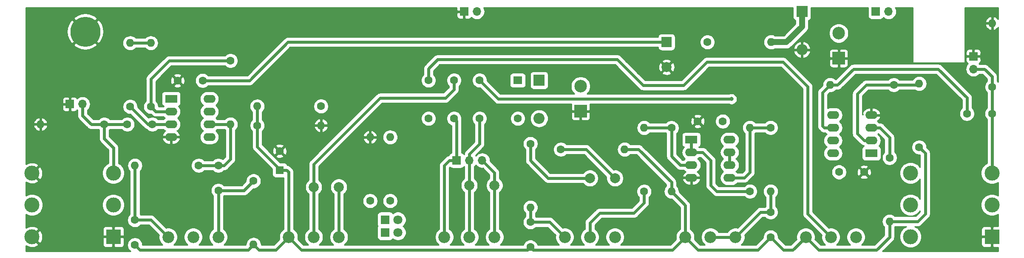
<source format=gtl>
G04 #@! TF.GenerationSoftware,KiCad,Pcbnew,5.1.4+dfsg1-1*
G04 #@! TF.CreationDate,2019-10-02T13:30:15+02:00*
G04 #@! TF.ProjectId,fat_bastard_main,6661745f-6261-4737-9461-72645f6d6169,rev?*
G04 #@! TF.SameCoordinates,Original*
G04 #@! TF.FileFunction,Copper,L1,Top*
G04 #@! TF.FilePolarity,Positive*
%FSLAX46Y46*%
G04 Gerber Fmt 4.6, Leading zero omitted, Abs format (unit mm)*
G04 Created by KiCad (PCBNEW 5.1.4+dfsg1-1) date 2019-10-02 13:30:15*
%MOMM*%
%LPD*%
G04 APERTURE LIST*
%ADD10O,2.200000X2.200000*%
%ADD11R,2.200000X2.200000*%
%ADD12C,6.000000*%
%ADD13C,1.800000*%
%ADD14R,1.800000X1.800000*%
%ADD15C,1.600000*%
%ADD16R,1.700000X1.700000*%
%ADD17O,1.700000X1.700000*%
%ADD18R,2.000000X2.000000*%
%ADD19C,2.000000*%
%ADD20R,1.600000X1.600000*%
%ADD21R,3.000000X3.000000*%
%ADD22C,3.000000*%
%ADD23R,2.500000X2.500000*%
%ADD24C,2.500000*%
%ADD25R,1.800000X1.600000*%
%ADD26O,1.600000X1.600000*%
%ADD27C,2.340000*%
%ADD28R,2.400000X1.600000*%
%ADD29O,2.400000X1.600000*%
%ADD30C,0.800000*%
%ADD31C,0.600000*%
%ADD32C,1.200000*%
%ADD33C,0.254000*%
G04 APERTURE END LIST*
D10*
X152908000Y-82829400D03*
D11*
X152908000Y-75209400D03*
X205257400Y-61493400D03*
D10*
X205257400Y-69113400D03*
D12*
X62500000Y-65500000D03*
D13*
X124790200Y-105562400D03*
D14*
X122250200Y-105562400D03*
D15*
X238103400Y-81864200D03*
X243103400Y-81864200D03*
D16*
X219960000Y-61500000D03*
D17*
X222500000Y-61500000D03*
D15*
X151155400Y-108508800D03*
X151155400Y-103508800D03*
X72390000Y-108077000D03*
X72390000Y-103077000D03*
X89001600Y-97202000D03*
X89001600Y-92202000D03*
X184484000Y-83388200D03*
X189484000Y-83388200D03*
D18*
X178282600Y-67589400D03*
D19*
X178282600Y-72589400D03*
D15*
X70866000Y-83997800D03*
X75866000Y-83997800D03*
X85877400Y-75260200D03*
X80877400Y-75260200D03*
D20*
X101219000Y-93116400D03*
D15*
X101219000Y-89316400D03*
X199009000Y-106502200D03*
X199009000Y-101502200D03*
X217623400Y-93522800D03*
X212623400Y-93522800D03*
D21*
X68100000Y-106426000D03*
D22*
X68100000Y-93726000D03*
X68100000Y-100076000D03*
X51870000Y-106426000D03*
X51870000Y-93726000D03*
X51870000Y-100076000D03*
D16*
X137960000Y-61500000D03*
D17*
X140500000Y-61500000D03*
X61950600Y-79959200D03*
D16*
X59410600Y-79959200D03*
X136474200Y-91186000D03*
D17*
X139014200Y-91186000D03*
X141554200Y-91186000D03*
D23*
X212572600Y-70815200D03*
D24*
X212572600Y-65815200D03*
X161163000Y-76381600D03*
D23*
X161163000Y-81381600D03*
D22*
X226870000Y-100076000D03*
X226870000Y-93726000D03*
X226870000Y-106426000D03*
X243100000Y-100076000D03*
X243100000Y-93726000D03*
D21*
X243100000Y-106426000D03*
D15*
X141020800Y-82829400D03*
X135940800Y-82829400D03*
X130860800Y-82829400D03*
D25*
X148640800Y-75209400D03*
D15*
X148640800Y-82829400D03*
X141020800Y-75209400D03*
X130860800Y-75209400D03*
X135940800Y-75209400D03*
X66268600Y-83997800D03*
D26*
X53568600Y-83997800D03*
D15*
X151155400Y-87858600D03*
D26*
X151155400Y-100558600D03*
X169926000Y-89001600D03*
D15*
X157226000Y-89001600D03*
D26*
X72390000Y-92202000D03*
D15*
X85090000Y-92202000D03*
X96012000Y-95300800D03*
D26*
X96012000Y-108000800D03*
X71424800Y-67767200D03*
D15*
X71424800Y-80467200D03*
D26*
X75539600Y-67767200D03*
D15*
X75539600Y-80467200D03*
D26*
X199110600Y-67589400D03*
D15*
X186410600Y-67589400D03*
X91414600Y-71297800D03*
D26*
X91414600Y-83997800D03*
D15*
X199009000Y-84658200D03*
D26*
X199009000Y-97358200D03*
X96748600Y-80391000D03*
D15*
X109448600Y-80391000D03*
X96748600Y-84226400D03*
D26*
X109448600Y-84226400D03*
X179247800Y-97383600D03*
D15*
X179247800Y-84683600D03*
X173812200Y-97383600D03*
D26*
X173812200Y-84683600D03*
D15*
X123215400Y-99263200D03*
D26*
X123215400Y-86563200D03*
D15*
X243128800Y-76530200D03*
D26*
X243128800Y-63830200D03*
X222681800Y-103352600D03*
D15*
X222681800Y-90652600D03*
D27*
X134000000Y-106500000D03*
X139000000Y-106500000D03*
X144000000Y-106500000D03*
X168000000Y-106500000D03*
X163000000Y-106500000D03*
X158000000Y-106500000D03*
X206000000Y-106500000D03*
X211000000Y-106500000D03*
X216000000Y-106500000D03*
X79000000Y-106500000D03*
X84000000Y-106500000D03*
X89000000Y-106500000D03*
X113000000Y-106500000D03*
X108000000Y-106500000D03*
X103000000Y-106500000D03*
X192000000Y-106500000D03*
X187000000Y-106500000D03*
X182000000Y-106500000D03*
D28*
X183210200Y-87045800D03*
D29*
X190830200Y-94665800D03*
X183210200Y-89585800D03*
X190830200Y-92125800D03*
X183210200Y-92125800D03*
X190830200Y-89585800D03*
X183210200Y-94665800D03*
X190830200Y-87045800D03*
D28*
X79603600Y-78892400D03*
D29*
X87223600Y-86512400D03*
X79603600Y-81432400D03*
X87223600Y-83972400D03*
X79603600Y-83972400D03*
X87223600Y-81432400D03*
X79603600Y-86512400D03*
X87223600Y-78892400D03*
X211455000Y-89763600D03*
X219075000Y-82143600D03*
X211455000Y-87223600D03*
X219075000Y-84683600D03*
X211455000Y-84683600D03*
X219075000Y-87223600D03*
X211455000Y-82143600D03*
D28*
X219075000Y-89763600D03*
D15*
X194868800Y-97358200D03*
D26*
X194868800Y-84658200D03*
D15*
X228600000Y-88569800D03*
D26*
X228600000Y-75869800D03*
X210845400Y-76123800D03*
D15*
X223545400Y-76123800D03*
D14*
X122250000Y-103022400D03*
D13*
X124790000Y-103022400D03*
D15*
X119227600Y-99263200D03*
D26*
X119227600Y-86563200D03*
D19*
X167997200Y-94742000D03*
X162997200Y-94742000D03*
X138994200Y-96164400D03*
X143994200Y-96164400D03*
X108000800Y-96494600D03*
X113000800Y-96494600D03*
D16*
X239395000Y-70434200D03*
D17*
X239395000Y-72974200D03*
D30*
X141732000Y-100482400D03*
X136575800Y-100380800D03*
X215900000Y-62357000D03*
X191211198Y-78943200D03*
D31*
X71424800Y-67767200D02*
X75539600Y-67767200D01*
X182000000Y-100135800D02*
X179247800Y-97383600D01*
X182000000Y-106500000D02*
X182000000Y-100135800D01*
X184549990Y-109049990D02*
X182000000Y-106500000D01*
X199009000Y-106502200D02*
X196461210Y-109049990D01*
X196461210Y-109049990D02*
X184549990Y-109049990D01*
X150614210Y-109049990D02*
X151155400Y-108508800D01*
X103000000Y-106500000D02*
X105549990Y-109049990D01*
X105549990Y-109049990D02*
X150614210Y-109049990D01*
X180830001Y-107669999D02*
X182000000Y-106500000D01*
X179450010Y-109049990D02*
X180830001Y-107669999D01*
X151155400Y-108508800D02*
X151696590Y-109049990D01*
X151696590Y-109049990D02*
X179450010Y-109049990D01*
X95212001Y-108800799D02*
X96012000Y-108000800D01*
X94962810Y-109049990D02*
X95212001Y-108800799D01*
X72390000Y-108077000D02*
X73362990Y-109049990D01*
X73362990Y-109049990D02*
X94962810Y-109049990D01*
X222681800Y-106502200D02*
X222681800Y-103352600D01*
X220134010Y-109049990D02*
X222681800Y-106502200D01*
X206000000Y-106500000D02*
X208549990Y-109049990D01*
X208549990Y-109049990D02*
X220134010Y-109049990D01*
X100450010Y-109049990D02*
X103000000Y-106500000D01*
X96012000Y-108000800D02*
X97061190Y-109049990D01*
X97061190Y-109049990D02*
X100450010Y-109049990D01*
X201556790Y-109049990D02*
X199009000Y-106502200D01*
X206000000Y-106500000D02*
X203450010Y-109049990D01*
X203450010Y-109049990D02*
X201556790Y-109049990D01*
X169926000Y-89001600D02*
X172694600Y-89001600D01*
X179247800Y-95554800D02*
X179247800Y-97383600D01*
X172694600Y-89001600D02*
X179247800Y-95554800D01*
X229793800Y-101879400D02*
X229793800Y-89763600D01*
X229399999Y-89369799D02*
X228600000Y-88569800D01*
X229793800Y-89763600D02*
X229399999Y-89369799D01*
X222681800Y-103352600D02*
X228320600Y-103352600D01*
X228320600Y-103352600D02*
X229793800Y-101879400D01*
X96748600Y-80391000D02*
X96748600Y-84226400D01*
X102619000Y-93116400D02*
X101219000Y-93116400D01*
X103000000Y-106500000D02*
X103000000Y-93497400D01*
X103000000Y-93497400D02*
X102619000Y-93116400D01*
X96748600Y-85357770D02*
X96748600Y-84226400D01*
X96748600Y-88468200D02*
X96748600Y-85357770D01*
X101219000Y-93116400D02*
X101219000Y-92938600D01*
X101219000Y-92938600D02*
X96748600Y-88468200D01*
X151155400Y-103508800D02*
X151155400Y-100558600D01*
X155008800Y-103508800D02*
X158000000Y-106500000D01*
X151155400Y-103508800D02*
X155008800Y-103508800D01*
X151155400Y-91211400D02*
X151155400Y-87858600D01*
X154686000Y-94742000D02*
X151155400Y-91211400D01*
X154686000Y-94742000D02*
X162997200Y-94742000D01*
X162256800Y-89001600D02*
X167997200Y-94742000D01*
X157226000Y-89001600D02*
X162256800Y-89001600D01*
X75577000Y-103077000D02*
X79000000Y-106500000D01*
X72390000Y-103077000D02*
X75577000Y-103077000D01*
X72390000Y-103077000D02*
X72390000Y-92202000D01*
X89000000Y-97203600D02*
X89001600Y-97202000D01*
X89000000Y-106500000D02*
X89000000Y-97203600D01*
X94110800Y-97202000D02*
X96012000Y-95300800D01*
X89001600Y-97202000D02*
X94110800Y-97202000D01*
X91389200Y-83972400D02*
X91414600Y-83997800D01*
X87223600Y-83972400D02*
X91389200Y-83972400D01*
X85090000Y-92202000D02*
X89001600Y-92202000D01*
X91414600Y-90932000D02*
X91414600Y-83997800D01*
X89001600Y-92202000D02*
X90144600Y-92202000D01*
X90144600Y-92202000D02*
X91414600Y-90932000D01*
X102866600Y-67589400D02*
X177215800Y-67589400D01*
X95195800Y-75260200D02*
X102866600Y-67589400D01*
X85877400Y-75260200D02*
X95195800Y-75260200D01*
X177215800Y-67589400D02*
X178282600Y-67589400D01*
X139000000Y-96325600D02*
X139008800Y-96316800D01*
X139000000Y-106500000D02*
X139000000Y-96325600D01*
X139008800Y-91191400D02*
X139014200Y-91186000D01*
X139008800Y-96316800D02*
X139008800Y-91191400D01*
X141020800Y-87909400D02*
X141020800Y-82829400D01*
X139014200Y-91186000D02*
X139014200Y-89916000D01*
X139014200Y-89916000D02*
X141020800Y-87909400D01*
X144000000Y-93631800D02*
X141554200Y-91186000D01*
X144000000Y-106500000D02*
X144000000Y-93631800D01*
X66268600Y-86842600D02*
X66268600Y-83997800D01*
X68100000Y-93726000D02*
X68100000Y-88674000D01*
X68100000Y-88674000D02*
X66268600Y-86842600D01*
X70866000Y-83997800D02*
X66268600Y-83997800D01*
X65137230Y-83997800D02*
X66268600Y-83997800D01*
X63677800Y-83997800D02*
X65137230Y-83997800D01*
X61950600Y-79959200D02*
X61950600Y-82270600D01*
X61950600Y-82270600D02*
X63677800Y-83997800D01*
X75891400Y-83972400D02*
X75866000Y-83997800D01*
X79603600Y-83972400D02*
X75891400Y-83972400D01*
X75866000Y-83997800D02*
X74955400Y-83997800D01*
X72905830Y-81948230D02*
X71424800Y-80467200D01*
X74955400Y-83997800D02*
X72905830Y-81948230D01*
X187000000Y-106500000D02*
X192000000Y-106500000D01*
X196997800Y-101502200D02*
X192000000Y-106500000D01*
X199009000Y-101502200D02*
X196997800Y-101502200D01*
X199009000Y-97358200D02*
X199009000Y-101502200D01*
X243103400Y-93722600D02*
X243100000Y-93726000D01*
X243103400Y-81864200D02*
X243103400Y-93722600D01*
X243128800Y-81838800D02*
X243103400Y-81864200D01*
X243128800Y-76530200D02*
X243128800Y-81838800D01*
X243128800Y-74472800D02*
X243128800Y-76530200D01*
X239395000Y-72974200D02*
X241630200Y-72974200D01*
X241630200Y-72974200D02*
X243128800Y-74472800D01*
X212344000Y-76123800D02*
X210845400Y-76123800D01*
X215507990Y-72959810D02*
X212344000Y-76123800D01*
X238103400Y-81864200D02*
X238103400Y-78667600D01*
X232395610Y-72959810D02*
X215507990Y-72959810D01*
X238103400Y-78667600D02*
X232395610Y-72959810D01*
X209346800Y-77622400D02*
X210845400Y-76123800D01*
X209346800Y-84375400D02*
X209346800Y-77622400D01*
X211455000Y-84683600D02*
X209655000Y-84683600D01*
X209655000Y-84683600D02*
X209346800Y-84375400D01*
D32*
X202158600Y-67589400D02*
X205257400Y-64490600D01*
X199110600Y-67589400D02*
X202158600Y-67589400D01*
X205257400Y-64490600D02*
X205257400Y-61493400D01*
D31*
X134008800Y-106491200D02*
X134000000Y-106500000D01*
X134008800Y-96316800D02*
X134008800Y-106491200D01*
X134008800Y-92201400D02*
X135024200Y-91186000D01*
X135024200Y-91186000D02*
X136474200Y-91186000D01*
X134008800Y-96316800D02*
X134008800Y-92201400D01*
X136474200Y-83362800D02*
X135940800Y-82829400D01*
X136474200Y-91186000D02*
X136474200Y-83362800D01*
X220776800Y-84683600D02*
X219075000Y-84683600D01*
X222681800Y-90652600D02*
X222681800Y-86588600D01*
X222681800Y-86588600D02*
X220776800Y-84683600D01*
X141020800Y-75209400D02*
X144754600Y-78943200D01*
X144754600Y-78943200D02*
X190645513Y-78943200D01*
X190645513Y-78943200D02*
X191211198Y-78943200D01*
X76504800Y-81432400D02*
X79603600Y-81432400D01*
X75539600Y-80467200D02*
X76504800Y-81432400D01*
X79222600Y-71297800D02*
X91414600Y-71297800D01*
X75539600Y-80467200D02*
X75539600Y-74980800D01*
X75539600Y-74980800D02*
X79222600Y-71297800D01*
X173812200Y-84683600D02*
X179247800Y-84683600D01*
X179247800Y-85814970D02*
X179247800Y-84683600D01*
X183210200Y-92125800D02*
X181000400Y-92125800D01*
X179247800Y-90373200D02*
X179247800Y-85814970D01*
X181000400Y-92125800D02*
X179247800Y-90373200D01*
X194868800Y-84658200D02*
X199009000Y-84658200D01*
X193765252Y-94665800D02*
X194868800Y-93562252D01*
X194868800Y-93562252D02*
X194868800Y-85789570D01*
X190830200Y-94665800D02*
X193765252Y-94665800D01*
X194868800Y-85789570D02*
X194868800Y-84658200D01*
X163000000Y-103649200D02*
X163000000Y-106500000D01*
X171754800Y-101701600D02*
X164947600Y-101701600D01*
X164947600Y-101701600D02*
X163000000Y-103649200D01*
X173812200Y-97383600D02*
X173812200Y-99644200D01*
X173812200Y-99644200D02*
X171754800Y-101701600D01*
X228346000Y-76123800D02*
X228600000Y-75869800D01*
X223545400Y-76123800D02*
X228346000Y-76123800D01*
X218059000Y-76123800D02*
X223545400Y-76123800D01*
X216249197Y-77933603D02*
X218059000Y-76123800D01*
X216249197Y-85845597D02*
X216249197Y-77933603D01*
X219075000Y-87223600D02*
X217627200Y-87223600D01*
X217627200Y-87223600D02*
X216249197Y-85845597D01*
X190830200Y-92125800D02*
X190830200Y-89585800D01*
X183210200Y-89585800D02*
X183210200Y-87045800D01*
X194868800Y-97358200D02*
X188239400Y-97358200D01*
X188239400Y-97358200D02*
X187096400Y-96215200D01*
X187096400Y-96215200D02*
X187096400Y-91211400D01*
X185470800Y-89585800D02*
X183210200Y-89585800D01*
X187096400Y-91211400D02*
X185470800Y-89585800D01*
X108000800Y-106499200D02*
X108000000Y-106500000D01*
X108000800Y-96494600D02*
X108000800Y-106499200D01*
X121234200Y-78714600D02*
X134264400Y-78714600D01*
X135940800Y-77038200D02*
X135940800Y-75209400D01*
X134264400Y-78714600D02*
X135940800Y-77038200D01*
X108000800Y-96494600D02*
X108000800Y-91948000D01*
X108000800Y-91948000D02*
X121234200Y-78714600D01*
X113000800Y-106499200D02*
X113000000Y-106500000D01*
X113000800Y-96494600D02*
X113000800Y-106499200D01*
X132664200Y-71069200D02*
X130860800Y-72872600D01*
X168427400Y-71069200D02*
X132664200Y-71069200D01*
X173609000Y-76250800D02*
X168427400Y-71069200D01*
X130860800Y-72872600D02*
X130860800Y-75209400D01*
X206375000Y-101875000D02*
X206375000Y-76479400D01*
X211000000Y-106500000D02*
X206375000Y-101875000D01*
X206375000Y-76479400D02*
X201447400Y-71551800D01*
X201447400Y-71551800D02*
X186334400Y-71551800D01*
X186334400Y-71551800D02*
X181635400Y-76250800D01*
X181635400Y-76250800D02*
X173609000Y-76250800D01*
D33*
G36*
X136475000Y-61214250D02*
G01*
X136633750Y-61373000D01*
X137833000Y-61373000D01*
X137833000Y-61353000D01*
X138087000Y-61353000D01*
X138087000Y-61373000D01*
X138107000Y-61373000D01*
X138107000Y-61627000D01*
X138087000Y-61627000D01*
X138087000Y-62826250D01*
X138245750Y-62985000D01*
X138810000Y-62988072D01*
X138934482Y-62975812D01*
X139054180Y-62939502D01*
X139164494Y-62880537D01*
X139261185Y-62801185D01*
X139340537Y-62704494D01*
X139383622Y-62623888D01*
X139619627Y-62817572D01*
X139893588Y-62964007D01*
X140190854Y-63054182D01*
X140422531Y-63077000D01*
X140577469Y-63077000D01*
X140809146Y-63054182D01*
X141106412Y-62964007D01*
X141380373Y-62817572D01*
X141620503Y-62620503D01*
X141817572Y-62380373D01*
X141964007Y-62106412D01*
X142054182Y-61809146D01*
X142084630Y-61500000D01*
X142054182Y-61190854D01*
X141964007Y-60893588D01*
X141852515Y-60685000D01*
X203426883Y-60685000D01*
X203426883Y-62593400D01*
X203440920Y-62735917D01*
X203482490Y-62872957D01*
X203549997Y-62999253D01*
X203640846Y-63109954D01*
X203751547Y-63200803D01*
X203877843Y-63268310D01*
X203930400Y-63284253D01*
X203930400Y-63940939D01*
X201608940Y-66262400D01*
X199867266Y-66262400D01*
X199697785Y-66171810D01*
X199409944Y-66084495D01*
X199185611Y-66062400D01*
X199035589Y-66062400D01*
X198811256Y-66084495D01*
X198523415Y-66171810D01*
X198258140Y-66313603D01*
X198025624Y-66504424D01*
X197834803Y-66736940D01*
X197693010Y-67002215D01*
X197605695Y-67290056D01*
X197576212Y-67589400D01*
X197605695Y-67888744D01*
X197693010Y-68176585D01*
X197834803Y-68441860D01*
X198025624Y-68674376D01*
X198258140Y-68865197D01*
X198523415Y-69006990D01*
X198811256Y-69094305D01*
X199035589Y-69116400D01*
X199185611Y-69116400D01*
X199409944Y-69094305D01*
X199697785Y-69006990D01*
X199867266Y-68916400D01*
X202093426Y-68916400D01*
X202158600Y-68922819D01*
X202223774Y-68916400D01*
X202223784Y-68916400D01*
X202418737Y-68897199D01*
X202668878Y-68821319D01*
X202863526Y-68717277D01*
X203568221Y-68717277D01*
X203685800Y-68986400D01*
X205130400Y-68986400D01*
X205130400Y-67542275D01*
X205384400Y-67542275D01*
X205384400Y-68986400D01*
X206829000Y-68986400D01*
X206946579Y-68717277D01*
X206836842Y-68395346D01*
X206666408Y-68101009D01*
X206441827Y-67845578D01*
X206171729Y-67638869D01*
X205866494Y-67488825D01*
X205653522Y-67424225D01*
X205384400Y-67542275D01*
X205130400Y-67542275D01*
X204861278Y-67424225D01*
X204648306Y-67488825D01*
X204343071Y-67638869D01*
X204072973Y-67845578D01*
X203848392Y-68101009D01*
X203677958Y-68395346D01*
X203568221Y-68717277D01*
X202863526Y-68717277D01*
X202899408Y-68698098D01*
X203101470Y-68532270D01*
X203143025Y-68481635D01*
X206004178Y-65620482D01*
X210595600Y-65620482D01*
X210595600Y-66009918D01*
X210671575Y-66391870D01*
X210820605Y-66751661D01*
X211036964Y-67075464D01*
X211312336Y-67350836D01*
X211636139Y-67567195D01*
X211995930Y-67716225D01*
X212377882Y-67792200D01*
X212767318Y-67792200D01*
X213149270Y-67716225D01*
X213509061Y-67567195D01*
X213832864Y-67350836D01*
X214108236Y-67075464D01*
X214324595Y-66751661D01*
X214473625Y-66391870D01*
X214549600Y-66009918D01*
X214549600Y-65620482D01*
X214473625Y-65238530D01*
X214324595Y-64878739D01*
X214108236Y-64554936D01*
X213832864Y-64279564D01*
X213509061Y-64063205D01*
X213149270Y-63914175D01*
X212767318Y-63838200D01*
X212377882Y-63838200D01*
X211995930Y-63914175D01*
X211636139Y-64063205D01*
X211312336Y-64279564D01*
X211036964Y-64554936D01*
X210820605Y-64878739D01*
X210671575Y-65238530D01*
X210595600Y-65620482D01*
X206004178Y-65620482D01*
X206149641Y-65475020D01*
X206200270Y-65433470D01*
X206241822Y-65382839D01*
X206366098Y-65231409D01*
X206489319Y-65000878D01*
X206489319Y-65000877D01*
X206565199Y-64750737D01*
X206584400Y-64555784D01*
X206584400Y-64555774D01*
X206590819Y-64490600D01*
X206584400Y-64425426D01*
X206584400Y-63284253D01*
X206636957Y-63268310D01*
X206763253Y-63200803D01*
X206873954Y-63109954D01*
X206964803Y-62999253D01*
X207032310Y-62872957D01*
X207073880Y-62735917D01*
X207087917Y-62593400D01*
X207087917Y-60685000D01*
X218379483Y-60685000D01*
X218379483Y-62350000D01*
X218393520Y-62492517D01*
X218435090Y-62629557D01*
X218502597Y-62755853D01*
X218593446Y-62866554D01*
X218704147Y-62957403D01*
X218830443Y-63024910D01*
X218967483Y-63066480D01*
X219110000Y-63080517D01*
X220810000Y-63080517D01*
X220952517Y-63066480D01*
X221089557Y-63024910D01*
X221215853Y-62957403D01*
X221326554Y-62866554D01*
X221417403Y-62755853D01*
X221456132Y-62683396D01*
X221619627Y-62817572D01*
X221893588Y-62964007D01*
X222190854Y-63054182D01*
X222422531Y-63077000D01*
X222577469Y-63077000D01*
X222809146Y-63054182D01*
X223106412Y-62964007D01*
X223380373Y-62817572D01*
X223620503Y-62620503D01*
X223817572Y-62380373D01*
X223964007Y-62106412D01*
X224054182Y-61809146D01*
X224084630Y-61500000D01*
X224054182Y-61190854D01*
X223964007Y-60893588D01*
X223852515Y-60685000D01*
X227304600Y-60685000D01*
X227304600Y-71577200D01*
X227307040Y-71601976D01*
X227314267Y-71625801D01*
X227326003Y-71647757D01*
X227341797Y-71667003D01*
X227361043Y-71682797D01*
X227382999Y-71694533D01*
X227406824Y-71701760D01*
X227431600Y-71704200D01*
X237566200Y-71704200D01*
X237590976Y-71701760D01*
X237614801Y-71694533D01*
X237636757Y-71682797D01*
X237656003Y-71667003D01*
X237671797Y-71647757D01*
X237683533Y-71625801D01*
X237690760Y-71601976D01*
X237693200Y-71577200D01*
X237693200Y-69584200D01*
X237906928Y-69584200D01*
X237910000Y-70148450D01*
X238068750Y-70307200D01*
X239268000Y-70307200D01*
X239268000Y-69107950D01*
X239522000Y-69107950D01*
X239522000Y-70307200D01*
X240721250Y-70307200D01*
X240880000Y-70148450D01*
X240883072Y-69584200D01*
X240870812Y-69459718D01*
X240834502Y-69340020D01*
X240775537Y-69229706D01*
X240696185Y-69133015D01*
X240599494Y-69053663D01*
X240489180Y-68994698D01*
X240369482Y-68958388D01*
X240245000Y-68946128D01*
X239680750Y-68949200D01*
X239522000Y-69107950D01*
X239268000Y-69107950D01*
X239109250Y-68949200D01*
X238545000Y-68946128D01*
X238420518Y-68958388D01*
X238300820Y-68994698D01*
X238190506Y-69053663D01*
X238093815Y-69133015D01*
X238014463Y-69229706D01*
X237955498Y-69340020D01*
X237919188Y-69459718D01*
X237906928Y-69584200D01*
X237693200Y-69584200D01*
X237693200Y-64179240D01*
X241736891Y-64179240D01*
X241831730Y-64444081D01*
X241976415Y-64685331D01*
X242165386Y-64893719D01*
X242391380Y-65061237D01*
X242645713Y-65181446D01*
X242779761Y-65222104D01*
X243001800Y-65100115D01*
X243001800Y-63957200D01*
X241858176Y-63957200D01*
X241736891Y-64179240D01*
X237693200Y-64179240D01*
X237693200Y-63481160D01*
X241736891Y-63481160D01*
X241858176Y-63703200D01*
X243001800Y-63703200D01*
X243001800Y-62560285D01*
X242779761Y-62438296D01*
X242645713Y-62478954D01*
X242391380Y-62599163D01*
X242165386Y-62766681D01*
X241976415Y-62975069D01*
X241831730Y-63216319D01*
X241736891Y-63481160D01*
X237693200Y-63481160D01*
X237693200Y-60685000D01*
X244315000Y-60685000D01*
X244315000Y-63031453D01*
X244281185Y-62975069D01*
X244092214Y-62766681D01*
X243866220Y-62599163D01*
X243611887Y-62478954D01*
X243477839Y-62438296D01*
X243255800Y-62560285D01*
X243255800Y-63703200D01*
X243275800Y-63703200D01*
X243275800Y-63957200D01*
X243255800Y-63957200D01*
X243255800Y-65100115D01*
X243477839Y-65222104D01*
X243611887Y-65181446D01*
X243866220Y-65061237D01*
X244092214Y-64893719D01*
X244281185Y-64685331D01*
X244315000Y-64628947D01*
X244315000Y-75556946D01*
X244314899Y-75556794D01*
X244155800Y-75397695D01*
X244155800Y-74523240D01*
X244160768Y-74472799D01*
X244155800Y-74422358D01*
X244155800Y-74422349D01*
X244140940Y-74271473D01*
X244082215Y-74077883D01*
X244080194Y-74074101D01*
X244041227Y-74001200D01*
X243986851Y-73899469D01*
X243858512Y-73743088D01*
X243819324Y-73710928D01*
X242392077Y-72283681D01*
X242359912Y-72244488D01*
X242203531Y-72116149D01*
X242025117Y-72020785D01*
X241831527Y-71962060D01*
X241680651Y-71947200D01*
X241680641Y-71947200D01*
X241630200Y-71942232D01*
X241579759Y-71947200D01*
X240592239Y-71947200D01*
X240518888Y-71857822D01*
X240599494Y-71814737D01*
X240696185Y-71735385D01*
X240775537Y-71638694D01*
X240834502Y-71528380D01*
X240870812Y-71408682D01*
X240883072Y-71284200D01*
X240880000Y-70719950D01*
X240721250Y-70561200D01*
X239522000Y-70561200D01*
X239522000Y-70581200D01*
X239268000Y-70581200D01*
X239268000Y-70561200D01*
X238068750Y-70561200D01*
X237910000Y-70719950D01*
X237906928Y-71284200D01*
X237919188Y-71408682D01*
X237955498Y-71528380D01*
X238014463Y-71638694D01*
X238093815Y-71735385D01*
X238190506Y-71814737D01*
X238271112Y-71857822D01*
X238077428Y-72093827D01*
X237930993Y-72367788D01*
X237840818Y-72665054D01*
X237810370Y-72974200D01*
X237840818Y-73283346D01*
X237930993Y-73580612D01*
X238077428Y-73854573D01*
X238274497Y-74094703D01*
X238514627Y-74291772D01*
X238788588Y-74438207D01*
X239085854Y-74528382D01*
X239317531Y-74551200D01*
X239472469Y-74551200D01*
X239704146Y-74528382D01*
X240001412Y-74438207D01*
X240275373Y-74291772D01*
X240515503Y-74094703D01*
X240592239Y-74001200D01*
X241204804Y-74001200D01*
X242101800Y-74898197D01*
X242101800Y-75397695D01*
X241942701Y-75556794D01*
X241775590Y-75806894D01*
X241660481Y-76084790D01*
X241601800Y-76379804D01*
X241601800Y-76680596D01*
X241660481Y-76975610D01*
X241775590Y-77253506D01*
X241942701Y-77503606D01*
X242101800Y-77662705D01*
X242101801Y-80706294D01*
X241917301Y-80890794D01*
X241750190Y-81140894D01*
X241635081Y-81418790D01*
X241576400Y-81713804D01*
X241576400Y-82014596D01*
X241635081Y-82309610D01*
X241750190Y-82587506D01*
X241917301Y-82837606D01*
X242076400Y-82996705D01*
X242076401Y-91739501D01*
X242045120Y-91752458D01*
X241680370Y-91996176D01*
X241370176Y-92306370D01*
X241126458Y-92671120D01*
X240958582Y-93076408D01*
X240873000Y-93506660D01*
X240873000Y-93945340D01*
X240958582Y-94375592D01*
X241126458Y-94780880D01*
X241370176Y-95145630D01*
X241680370Y-95455824D01*
X242045120Y-95699542D01*
X242450408Y-95867418D01*
X242880660Y-95953000D01*
X243319340Y-95953000D01*
X243749592Y-95867418D01*
X244154880Y-95699542D01*
X244315001Y-95592553D01*
X244315001Y-98209447D01*
X244154880Y-98102458D01*
X243749592Y-97934582D01*
X243319340Y-97849000D01*
X242880660Y-97849000D01*
X242450408Y-97934582D01*
X242045120Y-98102458D01*
X241680370Y-98346176D01*
X241370176Y-98656370D01*
X241126458Y-99021120D01*
X240958582Y-99426408D01*
X240873000Y-99856660D01*
X240873000Y-100295340D01*
X240958582Y-100725592D01*
X241126458Y-101130880D01*
X241370176Y-101495630D01*
X241680370Y-101805824D01*
X242045120Y-102049542D01*
X242450408Y-102217418D01*
X242880660Y-102303000D01*
X243319340Y-102303000D01*
X243749592Y-102217418D01*
X244154880Y-102049542D01*
X244315001Y-101942553D01*
X244315001Y-104288649D01*
X243385750Y-104291000D01*
X243227000Y-104449750D01*
X243227000Y-106299000D01*
X243247000Y-106299000D01*
X243247000Y-106553000D01*
X243227000Y-106553000D01*
X243227000Y-108402250D01*
X243385750Y-108561000D01*
X244315001Y-108563351D01*
X244315001Y-109315000D01*
X221321396Y-109315000D01*
X223372325Y-107264072D01*
X223411512Y-107231912D01*
X223539851Y-107075531D01*
X223635215Y-106897117D01*
X223693940Y-106703527D01*
X223708800Y-106552651D01*
X223708800Y-106552642D01*
X223713768Y-106502201D01*
X223708800Y-106451760D01*
X223708800Y-104485156D01*
X223766776Y-104437576D01*
X223814356Y-104379600D01*
X225991015Y-104379600D01*
X225815120Y-104452458D01*
X225450370Y-104696176D01*
X225140176Y-105006370D01*
X224896458Y-105371120D01*
X224728582Y-105776408D01*
X224643000Y-106206660D01*
X224643000Y-106645340D01*
X224728582Y-107075592D01*
X224896458Y-107480880D01*
X225140176Y-107845630D01*
X225450370Y-108155824D01*
X225815120Y-108399542D01*
X226220408Y-108567418D01*
X226650660Y-108653000D01*
X227089340Y-108653000D01*
X227519592Y-108567418D01*
X227924880Y-108399542D01*
X228289630Y-108155824D01*
X228519454Y-107926000D01*
X240961928Y-107926000D01*
X240974188Y-108050482D01*
X241010498Y-108170180D01*
X241069463Y-108280494D01*
X241148815Y-108377185D01*
X241245506Y-108456537D01*
X241355820Y-108515502D01*
X241475518Y-108551812D01*
X241600000Y-108564072D01*
X242814250Y-108561000D01*
X242973000Y-108402250D01*
X242973000Y-106553000D01*
X241123750Y-106553000D01*
X240965000Y-106711750D01*
X240961928Y-107926000D01*
X228519454Y-107926000D01*
X228599824Y-107845630D01*
X228843542Y-107480880D01*
X229011418Y-107075592D01*
X229097000Y-106645340D01*
X229097000Y-106206660D01*
X229011418Y-105776408D01*
X228843542Y-105371120D01*
X228599824Y-105006370D01*
X228519454Y-104926000D01*
X240961928Y-104926000D01*
X240965000Y-106140250D01*
X241123750Y-106299000D01*
X242973000Y-106299000D01*
X242973000Y-104449750D01*
X242814250Y-104291000D01*
X241600000Y-104287928D01*
X241475518Y-104300188D01*
X241355820Y-104336498D01*
X241245506Y-104395463D01*
X241148815Y-104474815D01*
X241069463Y-104571506D01*
X241010498Y-104681820D01*
X240974188Y-104801518D01*
X240961928Y-104926000D01*
X228519454Y-104926000D01*
X228289630Y-104696176D01*
X227924880Y-104452458D01*
X227748985Y-104379600D01*
X228270159Y-104379600D01*
X228320600Y-104384568D01*
X228371041Y-104379600D01*
X228371051Y-104379600D01*
X228521927Y-104364740D01*
X228715517Y-104306015D01*
X228893931Y-104210651D01*
X229050312Y-104082312D01*
X229082477Y-104043119D01*
X230484324Y-102641272D01*
X230523512Y-102609112D01*
X230651851Y-102452731D01*
X230747215Y-102274317D01*
X230805940Y-102080727D01*
X230820800Y-101929851D01*
X230820800Y-101929842D01*
X230825768Y-101879401D01*
X230820800Y-101828960D01*
X230820800Y-89814043D01*
X230825768Y-89763600D01*
X230820800Y-89713156D01*
X230820800Y-89713149D01*
X230805940Y-89562273D01*
X230747215Y-89368683D01*
X230651851Y-89190269D01*
X230523512Y-89033888D01*
X230484324Y-89001727D01*
X230161875Y-88679279D01*
X230161871Y-88679274D01*
X230127000Y-88644403D01*
X230127000Y-88419404D01*
X230068319Y-88124390D01*
X229953210Y-87846494D01*
X229786099Y-87596394D01*
X229573406Y-87383701D01*
X229323306Y-87216590D01*
X229045410Y-87101481D01*
X228750396Y-87042800D01*
X228449604Y-87042800D01*
X228154590Y-87101481D01*
X227876694Y-87216590D01*
X227626594Y-87383701D01*
X227413901Y-87596394D01*
X227246790Y-87846494D01*
X227131681Y-88124390D01*
X227073000Y-88419404D01*
X227073000Y-88720196D01*
X227131681Y-89015210D01*
X227246790Y-89293106D01*
X227413901Y-89543206D01*
X227626594Y-89755899D01*
X227876694Y-89923010D01*
X228154590Y-90038119D01*
X228449604Y-90096800D01*
X228674603Y-90096800D01*
X228709474Y-90131671D01*
X228709479Y-90131675D01*
X228766801Y-90188997D01*
X228766801Y-92556269D01*
X228599824Y-92306370D01*
X228289630Y-91996176D01*
X227924880Y-91752458D01*
X227519592Y-91584582D01*
X227089340Y-91499000D01*
X226650660Y-91499000D01*
X226220408Y-91584582D01*
X225815120Y-91752458D01*
X225450370Y-91996176D01*
X225140176Y-92306370D01*
X224896458Y-92671120D01*
X224728582Y-93076408D01*
X224643000Y-93506660D01*
X224643000Y-93945340D01*
X224728582Y-94375592D01*
X224896458Y-94780880D01*
X225140176Y-95145630D01*
X225450370Y-95455824D01*
X225815120Y-95699542D01*
X226220408Y-95867418D01*
X226650660Y-95953000D01*
X227089340Y-95953000D01*
X227519592Y-95867418D01*
X227924880Y-95699542D01*
X228289630Y-95455824D01*
X228599824Y-95145630D01*
X228766801Y-94895732D01*
X228766800Y-98906268D01*
X228599824Y-98656370D01*
X228289630Y-98346176D01*
X227924880Y-98102458D01*
X227519592Y-97934582D01*
X227089340Y-97849000D01*
X226650660Y-97849000D01*
X226220408Y-97934582D01*
X225815120Y-98102458D01*
X225450370Y-98346176D01*
X225140176Y-98656370D01*
X224896458Y-99021120D01*
X224728582Y-99426408D01*
X224643000Y-99856660D01*
X224643000Y-100295340D01*
X224728582Y-100725592D01*
X224896458Y-101130880D01*
X225140176Y-101495630D01*
X225450370Y-101805824D01*
X225815120Y-102049542D01*
X226220408Y-102217418D01*
X226650660Y-102303000D01*
X227089340Y-102303000D01*
X227519592Y-102217418D01*
X227924880Y-102049542D01*
X228289630Y-101805824D01*
X228599824Y-101495630D01*
X228766800Y-101245733D01*
X228766800Y-101454003D01*
X227895204Y-102325600D01*
X223814356Y-102325600D01*
X223766776Y-102267624D01*
X223534260Y-102076803D01*
X223268985Y-101935010D01*
X222981144Y-101847695D01*
X222756811Y-101825600D01*
X222606789Y-101825600D01*
X222382456Y-101847695D01*
X222094615Y-101935010D01*
X221829340Y-102076803D01*
X221596824Y-102267624D01*
X221406003Y-102500140D01*
X221264210Y-102765415D01*
X221176895Y-103053256D01*
X221147412Y-103352600D01*
X221176895Y-103651944D01*
X221264210Y-103939785D01*
X221406003Y-104205060D01*
X221596824Y-104437576D01*
X221654801Y-104485156D01*
X221654800Y-106076803D01*
X219708614Y-108022990D01*
X217135194Y-108022990D01*
X217209267Y-107973496D01*
X217473496Y-107709267D01*
X217681100Y-107398567D01*
X217824100Y-107053335D01*
X217897000Y-106686838D01*
X217897000Y-106313162D01*
X217824100Y-105946665D01*
X217681100Y-105601433D01*
X217473496Y-105290733D01*
X217209267Y-105026504D01*
X216898567Y-104818900D01*
X216553335Y-104675900D01*
X216186838Y-104603000D01*
X215813162Y-104603000D01*
X215446665Y-104675900D01*
X215101433Y-104818900D01*
X214790733Y-105026504D01*
X214526504Y-105290733D01*
X214318900Y-105601433D01*
X214175900Y-105946665D01*
X214103000Y-106313162D01*
X214103000Y-106686838D01*
X214175900Y-107053335D01*
X214318900Y-107398567D01*
X214526504Y-107709267D01*
X214790733Y-107973496D01*
X214864806Y-108022990D01*
X212135194Y-108022990D01*
X212209267Y-107973496D01*
X212473496Y-107709267D01*
X212681100Y-107398567D01*
X212824100Y-107053335D01*
X212897000Y-106686838D01*
X212897000Y-106313162D01*
X212824100Y-105946665D01*
X212681100Y-105601433D01*
X212473496Y-105290733D01*
X212209267Y-105026504D01*
X211898567Y-104818900D01*
X211553335Y-104675900D01*
X211186838Y-104603000D01*
X210813162Y-104603000D01*
X210598163Y-104645765D01*
X207402000Y-101449604D01*
X207402000Y-93372404D01*
X211096400Y-93372404D01*
X211096400Y-93673196D01*
X211155081Y-93968210D01*
X211270190Y-94246106D01*
X211437301Y-94496206D01*
X211649994Y-94708899D01*
X211900094Y-94876010D01*
X212177990Y-94991119D01*
X212473004Y-95049800D01*
X212773796Y-95049800D01*
X213068810Y-94991119D01*
X213346706Y-94876010D01*
X213596806Y-94708899D01*
X213790203Y-94515502D01*
X216810303Y-94515502D01*
X216881886Y-94759471D01*
X217137396Y-94880371D01*
X217411584Y-94949100D01*
X217693912Y-94963017D01*
X217973530Y-94921587D01*
X218239692Y-94826403D01*
X218364914Y-94759471D01*
X218436497Y-94515502D01*
X217623400Y-93702405D01*
X216810303Y-94515502D01*
X213790203Y-94515502D01*
X213809499Y-94496206D01*
X213976610Y-94246106D01*
X214091719Y-93968210D01*
X214150400Y-93673196D01*
X214150400Y-93593312D01*
X216183183Y-93593312D01*
X216224613Y-93872930D01*
X216319797Y-94139092D01*
X216386729Y-94264314D01*
X216630698Y-94335897D01*
X217443795Y-93522800D01*
X217803005Y-93522800D01*
X218616102Y-94335897D01*
X218860071Y-94264314D01*
X218980971Y-94008804D01*
X219049700Y-93734616D01*
X219063617Y-93452288D01*
X219022187Y-93172670D01*
X218927003Y-92906508D01*
X218860071Y-92781286D01*
X218616102Y-92709703D01*
X217803005Y-93522800D01*
X217443795Y-93522800D01*
X216630698Y-92709703D01*
X216386729Y-92781286D01*
X216265829Y-93036796D01*
X216197100Y-93310984D01*
X216183183Y-93593312D01*
X214150400Y-93593312D01*
X214150400Y-93372404D01*
X214091719Y-93077390D01*
X213976610Y-92799494D01*
X213809499Y-92549394D01*
X213790203Y-92530098D01*
X216810303Y-92530098D01*
X217623400Y-93343195D01*
X218436497Y-92530098D01*
X218364914Y-92286129D01*
X218109404Y-92165229D01*
X217835216Y-92096500D01*
X217552888Y-92082583D01*
X217273270Y-92124013D01*
X217007108Y-92219197D01*
X216881886Y-92286129D01*
X216810303Y-92530098D01*
X213790203Y-92530098D01*
X213596806Y-92336701D01*
X213346706Y-92169590D01*
X213068810Y-92054481D01*
X212773796Y-91995800D01*
X212473004Y-91995800D01*
X212177990Y-92054481D01*
X211900094Y-92169590D01*
X211649994Y-92336701D01*
X211437301Y-92549394D01*
X211270190Y-92799494D01*
X211155081Y-93077390D01*
X211096400Y-93372404D01*
X207402000Y-93372404D01*
X207402000Y-77622400D01*
X208314832Y-77622400D01*
X208319801Y-77672851D01*
X208319800Y-84324959D01*
X208314832Y-84375400D01*
X208319800Y-84425841D01*
X208319800Y-84425850D01*
X208334660Y-84576726D01*
X208393385Y-84770316D01*
X208488749Y-84948731D01*
X208617088Y-85105112D01*
X208656280Y-85137276D01*
X208893127Y-85374124D01*
X208925288Y-85413312D01*
X209081669Y-85541651D01*
X209260083Y-85637015D01*
X209369941Y-85670340D01*
X209453672Y-85695740D01*
X209471831Y-85697528D01*
X209604549Y-85710600D01*
X209604556Y-85710600D01*
X209655000Y-85715568D01*
X209705443Y-85710600D01*
X209922444Y-85710600D01*
X209970024Y-85768576D01*
X210195476Y-85953600D01*
X209970024Y-86138624D01*
X209779203Y-86371140D01*
X209637410Y-86636415D01*
X209550095Y-86924256D01*
X209520612Y-87223600D01*
X209550095Y-87522944D01*
X209637410Y-87810785D01*
X209779203Y-88076060D01*
X209970024Y-88308576D01*
X210195476Y-88493600D01*
X209970024Y-88678624D01*
X209779203Y-88911140D01*
X209637410Y-89176415D01*
X209550095Y-89464256D01*
X209520612Y-89763600D01*
X209550095Y-90062944D01*
X209637410Y-90350785D01*
X209779203Y-90616060D01*
X209970024Y-90848576D01*
X210202540Y-91039397D01*
X210467815Y-91181190D01*
X210755656Y-91268505D01*
X210979989Y-91290600D01*
X211930011Y-91290600D01*
X212154344Y-91268505D01*
X212442185Y-91181190D01*
X212707460Y-91039397D01*
X212939976Y-90848576D01*
X213130797Y-90616060D01*
X213272590Y-90350785D01*
X213359905Y-90062944D01*
X213389388Y-89763600D01*
X213359905Y-89464256D01*
X213272590Y-89176415D01*
X213130797Y-88911140D01*
X212939976Y-88678624D01*
X212714524Y-88493600D01*
X212939976Y-88308576D01*
X213130797Y-88076060D01*
X213272590Y-87810785D01*
X213359905Y-87522944D01*
X213389388Y-87223600D01*
X213359905Y-86924256D01*
X213272590Y-86636415D01*
X213130797Y-86371140D01*
X212939976Y-86138624D01*
X212714524Y-85953600D01*
X212939976Y-85768576D01*
X213130797Y-85536060D01*
X213272590Y-85270785D01*
X213359905Y-84982944D01*
X213389388Y-84683600D01*
X213359905Y-84384256D01*
X213272590Y-84096415D01*
X213130797Y-83831140D01*
X212939976Y-83598624D01*
X212714524Y-83413600D01*
X212939976Y-83228576D01*
X213130797Y-82996060D01*
X213272590Y-82730785D01*
X213359905Y-82442944D01*
X213389388Y-82143600D01*
X213359905Y-81844256D01*
X213272590Y-81556415D01*
X213130797Y-81291140D01*
X212939976Y-81058624D01*
X212707460Y-80867803D01*
X212442185Y-80726010D01*
X212154344Y-80638695D01*
X211930011Y-80616600D01*
X210979989Y-80616600D01*
X210755656Y-80638695D01*
X210467815Y-80726010D01*
X210373800Y-80776262D01*
X210373800Y-78047796D01*
X210487993Y-77933603D01*
X215217229Y-77933603D01*
X215222198Y-77984054D01*
X215222197Y-85795156D01*
X215217229Y-85845597D01*
X215222197Y-85896038D01*
X215222197Y-85896047D01*
X215237057Y-86046923D01*
X215295782Y-86240513D01*
X215391146Y-86418928D01*
X215519485Y-86575309D01*
X215558677Y-86607473D01*
X216865332Y-87914130D01*
X216897488Y-87953312D01*
X216936670Y-87985468D01*
X216936675Y-87985473D01*
X217053868Y-88081651D01*
X217232282Y-88177015D01*
X217425872Y-88235740D01*
X217444031Y-88237528D01*
X217539428Y-88246924D01*
X217580332Y-88296767D01*
X217469147Y-88356197D01*
X217358446Y-88447046D01*
X217267597Y-88557747D01*
X217200090Y-88684043D01*
X217158520Y-88821083D01*
X217144483Y-88963600D01*
X217144483Y-90563600D01*
X217158520Y-90706117D01*
X217200090Y-90843157D01*
X217267597Y-90969453D01*
X217358446Y-91080154D01*
X217469147Y-91171003D01*
X217595443Y-91238510D01*
X217732483Y-91280080D01*
X217875000Y-91294117D01*
X220275000Y-91294117D01*
X220417517Y-91280080D01*
X220554557Y-91238510D01*
X220680853Y-91171003D01*
X220791554Y-91080154D01*
X220882403Y-90969453D01*
X220949910Y-90843157D01*
X220991480Y-90706117D01*
X221005517Y-90563600D01*
X221005517Y-88963600D01*
X220991480Y-88821083D01*
X220949910Y-88684043D01*
X220882403Y-88557747D01*
X220791554Y-88447046D01*
X220680853Y-88356197D01*
X220569668Y-88296767D01*
X220750797Y-88076060D01*
X220892590Y-87810785D01*
X220979905Y-87522944D01*
X221009388Y-87223600D01*
X220979905Y-86924256D01*
X220892590Y-86636415D01*
X220750797Y-86371140D01*
X220559976Y-86138624D01*
X220334524Y-85953600D01*
X220477262Y-85836458D01*
X221654801Y-87013999D01*
X221654800Y-89520095D01*
X221495701Y-89679194D01*
X221328590Y-89929294D01*
X221213481Y-90207190D01*
X221154800Y-90502204D01*
X221154800Y-90802996D01*
X221213481Y-91098010D01*
X221328590Y-91375906D01*
X221495701Y-91626006D01*
X221708394Y-91838699D01*
X221958494Y-92005810D01*
X222236390Y-92120919D01*
X222531404Y-92179600D01*
X222832196Y-92179600D01*
X223127210Y-92120919D01*
X223405106Y-92005810D01*
X223655206Y-91838699D01*
X223867899Y-91626006D01*
X224035010Y-91375906D01*
X224150119Y-91098010D01*
X224208800Y-90802996D01*
X224208800Y-90502204D01*
X224150119Y-90207190D01*
X224035010Y-89929294D01*
X223867899Y-89679194D01*
X223708800Y-89520095D01*
X223708800Y-86639043D01*
X223713768Y-86588600D01*
X223708800Y-86538156D01*
X223708800Y-86538149D01*
X223693940Y-86387273D01*
X223635215Y-86193683D01*
X223539851Y-86015269D01*
X223519849Y-85990896D01*
X223443673Y-85898075D01*
X223443668Y-85898070D01*
X223411512Y-85858888D01*
X223372330Y-85826732D01*
X221538677Y-83993080D01*
X221506512Y-83953888D01*
X221350131Y-83825549D01*
X221171717Y-83730185D01*
X220978127Y-83671460D01*
X220827251Y-83656600D01*
X220827241Y-83656600D01*
X220776800Y-83651632D01*
X220726359Y-83656600D01*
X220607556Y-83656600D01*
X220559976Y-83598624D01*
X220327460Y-83407803D01*
X220236034Y-83358934D01*
X220377839Y-83266201D01*
X220579500Y-83068495D01*
X220738715Y-82835246D01*
X220849367Y-82575418D01*
X220866904Y-82492639D01*
X220744915Y-82270600D01*
X219202000Y-82270600D01*
X219202000Y-82290600D01*
X218948000Y-82290600D01*
X218948000Y-82270600D01*
X218928000Y-82270600D01*
X218928000Y-82016600D01*
X218948000Y-82016600D01*
X218948000Y-80708600D01*
X219202000Y-80708600D01*
X219202000Y-82016600D01*
X220744915Y-82016600D01*
X220866904Y-81794561D01*
X220849367Y-81711782D01*
X220738715Y-81451954D01*
X220579500Y-81218705D01*
X220377839Y-81020999D01*
X220141483Y-80866434D01*
X219879514Y-80760950D01*
X219602000Y-80708600D01*
X219202000Y-80708600D01*
X218948000Y-80708600D01*
X218548000Y-80708600D01*
X218270486Y-80760950D01*
X218008517Y-80866434D01*
X217772161Y-81020999D01*
X217570500Y-81218705D01*
X217411285Y-81451954D01*
X217300633Y-81711782D01*
X217283096Y-81794561D01*
X217405084Y-82016598D01*
X217276197Y-82016598D01*
X217276197Y-78358999D01*
X218484397Y-77150800D01*
X222412895Y-77150800D01*
X222571994Y-77309899D01*
X222822094Y-77477010D01*
X223099990Y-77592119D01*
X223395004Y-77650800D01*
X223695796Y-77650800D01*
X223990810Y-77592119D01*
X224268706Y-77477010D01*
X224518806Y-77309899D01*
X224677905Y-77150800D01*
X227757274Y-77150800D01*
X228012815Y-77287390D01*
X228300656Y-77374705D01*
X228524989Y-77396800D01*
X228675011Y-77396800D01*
X228899344Y-77374705D01*
X229187185Y-77287390D01*
X229452460Y-77145597D01*
X229684976Y-76954776D01*
X229875797Y-76722260D01*
X230017590Y-76456985D01*
X230104905Y-76169144D01*
X230134388Y-75869800D01*
X230104905Y-75570456D01*
X230017590Y-75282615D01*
X229875797Y-75017340D01*
X229684976Y-74784824D01*
X229452460Y-74594003D01*
X229187185Y-74452210D01*
X228899344Y-74364895D01*
X228675011Y-74342800D01*
X228524989Y-74342800D01*
X228300656Y-74364895D01*
X228012815Y-74452210D01*
X227747540Y-74594003D01*
X227515024Y-74784824D01*
X227324203Y-75017340D01*
X227281731Y-75096800D01*
X224677905Y-75096800D01*
X224518806Y-74937701D01*
X224268706Y-74770590D01*
X223990810Y-74655481D01*
X223695796Y-74596800D01*
X223395004Y-74596800D01*
X223099990Y-74655481D01*
X222822094Y-74770590D01*
X222571994Y-74937701D01*
X222412895Y-75096800D01*
X218109441Y-75096800D01*
X218059000Y-75091832D01*
X218008559Y-75096800D01*
X218008549Y-75096800D01*
X217857673Y-75111660D01*
X217664083Y-75170385D01*
X217485669Y-75265749D01*
X217329288Y-75394088D01*
X217297128Y-75433275D01*
X215558673Y-77171731D01*
X215519486Y-77203891D01*
X215487326Y-77243078D01*
X215487325Y-77243079D01*
X215391147Y-77360272D01*
X215295783Y-77538686D01*
X215237058Y-77732276D01*
X215217229Y-77933603D01*
X210487993Y-77933603D01*
X210770796Y-77650800D01*
X210920411Y-77650800D01*
X211144744Y-77628705D01*
X211432585Y-77541390D01*
X211697860Y-77399597D01*
X211930376Y-77208776D01*
X211977956Y-77150800D01*
X212293559Y-77150800D01*
X212344000Y-77155768D01*
X212394441Y-77150800D01*
X212394451Y-77150800D01*
X212545327Y-77135940D01*
X212738917Y-77077215D01*
X212917331Y-76981851D01*
X213073712Y-76853512D01*
X213105877Y-76814319D01*
X215933388Y-73986810D01*
X231970214Y-73986810D01*
X237076401Y-79092998D01*
X237076400Y-80731695D01*
X236917301Y-80890794D01*
X236750190Y-81140894D01*
X236635081Y-81418790D01*
X236576400Y-81713804D01*
X236576400Y-82014596D01*
X236635081Y-82309610D01*
X236750190Y-82587506D01*
X236917301Y-82837606D01*
X237129994Y-83050299D01*
X237380094Y-83217410D01*
X237657990Y-83332519D01*
X237953004Y-83391200D01*
X238253796Y-83391200D01*
X238548810Y-83332519D01*
X238826706Y-83217410D01*
X239076806Y-83050299D01*
X239289499Y-82837606D01*
X239456610Y-82587506D01*
X239571719Y-82309610D01*
X239630400Y-82014596D01*
X239630400Y-81713804D01*
X239571719Y-81418790D01*
X239456610Y-81140894D01*
X239289499Y-80890794D01*
X239130400Y-80731695D01*
X239130400Y-78718040D01*
X239135368Y-78667599D01*
X239130400Y-78617158D01*
X239130400Y-78617149D01*
X239115540Y-78466273D01*
X239056815Y-78272683D01*
X238961451Y-78094269D01*
X238833112Y-77937888D01*
X238793925Y-77905728D01*
X233157487Y-72269291D01*
X233125322Y-72230098D01*
X232968941Y-72101759D01*
X232790527Y-72006395D01*
X232596937Y-71947670D01*
X232446061Y-71932810D01*
X232446051Y-71932810D01*
X232395610Y-71927842D01*
X232345169Y-71932810D01*
X215558433Y-71932810D01*
X215507990Y-71927842D01*
X215457546Y-71932810D01*
X215457539Y-71932810D01*
X215324821Y-71945882D01*
X215306662Y-71947670D01*
X215113072Y-72006395D01*
X214934658Y-72101759D01*
X214817465Y-72197937D01*
X214817460Y-72197942D01*
X214778278Y-72230098D01*
X214746122Y-72269280D01*
X211951203Y-75064201D01*
X211930376Y-75038824D01*
X211697860Y-74848003D01*
X211432585Y-74706210D01*
X211144744Y-74618895D01*
X210920411Y-74596800D01*
X210770389Y-74596800D01*
X210546056Y-74618895D01*
X210258215Y-74706210D01*
X209992940Y-74848003D01*
X209760424Y-75038824D01*
X209569603Y-75271340D01*
X209427810Y-75536615D01*
X209340495Y-75824456D01*
X209311012Y-76123800D01*
X209318363Y-76198440D01*
X208656276Y-76860528D01*
X208617089Y-76892688D01*
X208584929Y-76931875D01*
X208584928Y-76931876D01*
X208488750Y-77049069D01*
X208393386Y-77227483D01*
X208334661Y-77421073D01*
X208314832Y-77622400D01*
X207402000Y-77622400D01*
X207402000Y-76529843D01*
X207406968Y-76479400D01*
X207402000Y-76428956D01*
X207402000Y-76428949D01*
X207387140Y-76278073D01*
X207386611Y-76276327D01*
X207357435Y-76180149D01*
X207328415Y-76084483D01*
X207233051Y-75906069D01*
X207203286Y-75869800D01*
X207136873Y-75788875D01*
X207136868Y-75788870D01*
X207104712Y-75749688D01*
X207065530Y-75717532D01*
X203413197Y-72065200D01*
X210684528Y-72065200D01*
X210696788Y-72189682D01*
X210733098Y-72309380D01*
X210792063Y-72419694D01*
X210871415Y-72516385D01*
X210968106Y-72595737D01*
X211078420Y-72654702D01*
X211198118Y-72691012D01*
X211322600Y-72703272D01*
X212286850Y-72700200D01*
X212445600Y-72541450D01*
X212445600Y-70942200D01*
X212699600Y-70942200D01*
X212699600Y-72541450D01*
X212858350Y-72700200D01*
X213822600Y-72703272D01*
X213947082Y-72691012D01*
X214066780Y-72654702D01*
X214177094Y-72595737D01*
X214273785Y-72516385D01*
X214353137Y-72419694D01*
X214412102Y-72309380D01*
X214448412Y-72189682D01*
X214460672Y-72065200D01*
X214457600Y-71100950D01*
X214298850Y-70942200D01*
X212699600Y-70942200D01*
X212445600Y-70942200D01*
X210846350Y-70942200D01*
X210687600Y-71100950D01*
X210684528Y-72065200D01*
X203413197Y-72065200D01*
X202209277Y-70861281D01*
X202177112Y-70822088D01*
X202020731Y-70693749D01*
X201842317Y-70598385D01*
X201648727Y-70539660D01*
X201497851Y-70524800D01*
X201497841Y-70524800D01*
X201447400Y-70519832D01*
X201396959Y-70524800D01*
X186384843Y-70524800D01*
X186334400Y-70519832D01*
X186283956Y-70524800D01*
X186283949Y-70524800D01*
X186151231Y-70537872D01*
X186133072Y-70539660D01*
X185939482Y-70598385D01*
X185761068Y-70693749D01*
X185643875Y-70789927D01*
X185643870Y-70789932D01*
X185604688Y-70822088D01*
X185572532Y-70861270D01*
X181210004Y-75223800D01*
X174034397Y-75223800D01*
X172535410Y-73724813D01*
X177326792Y-73724813D01*
X177422556Y-73989214D01*
X177712171Y-74130104D01*
X178023708Y-74211784D01*
X178345195Y-74231118D01*
X178664275Y-74187361D01*
X178968688Y-74082195D01*
X179142644Y-73989214D01*
X179238408Y-73724813D01*
X178282600Y-72769005D01*
X177326792Y-73724813D01*
X172535410Y-73724813D01*
X171462592Y-72651995D01*
X176640882Y-72651995D01*
X176684639Y-72971075D01*
X176789805Y-73275488D01*
X176882786Y-73449444D01*
X177147187Y-73545208D01*
X178102995Y-72589400D01*
X178462205Y-72589400D01*
X179418013Y-73545208D01*
X179682414Y-73449444D01*
X179823304Y-73159829D01*
X179904984Y-72848292D01*
X179924318Y-72526805D01*
X179880561Y-72207725D01*
X179775395Y-71903312D01*
X179682414Y-71729356D01*
X179418013Y-71633592D01*
X178462205Y-72589400D01*
X178102995Y-72589400D01*
X177147187Y-71633592D01*
X176882786Y-71729356D01*
X176741896Y-72018971D01*
X176660216Y-72330508D01*
X176640882Y-72651995D01*
X171462592Y-72651995D01*
X170264584Y-71453987D01*
X177326792Y-71453987D01*
X178282600Y-72409795D01*
X179238408Y-71453987D01*
X179142644Y-71189586D01*
X178853029Y-71048696D01*
X178541492Y-70967016D01*
X178220005Y-70947682D01*
X177900925Y-70991439D01*
X177596512Y-71096605D01*
X177422556Y-71189586D01*
X177326792Y-71453987D01*
X170264584Y-71453987D01*
X169189277Y-70378681D01*
X169157112Y-70339488D01*
X169000731Y-70211149D01*
X168822317Y-70115785D01*
X168628727Y-70057060D01*
X168477851Y-70042200D01*
X168477841Y-70042200D01*
X168427400Y-70037232D01*
X168376959Y-70042200D01*
X132714643Y-70042200D01*
X132664200Y-70037232D01*
X132613756Y-70042200D01*
X132613749Y-70042200D01*
X132481031Y-70055272D01*
X132462872Y-70057060D01*
X132404147Y-70074874D01*
X132269283Y-70115785D01*
X132090869Y-70211149D01*
X132090867Y-70211150D01*
X132090868Y-70211150D01*
X131973675Y-70307327D01*
X131973670Y-70307332D01*
X131934488Y-70339488D01*
X131902332Y-70378670D01*
X130170280Y-72110724D01*
X130131088Y-72142888D01*
X130002749Y-72299269D01*
X129907385Y-72477684D01*
X129848660Y-72671274D01*
X129833800Y-72822150D01*
X129833800Y-72822159D01*
X129828832Y-72872600D01*
X129833800Y-72923041D01*
X129833801Y-74076894D01*
X129674701Y-74235994D01*
X129507590Y-74486094D01*
X129392481Y-74763990D01*
X129333800Y-75059004D01*
X129333800Y-75359796D01*
X129392481Y-75654810D01*
X129507590Y-75932706D01*
X129674701Y-76182806D01*
X129887394Y-76395499D01*
X130137494Y-76562610D01*
X130415390Y-76677719D01*
X130710404Y-76736400D01*
X131011196Y-76736400D01*
X131306210Y-76677719D01*
X131584106Y-76562610D01*
X131834206Y-76395499D01*
X132046899Y-76182806D01*
X132214010Y-75932706D01*
X132329119Y-75654810D01*
X132387800Y-75359796D01*
X132387800Y-75059004D01*
X132329119Y-74763990D01*
X132214010Y-74486094D01*
X132046899Y-74235994D01*
X131887800Y-74076895D01*
X131887800Y-73297996D01*
X133089598Y-72096200D01*
X168002004Y-72096200D01*
X172847128Y-76941325D01*
X172879288Y-76980512D01*
X173035669Y-77108851D01*
X173214083Y-77204215D01*
X173407673Y-77262940D01*
X173558549Y-77277800D01*
X173558559Y-77277800D01*
X173609000Y-77282768D01*
X173659441Y-77277800D01*
X181584959Y-77277800D01*
X181635400Y-77282768D01*
X181685841Y-77277800D01*
X181685851Y-77277800D01*
X181836727Y-77262940D01*
X182030317Y-77204215D01*
X182208731Y-77108851D01*
X182365112Y-76980512D01*
X182397277Y-76941319D01*
X186759798Y-72578800D01*
X201022004Y-72578800D01*
X205348001Y-76904799D01*
X205348000Y-101824559D01*
X205343032Y-101875000D01*
X205348000Y-101925441D01*
X205348000Y-101925450D01*
X205362860Y-102076326D01*
X205421585Y-102269916D01*
X205516949Y-102448331D01*
X205645288Y-102604712D01*
X205684481Y-102636877D01*
X209145765Y-106098163D01*
X209103000Y-106313162D01*
X209103000Y-106686838D01*
X209175900Y-107053335D01*
X209318900Y-107398567D01*
X209526504Y-107709267D01*
X209790733Y-107973496D01*
X209864806Y-108022990D01*
X208975387Y-108022990D01*
X207854234Y-106901838D01*
X207897000Y-106686838D01*
X207897000Y-106313162D01*
X207824100Y-105946665D01*
X207681100Y-105601433D01*
X207473496Y-105290733D01*
X207209267Y-105026504D01*
X206898567Y-104818900D01*
X206553335Y-104675900D01*
X206186838Y-104603000D01*
X205813162Y-104603000D01*
X205446665Y-104675900D01*
X205101433Y-104818900D01*
X204790733Y-105026504D01*
X204526504Y-105290733D01*
X204318900Y-105601433D01*
X204175900Y-105946665D01*
X204103000Y-106313162D01*
X204103000Y-106686838D01*
X204145766Y-106901838D01*
X203024614Y-108022990D01*
X201982187Y-108022990D01*
X200536000Y-106576804D01*
X200536000Y-106351804D01*
X200477319Y-106056790D01*
X200362210Y-105778894D01*
X200195099Y-105528794D01*
X199982406Y-105316101D01*
X199732306Y-105148990D01*
X199454410Y-105033881D01*
X199159396Y-104975200D01*
X198858604Y-104975200D01*
X198563590Y-105033881D01*
X198285694Y-105148990D01*
X198035594Y-105316101D01*
X197822901Y-105528794D01*
X197655790Y-105778894D01*
X197540681Y-106056790D01*
X197482000Y-106351804D01*
X197482000Y-106576803D01*
X196035814Y-108022990D01*
X193135194Y-108022990D01*
X193209267Y-107973496D01*
X193473496Y-107709267D01*
X193681100Y-107398567D01*
X193824100Y-107053335D01*
X193897000Y-106686838D01*
X193897000Y-106313162D01*
X193854234Y-106098162D01*
X197423198Y-102529200D01*
X197876495Y-102529200D01*
X198035594Y-102688299D01*
X198285694Y-102855410D01*
X198563590Y-102970519D01*
X198858604Y-103029200D01*
X199159396Y-103029200D01*
X199454410Y-102970519D01*
X199732306Y-102855410D01*
X199982406Y-102688299D01*
X200195099Y-102475606D01*
X200362210Y-102225506D01*
X200477319Y-101947610D01*
X200536000Y-101652596D01*
X200536000Y-101351804D01*
X200477319Y-101056790D01*
X200362210Y-100778894D01*
X200195099Y-100528794D01*
X200036000Y-100369695D01*
X200036000Y-98490756D01*
X200093976Y-98443176D01*
X200284797Y-98210660D01*
X200426590Y-97945385D01*
X200513905Y-97657544D01*
X200543388Y-97358200D01*
X200513905Y-97058856D01*
X200426590Y-96771015D01*
X200284797Y-96505740D01*
X200093976Y-96273224D01*
X199861460Y-96082403D01*
X199596185Y-95940610D01*
X199308344Y-95853295D01*
X199084011Y-95831200D01*
X198933989Y-95831200D01*
X198709656Y-95853295D01*
X198421815Y-95940610D01*
X198156540Y-96082403D01*
X197924024Y-96273224D01*
X197733203Y-96505740D01*
X197591410Y-96771015D01*
X197504095Y-97058856D01*
X197474612Y-97358200D01*
X197504095Y-97657544D01*
X197591410Y-97945385D01*
X197733203Y-98210660D01*
X197924024Y-98443176D01*
X197982000Y-98490756D01*
X197982001Y-100369694D01*
X197876495Y-100475200D01*
X197048243Y-100475200D01*
X196997800Y-100470232D01*
X196947356Y-100475200D01*
X196947349Y-100475200D01*
X196814631Y-100488272D01*
X196796472Y-100490060D01*
X196602882Y-100548785D01*
X196424468Y-100644149D01*
X196307275Y-100740327D01*
X196307270Y-100740332D01*
X196268088Y-100772488D01*
X196235932Y-100811670D01*
X192401838Y-104645766D01*
X192186838Y-104603000D01*
X191813162Y-104603000D01*
X191446665Y-104675900D01*
X191101433Y-104818900D01*
X190790733Y-105026504D01*
X190526504Y-105290733D01*
X190404717Y-105473000D01*
X188595283Y-105473000D01*
X188473496Y-105290733D01*
X188209267Y-105026504D01*
X187898567Y-104818900D01*
X187553335Y-104675900D01*
X187186838Y-104603000D01*
X186813162Y-104603000D01*
X186446665Y-104675900D01*
X186101433Y-104818900D01*
X185790733Y-105026504D01*
X185526504Y-105290733D01*
X185318900Y-105601433D01*
X185175900Y-105946665D01*
X185103000Y-106313162D01*
X185103000Y-106686838D01*
X185175900Y-107053335D01*
X185318900Y-107398567D01*
X185526504Y-107709267D01*
X185790733Y-107973496D01*
X185864806Y-108022990D01*
X184975387Y-108022990D01*
X183854234Y-106901838D01*
X183897000Y-106686838D01*
X183897000Y-106313162D01*
X183824100Y-105946665D01*
X183681100Y-105601433D01*
X183473496Y-105290733D01*
X183209267Y-105026504D01*
X183027000Y-104904717D01*
X183027000Y-100186243D01*
X183031968Y-100135800D01*
X183027000Y-100085356D01*
X183027000Y-100085349D01*
X183012140Y-99934473D01*
X182985159Y-99845528D01*
X182953415Y-99740882D01*
X182858051Y-99562468D01*
X182761873Y-99445275D01*
X182761868Y-99445270D01*
X182729712Y-99406088D01*
X182690530Y-99373932D01*
X180774837Y-97458240D01*
X180782188Y-97383600D01*
X180752705Y-97084256D01*
X180665390Y-96796415D01*
X180523597Y-96531140D01*
X180332776Y-96298624D01*
X180274800Y-96251044D01*
X180274800Y-95605240D01*
X180279768Y-95554799D01*
X180274800Y-95504358D01*
X180274800Y-95504349D01*
X180259940Y-95353473D01*
X180201215Y-95159883D01*
X180123688Y-95014839D01*
X181418296Y-95014839D01*
X181435833Y-95097618D01*
X181546485Y-95357446D01*
X181705700Y-95590695D01*
X181907361Y-95788401D01*
X182143717Y-95942966D01*
X182405686Y-96048450D01*
X182683200Y-96100800D01*
X183083200Y-96100800D01*
X183083200Y-94792800D01*
X183337200Y-94792800D01*
X183337200Y-96100800D01*
X183737200Y-96100800D01*
X184014714Y-96048450D01*
X184276683Y-95942966D01*
X184513039Y-95788401D01*
X184714700Y-95590695D01*
X184873915Y-95357446D01*
X184984567Y-95097618D01*
X185002104Y-95014839D01*
X184880115Y-94792800D01*
X183337200Y-94792800D01*
X183083200Y-94792800D01*
X181540285Y-94792800D01*
X181418296Y-95014839D01*
X180123688Y-95014839D01*
X180105851Y-94981469D01*
X179977512Y-94825088D01*
X179938325Y-94792928D01*
X173456477Y-88311081D01*
X173424312Y-88271888D01*
X173267931Y-88143549D01*
X173089517Y-88048185D01*
X172895927Y-87989460D01*
X172745051Y-87974600D01*
X172745041Y-87974600D01*
X172694600Y-87969632D01*
X172644159Y-87974600D01*
X171058556Y-87974600D01*
X171010976Y-87916624D01*
X170778460Y-87725803D01*
X170513185Y-87584010D01*
X170225344Y-87496695D01*
X170001011Y-87474600D01*
X169850989Y-87474600D01*
X169626656Y-87496695D01*
X169338815Y-87584010D01*
X169073540Y-87725803D01*
X168841024Y-87916624D01*
X168650203Y-88149140D01*
X168508410Y-88414415D01*
X168421095Y-88702256D01*
X168391612Y-89001600D01*
X168421095Y-89300944D01*
X168508410Y-89588785D01*
X168650203Y-89854060D01*
X168841024Y-90086576D01*
X169073540Y-90277397D01*
X169338815Y-90419190D01*
X169626656Y-90506505D01*
X169850989Y-90528600D01*
X170001011Y-90528600D01*
X170225344Y-90506505D01*
X170513185Y-90419190D01*
X170778460Y-90277397D01*
X171010976Y-90086576D01*
X171058556Y-90028600D01*
X172269204Y-90028600D01*
X178220800Y-95980197D01*
X178220800Y-96251044D01*
X178162824Y-96298624D01*
X177972003Y-96531140D01*
X177830210Y-96796415D01*
X177742895Y-97084256D01*
X177713412Y-97383600D01*
X177742895Y-97682944D01*
X177830210Y-97970785D01*
X177972003Y-98236060D01*
X178162824Y-98468576D01*
X178395340Y-98659397D01*
X178660615Y-98801190D01*
X178948456Y-98888505D01*
X179172789Y-98910600D01*
X179322403Y-98910600D01*
X180973001Y-100561199D01*
X180973000Y-104904716D01*
X180790733Y-105026504D01*
X180526504Y-105290733D01*
X180318900Y-105601433D01*
X180175900Y-105946665D01*
X180103000Y-106313162D01*
X180103000Y-106686838D01*
X180145766Y-106901838D01*
X180139481Y-106908123D01*
X180139476Y-106908127D01*
X179024614Y-108022990D01*
X169135194Y-108022990D01*
X169209267Y-107973496D01*
X169473496Y-107709267D01*
X169681100Y-107398567D01*
X169824100Y-107053335D01*
X169897000Y-106686838D01*
X169897000Y-106313162D01*
X169824100Y-105946665D01*
X169681100Y-105601433D01*
X169473496Y-105290733D01*
X169209267Y-105026504D01*
X168898567Y-104818900D01*
X168553335Y-104675900D01*
X168186838Y-104603000D01*
X167813162Y-104603000D01*
X167446665Y-104675900D01*
X167101433Y-104818900D01*
X166790733Y-105026504D01*
X166526504Y-105290733D01*
X166318900Y-105601433D01*
X166175900Y-105946665D01*
X166103000Y-106313162D01*
X166103000Y-106686838D01*
X166175900Y-107053335D01*
X166318900Y-107398567D01*
X166526504Y-107709267D01*
X166790733Y-107973496D01*
X166864806Y-108022990D01*
X164135194Y-108022990D01*
X164209267Y-107973496D01*
X164473496Y-107709267D01*
X164681100Y-107398567D01*
X164824100Y-107053335D01*
X164897000Y-106686838D01*
X164897000Y-106313162D01*
X164824100Y-105946665D01*
X164681100Y-105601433D01*
X164473496Y-105290733D01*
X164209267Y-105026504D01*
X164027000Y-104904717D01*
X164027000Y-104074596D01*
X165372997Y-102728600D01*
X171704359Y-102728600D01*
X171754800Y-102733568D01*
X171805241Y-102728600D01*
X171805251Y-102728600D01*
X171956127Y-102713740D01*
X172149717Y-102655015D01*
X172328131Y-102559651D01*
X172484512Y-102431312D01*
X172516677Y-102392119D01*
X174502725Y-100406072D01*
X174541912Y-100373912D01*
X174670251Y-100217531D01*
X174765615Y-100039117D01*
X174824340Y-99845527D01*
X174839200Y-99694651D01*
X174839200Y-99694641D01*
X174844168Y-99644200D01*
X174839200Y-99593759D01*
X174839200Y-98516105D01*
X174998299Y-98357006D01*
X175165410Y-98106906D01*
X175280519Y-97829010D01*
X175339200Y-97533996D01*
X175339200Y-97233204D01*
X175280519Y-96938190D01*
X175165410Y-96660294D01*
X174998299Y-96410194D01*
X174785606Y-96197501D01*
X174535506Y-96030390D01*
X174257610Y-95915281D01*
X173962596Y-95856600D01*
X173661804Y-95856600D01*
X173366790Y-95915281D01*
X173088894Y-96030390D01*
X172838794Y-96197501D01*
X172626101Y-96410194D01*
X172458990Y-96660294D01*
X172343881Y-96938190D01*
X172285200Y-97233204D01*
X172285200Y-97533996D01*
X172343881Y-97829010D01*
X172458990Y-98106906D01*
X172626101Y-98357006D01*
X172785201Y-98516106D01*
X172785201Y-99218802D01*
X171329404Y-100674600D01*
X164998040Y-100674600D01*
X164947599Y-100669632D01*
X164897158Y-100674600D01*
X164897149Y-100674600D01*
X164746273Y-100689460D01*
X164552683Y-100748185D01*
X164374269Y-100843549D01*
X164217888Y-100971888D01*
X164185728Y-101011075D01*
X162309481Y-102887323D01*
X162270288Y-102919488D01*
X162141949Y-103075869D01*
X162046585Y-103254284D01*
X161987860Y-103447874D01*
X161973000Y-103598750D01*
X161973000Y-103598759D01*
X161968032Y-103649200D01*
X161973000Y-103699641D01*
X161973000Y-104904716D01*
X161790733Y-105026504D01*
X161526504Y-105290733D01*
X161318900Y-105601433D01*
X161175900Y-105946665D01*
X161103000Y-106313162D01*
X161103000Y-106686838D01*
X161175900Y-107053335D01*
X161318900Y-107398567D01*
X161526504Y-107709267D01*
X161790733Y-107973496D01*
X161864806Y-108022990D01*
X159135194Y-108022990D01*
X159209267Y-107973496D01*
X159473496Y-107709267D01*
X159681100Y-107398567D01*
X159824100Y-107053335D01*
X159897000Y-106686838D01*
X159897000Y-106313162D01*
X159824100Y-105946665D01*
X159681100Y-105601433D01*
X159473496Y-105290733D01*
X159209267Y-105026504D01*
X158898567Y-104818900D01*
X158553335Y-104675900D01*
X158186838Y-104603000D01*
X157813162Y-104603000D01*
X157598163Y-104645766D01*
X155770677Y-102818281D01*
X155738512Y-102779088D01*
X155582131Y-102650749D01*
X155403717Y-102555385D01*
X155210127Y-102496660D01*
X155059251Y-102481800D01*
X155059241Y-102481800D01*
X155008800Y-102476832D01*
X154958359Y-102481800D01*
X152287905Y-102481800D01*
X152182400Y-102376295D01*
X152182400Y-101691156D01*
X152240376Y-101643576D01*
X152431197Y-101411060D01*
X152572990Y-101145785D01*
X152660305Y-100857944D01*
X152689788Y-100558600D01*
X152660305Y-100259256D01*
X152572990Y-99971415D01*
X152431197Y-99706140D01*
X152240376Y-99473624D01*
X152007860Y-99282803D01*
X151742585Y-99141010D01*
X151454744Y-99053695D01*
X151230411Y-99031600D01*
X151080389Y-99031600D01*
X150856056Y-99053695D01*
X150568215Y-99141010D01*
X150302940Y-99282803D01*
X150070424Y-99473624D01*
X149879603Y-99706140D01*
X149737810Y-99971415D01*
X149650495Y-100259256D01*
X149621012Y-100558600D01*
X149650495Y-100857944D01*
X149737810Y-101145785D01*
X149879603Y-101411060D01*
X150070424Y-101643576D01*
X150128401Y-101691156D01*
X150128400Y-102376295D01*
X149969301Y-102535394D01*
X149802190Y-102785494D01*
X149687081Y-103063390D01*
X149628400Y-103358404D01*
X149628400Y-103659196D01*
X149687081Y-103954210D01*
X149802190Y-104232106D01*
X149969301Y-104482206D01*
X150181994Y-104694899D01*
X150432094Y-104862010D01*
X150709990Y-104977119D01*
X151005004Y-105035800D01*
X151305796Y-105035800D01*
X151600810Y-104977119D01*
X151878706Y-104862010D01*
X152128806Y-104694899D01*
X152287905Y-104535800D01*
X154583404Y-104535800D01*
X156145766Y-106098163D01*
X156103000Y-106313162D01*
X156103000Y-106686838D01*
X156175900Y-107053335D01*
X156318900Y-107398567D01*
X156526504Y-107709267D01*
X156790733Y-107973496D01*
X156864806Y-108022990D01*
X152606985Y-108022990D01*
X152508610Y-107785494D01*
X152341499Y-107535394D01*
X152128806Y-107322701D01*
X151878706Y-107155590D01*
X151600810Y-107040481D01*
X151305796Y-106981800D01*
X151005004Y-106981800D01*
X150709990Y-107040481D01*
X150432094Y-107155590D01*
X150181994Y-107322701D01*
X149969301Y-107535394D01*
X149802190Y-107785494D01*
X149703815Y-108022990D01*
X145135194Y-108022990D01*
X145209267Y-107973496D01*
X145473496Y-107709267D01*
X145681100Y-107398567D01*
X145824100Y-107053335D01*
X145897000Y-106686838D01*
X145897000Y-106313162D01*
X145824100Y-105946665D01*
X145681100Y-105601433D01*
X145473496Y-105290733D01*
X145209267Y-105026504D01*
X145027000Y-104904717D01*
X145027000Y-97551350D01*
X145095098Y-97505848D01*
X145335648Y-97265298D01*
X145524647Y-96982441D01*
X145654832Y-96668147D01*
X145721200Y-96334495D01*
X145721200Y-95994305D01*
X145654832Y-95660653D01*
X145524647Y-95346359D01*
X145335648Y-95063502D01*
X145095098Y-94822952D01*
X145027000Y-94777450D01*
X145027000Y-93682243D01*
X145031968Y-93631800D01*
X145027000Y-93581356D01*
X145027000Y-93581349D01*
X145012140Y-93430473D01*
X144999864Y-93390003D01*
X144953415Y-93236882D01*
X144858051Y-93058468D01*
X144761873Y-92941275D01*
X144761868Y-92941270D01*
X144729712Y-92902088D01*
X144690530Y-92869932D01*
X143126974Y-91306377D01*
X143138830Y-91186000D01*
X143108382Y-90876854D01*
X143018207Y-90579588D01*
X142871772Y-90305627D01*
X142674703Y-90065497D01*
X142434573Y-89868428D01*
X142160612Y-89721993D01*
X141863346Y-89631818D01*
X141631669Y-89609000D01*
X141476731Y-89609000D01*
X141245054Y-89631818D01*
X140947788Y-89721993D01*
X140673827Y-89868428D01*
X140433697Y-90065497D01*
X140284200Y-90247660D01*
X140216919Y-90165677D01*
X141711325Y-88671272D01*
X141750512Y-88639112D01*
X141878851Y-88482731D01*
X141974215Y-88304317D01*
X142032940Y-88110727D01*
X142047800Y-87959851D01*
X142047800Y-87959841D01*
X142052768Y-87909400D01*
X142047800Y-87858959D01*
X142047800Y-87708204D01*
X149628400Y-87708204D01*
X149628400Y-88008996D01*
X149687081Y-88304010D01*
X149802190Y-88581906D01*
X149969301Y-88832006D01*
X150128401Y-88991106D01*
X150128400Y-91160959D01*
X150123432Y-91211400D01*
X150128400Y-91261841D01*
X150128400Y-91261850D01*
X150143260Y-91412726D01*
X150201985Y-91606316D01*
X150297349Y-91784731D01*
X150425688Y-91941112D01*
X150464881Y-91973277D01*
X153924128Y-95432525D01*
X153956288Y-95471712D01*
X154112669Y-95600051D01*
X154291083Y-95695415D01*
X154484673Y-95754140D01*
X154635549Y-95769000D01*
X154635558Y-95769000D01*
X154685999Y-95773968D01*
X154736440Y-95769000D01*
X161606375Y-95769000D01*
X161655752Y-95842898D01*
X161896302Y-96083448D01*
X162179159Y-96272447D01*
X162493453Y-96402632D01*
X162827105Y-96469000D01*
X163167295Y-96469000D01*
X163500947Y-96402632D01*
X163815241Y-96272447D01*
X164098098Y-96083448D01*
X164338648Y-95842898D01*
X164527647Y-95560041D01*
X164657832Y-95245747D01*
X164724200Y-94912095D01*
X164724200Y-94571905D01*
X164657832Y-94238253D01*
X164527647Y-93923959D01*
X164338648Y-93641102D01*
X164098098Y-93400552D01*
X163815241Y-93211553D01*
X163500947Y-93081368D01*
X163167295Y-93015000D01*
X162827105Y-93015000D01*
X162493453Y-93081368D01*
X162179159Y-93211553D01*
X161896302Y-93400552D01*
X161655752Y-93641102D01*
X161606375Y-93715000D01*
X155111397Y-93715000D01*
X152182400Y-90786004D01*
X152182400Y-88991105D01*
X152322301Y-88851204D01*
X155699000Y-88851204D01*
X155699000Y-89151996D01*
X155757681Y-89447010D01*
X155872790Y-89724906D01*
X156039901Y-89975006D01*
X156252594Y-90187699D01*
X156502694Y-90354810D01*
X156780590Y-90469919D01*
X157075604Y-90528600D01*
X157376396Y-90528600D01*
X157671410Y-90469919D01*
X157949306Y-90354810D01*
X158199406Y-90187699D01*
X158358505Y-90028600D01*
X161831404Y-90028600D01*
X166287539Y-94484737D01*
X166270200Y-94571905D01*
X166270200Y-94912095D01*
X166336568Y-95245747D01*
X166466753Y-95560041D01*
X166655752Y-95842898D01*
X166896302Y-96083448D01*
X167179159Y-96272447D01*
X167493453Y-96402632D01*
X167827105Y-96469000D01*
X168167295Y-96469000D01*
X168500947Y-96402632D01*
X168815241Y-96272447D01*
X169098098Y-96083448D01*
X169338648Y-95842898D01*
X169527647Y-95560041D01*
X169657832Y-95245747D01*
X169724200Y-94912095D01*
X169724200Y-94571905D01*
X169657832Y-94238253D01*
X169527647Y-93923959D01*
X169338648Y-93641102D01*
X169098098Y-93400552D01*
X168815241Y-93211553D01*
X168500947Y-93081368D01*
X168167295Y-93015000D01*
X167827105Y-93015000D01*
X167739937Y-93032339D01*
X163018677Y-88311081D01*
X162986512Y-88271888D01*
X162830131Y-88143549D01*
X162651717Y-88048185D01*
X162458127Y-87989460D01*
X162307251Y-87974600D01*
X162307241Y-87974600D01*
X162256800Y-87969632D01*
X162206359Y-87974600D01*
X158358505Y-87974600D01*
X158199406Y-87815501D01*
X157949306Y-87648390D01*
X157671410Y-87533281D01*
X157376396Y-87474600D01*
X157075604Y-87474600D01*
X156780590Y-87533281D01*
X156502694Y-87648390D01*
X156252594Y-87815501D01*
X156039901Y-88028194D01*
X155872790Y-88278294D01*
X155757681Y-88556190D01*
X155699000Y-88851204D01*
X152322301Y-88851204D01*
X152341499Y-88832006D01*
X152508610Y-88581906D01*
X152623719Y-88304010D01*
X152682400Y-88008996D01*
X152682400Y-87708204D01*
X152623719Y-87413190D01*
X152508610Y-87135294D01*
X152341499Y-86885194D01*
X152128806Y-86672501D01*
X151878706Y-86505390D01*
X151600810Y-86390281D01*
X151305796Y-86331600D01*
X151005004Y-86331600D01*
X150709990Y-86390281D01*
X150432094Y-86505390D01*
X150181994Y-86672501D01*
X149969301Y-86885194D01*
X149802190Y-87135294D01*
X149687081Y-87413190D01*
X149628400Y-87708204D01*
X142047800Y-87708204D01*
X142047800Y-84683600D01*
X172277812Y-84683600D01*
X172307295Y-84982944D01*
X172394610Y-85270785D01*
X172536403Y-85536060D01*
X172727224Y-85768576D01*
X172959740Y-85959397D01*
X173225015Y-86101190D01*
X173512856Y-86188505D01*
X173737189Y-86210600D01*
X173887211Y-86210600D01*
X174111544Y-86188505D01*
X174399385Y-86101190D01*
X174664660Y-85959397D01*
X174897176Y-85768576D01*
X174944756Y-85710600D01*
X178115295Y-85710600D01*
X178220800Y-85816105D01*
X178220800Y-85865420D01*
X178220801Y-85865430D01*
X178220800Y-90322759D01*
X178215832Y-90373200D01*
X178220800Y-90423641D01*
X178220800Y-90423650D01*
X178235660Y-90574526D01*
X178294385Y-90768116D01*
X178389749Y-90946531D01*
X178518088Y-91102912D01*
X178557280Y-91135076D01*
X180238532Y-92816330D01*
X180270688Y-92855512D01*
X180309870Y-92887668D01*
X180309875Y-92887673D01*
X180371929Y-92938599D01*
X180427069Y-92983851D01*
X180605483Y-93079215D01*
X180728065Y-93116400D01*
X180799072Y-93137940D01*
X180817231Y-93139728D01*
X180949949Y-93152800D01*
X180949956Y-93152800D01*
X181000400Y-93157768D01*
X181050843Y-93152800D01*
X181677644Y-93152800D01*
X181725224Y-93210776D01*
X181957740Y-93401597D01*
X182049166Y-93450466D01*
X181907361Y-93543199D01*
X181705700Y-93740905D01*
X181546485Y-93974154D01*
X181435833Y-94233982D01*
X181418296Y-94316761D01*
X181540285Y-94538800D01*
X183083200Y-94538800D01*
X183083200Y-94518800D01*
X183337200Y-94518800D01*
X183337200Y-94538800D01*
X184880115Y-94538800D01*
X185002104Y-94316761D01*
X184984567Y-94233982D01*
X184873915Y-93974154D01*
X184714700Y-93740905D01*
X184513039Y-93543199D01*
X184371234Y-93450466D01*
X184462660Y-93401597D01*
X184695176Y-93210776D01*
X184885997Y-92978260D01*
X185027790Y-92712985D01*
X185115105Y-92425144D01*
X185144588Y-92125800D01*
X185115105Y-91826456D01*
X185027790Y-91538615D01*
X184885997Y-91273340D01*
X184695176Y-91040824D01*
X184469724Y-90855800D01*
X184695176Y-90670776D01*
X184742756Y-90612800D01*
X185045404Y-90612800D01*
X186069401Y-91636799D01*
X186069400Y-96164759D01*
X186064432Y-96215200D01*
X186069400Y-96265641D01*
X186069400Y-96265650D01*
X186084260Y-96416526D01*
X186142985Y-96610116D01*
X186238349Y-96788531D01*
X186366688Y-96944912D01*
X186405881Y-96977077D01*
X187477527Y-98048724D01*
X187509688Y-98087912D01*
X187666069Y-98216251D01*
X187844483Y-98311615D01*
X188038073Y-98370340D01*
X188188949Y-98385200D01*
X188188958Y-98385200D01*
X188239399Y-98390168D01*
X188289840Y-98385200D01*
X193736295Y-98385200D01*
X193895394Y-98544299D01*
X194145494Y-98711410D01*
X194423390Y-98826519D01*
X194718404Y-98885200D01*
X195019196Y-98885200D01*
X195314210Y-98826519D01*
X195592106Y-98711410D01*
X195842206Y-98544299D01*
X196054899Y-98331606D01*
X196222010Y-98081506D01*
X196337119Y-97803610D01*
X196395800Y-97508596D01*
X196395800Y-97207804D01*
X196337119Y-96912790D01*
X196222010Y-96634894D01*
X196054899Y-96384794D01*
X195842206Y-96172101D01*
X195592106Y-96004990D01*
X195314210Y-95889881D01*
X195019196Y-95831200D01*
X194718404Y-95831200D01*
X194423390Y-95889881D01*
X194145494Y-96004990D01*
X193895394Y-96172101D01*
X193736295Y-96331200D01*
X188664797Y-96331200D01*
X188123400Y-95789804D01*
X188123400Y-91261843D01*
X188128368Y-91211400D01*
X188123400Y-91160956D01*
X188123400Y-91160949D01*
X188108540Y-91010073D01*
X188083686Y-90928139D01*
X188049815Y-90816482D01*
X187954451Y-90638068D01*
X187858273Y-90520875D01*
X187858268Y-90520870D01*
X187826112Y-90481688D01*
X187786930Y-90449532D01*
X186232676Y-88895280D01*
X186200512Y-88856088D01*
X186044131Y-88727749D01*
X185865717Y-88632385D01*
X185672127Y-88573660D01*
X185521251Y-88558800D01*
X185521241Y-88558800D01*
X185470800Y-88553832D01*
X185420359Y-88558800D01*
X184742756Y-88558800D01*
X184704868Y-88512633D01*
X184816053Y-88453203D01*
X184926754Y-88362354D01*
X185017603Y-88251653D01*
X185085110Y-88125357D01*
X185126680Y-87988317D01*
X185140717Y-87845800D01*
X185140717Y-87045800D01*
X188895812Y-87045800D01*
X188925295Y-87345144D01*
X189012610Y-87632985D01*
X189154403Y-87898260D01*
X189345224Y-88130776D01*
X189570676Y-88315800D01*
X189345224Y-88500824D01*
X189154403Y-88733340D01*
X189012610Y-88998615D01*
X188925295Y-89286456D01*
X188895812Y-89585800D01*
X188925295Y-89885144D01*
X189012610Y-90172985D01*
X189154403Y-90438260D01*
X189345224Y-90670776D01*
X189570676Y-90855800D01*
X189345224Y-91040824D01*
X189154403Y-91273340D01*
X189012610Y-91538615D01*
X188925295Y-91826456D01*
X188895812Y-92125800D01*
X188925295Y-92425144D01*
X189012610Y-92712985D01*
X189154403Y-92978260D01*
X189345224Y-93210776D01*
X189570676Y-93395800D01*
X189345224Y-93580824D01*
X189154403Y-93813340D01*
X189012610Y-94078615D01*
X188925295Y-94366456D01*
X188895812Y-94665800D01*
X188925295Y-94965144D01*
X189012610Y-95252985D01*
X189154403Y-95518260D01*
X189345224Y-95750776D01*
X189577740Y-95941597D01*
X189843015Y-96083390D01*
X190130856Y-96170705D01*
X190355189Y-96192800D01*
X191305211Y-96192800D01*
X191529544Y-96170705D01*
X191817385Y-96083390D01*
X192082660Y-95941597D01*
X192315176Y-95750776D01*
X192362756Y-95692800D01*
X193714811Y-95692800D01*
X193765252Y-95697768D01*
X193815693Y-95692800D01*
X193815703Y-95692800D01*
X193966579Y-95677940D01*
X194160169Y-95619215D01*
X194338583Y-95523851D01*
X194494964Y-95395512D01*
X194527128Y-95356320D01*
X195559330Y-94324120D01*
X195598512Y-94291964D01*
X195630668Y-94252782D01*
X195630673Y-94252777D01*
X195726851Y-94135584D01*
X195822215Y-93957170D01*
X195880940Y-93763580D01*
X195884976Y-93722601D01*
X195895800Y-93612703D01*
X195895800Y-93612696D01*
X195900768Y-93562252D01*
X195895800Y-93511809D01*
X195895800Y-85790756D01*
X195953776Y-85743176D01*
X196001356Y-85685200D01*
X197876495Y-85685200D01*
X198035594Y-85844299D01*
X198285694Y-86011410D01*
X198563590Y-86126519D01*
X198858604Y-86185200D01*
X199159396Y-86185200D01*
X199454410Y-86126519D01*
X199732306Y-86011410D01*
X199982406Y-85844299D01*
X200195099Y-85631606D01*
X200362210Y-85381506D01*
X200477319Y-85103610D01*
X200536000Y-84808596D01*
X200536000Y-84507804D01*
X200477319Y-84212790D01*
X200362210Y-83934894D01*
X200195099Y-83684794D01*
X199982406Y-83472101D01*
X199732306Y-83304990D01*
X199454410Y-83189881D01*
X199159396Y-83131200D01*
X198858604Y-83131200D01*
X198563590Y-83189881D01*
X198285694Y-83304990D01*
X198035594Y-83472101D01*
X197876495Y-83631200D01*
X196001356Y-83631200D01*
X195953776Y-83573224D01*
X195721260Y-83382403D01*
X195455985Y-83240610D01*
X195168144Y-83153295D01*
X194943811Y-83131200D01*
X194793789Y-83131200D01*
X194569456Y-83153295D01*
X194281615Y-83240610D01*
X194016340Y-83382403D01*
X193783824Y-83573224D01*
X193593003Y-83805740D01*
X193451210Y-84071015D01*
X193363895Y-84358856D01*
X193334412Y-84658200D01*
X193363895Y-84957544D01*
X193451210Y-85245385D01*
X193593003Y-85510660D01*
X193783824Y-85743176D01*
X193841800Y-85790756D01*
X193841800Y-85840020D01*
X193841801Y-85840030D01*
X193841800Y-93136855D01*
X193339855Y-93638800D01*
X192362756Y-93638800D01*
X192315176Y-93580824D01*
X192089724Y-93395800D01*
X192315176Y-93210776D01*
X192505997Y-92978260D01*
X192647790Y-92712985D01*
X192735105Y-92425144D01*
X192764588Y-92125800D01*
X192735105Y-91826456D01*
X192647790Y-91538615D01*
X192505997Y-91273340D01*
X192315176Y-91040824D01*
X192089724Y-90855800D01*
X192315176Y-90670776D01*
X192505997Y-90438260D01*
X192647790Y-90172985D01*
X192735105Y-89885144D01*
X192764588Y-89585800D01*
X192735105Y-89286456D01*
X192647790Y-88998615D01*
X192505997Y-88733340D01*
X192315176Y-88500824D01*
X192089724Y-88315800D01*
X192315176Y-88130776D01*
X192505997Y-87898260D01*
X192647790Y-87632985D01*
X192735105Y-87345144D01*
X192764588Y-87045800D01*
X192735105Y-86746456D01*
X192647790Y-86458615D01*
X192505997Y-86193340D01*
X192315176Y-85960824D01*
X192082660Y-85770003D01*
X191817385Y-85628210D01*
X191529544Y-85540895D01*
X191305211Y-85518800D01*
X190355189Y-85518800D01*
X190130856Y-85540895D01*
X189843015Y-85628210D01*
X189577740Y-85770003D01*
X189345224Y-85960824D01*
X189154403Y-86193340D01*
X189012610Y-86458615D01*
X188925295Y-86746456D01*
X188895812Y-87045800D01*
X185140717Y-87045800D01*
X185140717Y-86245800D01*
X185126680Y-86103283D01*
X185085110Y-85966243D01*
X185017603Y-85839947D01*
X184926754Y-85729246D01*
X184816053Y-85638397D01*
X184689757Y-85570890D01*
X184552717Y-85529320D01*
X184410200Y-85515283D01*
X182010200Y-85515283D01*
X181867683Y-85529320D01*
X181730643Y-85570890D01*
X181604347Y-85638397D01*
X181493646Y-85729246D01*
X181402797Y-85839947D01*
X181335290Y-85966243D01*
X181293720Y-86103283D01*
X181279683Y-86245800D01*
X181279683Y-87845800D01*
X181293720Y-87988317D01*
X181335290Y-88125357D01*
X181402797Y-88251653D01*
X181493646Y-88362354D01*
X181604347Y-88453203D01*
X181715532Y-88512633D01*
X181534403Y-88733340D01*
X181392610Y-88998615D01*
X181305295Y-89286456D01*
X181275812Y-89585800D01*
X181305295Y-89885144D01*
X181392610Y-90172985D01*
X181534403Y-90438260D01*
X181725224Y-90670776D01*
X181950676Y-90855800D01*
X181725224Y-91040824D01*
X181677644Y-91098800D01*
X181425798Y-91098800D01*
X180274800Y-89947804D01*
X180274800Y-85816105D01*
X180433899Y-85657006D01*
X180601010Y-85406906D01*
X180716119Y-85129010D01*
X180774800Y-84833996D01*
X180774800Y-84533204D01*
X180744506Y-84380902D01*
X183670903Y-84380902D01*
X183742486Y-84624871D01*
X183997996Y-84745771D01*
X184272184Y-84814500D01*
X184554512Y-84828417D01*
X184834130Y-84786987D01*
X185100292Y-84691803D01*
X185225514Y-84624871D01*
X185297097Y-84380902D01*
X184484000Y-83567805D01*
X183670903Y-84380902D01*
X180744506Y-84380902D01*
X180716119Y-84238190D01*
X180601010Y-83960294D01*
X180433899Y-83710194D01*
X180221206Y-83497501D01*
X180163154Y-83458712D01*
X183043783Y-83458712D01*
X183085213Y-83738330D01*
X183180397Y-84004492D01*
X183247329Y-84129714D01*
X183491298Y-84201297D01*
X184304395Y-83388200D01*
X184663605Y-83388200D01*
X185476702Y-84201297D01*
X185720671Y-84129714D01*
X185841571Y-83874204D01*
X185910300Y-83600016D01*
X185924217Y-83317688D01*
X185912381Y-83237804D01*
X187957000Y-83237804D01*
X187957000Y-83538596D01*
X188015681Y-83833610D01*
X188130790Y-84111506D01*
X188297901Y-84361606D01*
X188510594Y-84574299D01*
X188760694Y-84741410D01*
X189038590Y-84856519D01*
X189333604Y-84915200D01*
X189634396Y-84915200D01*
X189929410Y-84856519D01*
X190207306Y-84741410D01*
X190457406Y-84574299D01*
X190670099Y-84361606D01*
X190837210Y-84111506D01*
X190952319Y-83833610D01*
X191011000Y-83538596D01*
X191011000Y-83237804D01*
X190952319Y-82942790D01*
X190837210Y-82664894D01*
X190670099Y-82414794D01*
X190457406Y-82202101D01*
X190207306Y-82034990D01*
X189929410Y-81919881D01*
X189634396Y-81861200D01*
X189333604Y-81861200D01*
X189038590Y-81919881D01*
X188760694Y-82034990D01*
X188510594Y-82202101D01*
X188297901Y-82414794D01*
X188130790Y-82664894D01*
X188015681Y-82942790D01*
X187957000Y-83237804D01*
X185912381Y-83237804D01*
X185882787Y-83038070D01*
X185787603Y-82771908D01*
X185720671Y-82646686D01*
X185476702Y-82575103D01*
X184663605Y-83388200D01*
X184304395Y-83388200D01*
X183491298Y-82575103D01*
X183247329Y-82646686D01*
X183126429Y-82902196D01*
X183057700Y-83176384D01*
X183043783Y-83458712D01*
X180163154Y-83458712D01*
X179971106Y-83330390D01*
X179693210Y-83215281D01*
X179398196Y-83156600D01*
X179097404Y-83156600D01*
X178802390Y-83215281D01*
X178524494Y-83330390D01*
X178274394Y-83497501D01*
X178115295Y-83656600D01*
X174944756Y-83656600D01*
X174897176Y-83598624D01*
X174664660Y-83407803D01*
X174399385Y-83266010D01*
X174111544Y-83178695D01*
X173887211Y-83156600D01*
X173737189Y-83156600D01*
X173512856Y-83178695D01*
X173225015Y-83266010D01*
X172959740Y-83407803D01*
X172727224Y-83598624D01*
X172536403Y-83831140D01*
X172394610Y-84096415D01*
X172307295Y-84384256D01*
X172277812Y-84683600D01*
X142047800Y-84683600D01*
X142047800Y-83961905D01*
X142206899Y-83802806D01*
X142374010Y-83552706D01*
X142489119Y-83274810D01*
X142547800Y-82979796D01*
X142547800Y-82679004D01*
X147113800Y-82679004D01*
X147113800Y-82979796D01*
X147172481Y-83274810D01*
X147287590Y-83552706D01*
X147454701Y-83802806D01*
X147667394Y-84015499D01*
X147917494Y-84182610D01*
X148195390Y-84297719D01*
X148490404Y-84356400D01*
X148791196Y-84356400D01*
X149086210Y-84297719D01*
X149364106Y-84182610D01*
X149614206Y-84015499D01*
X149826899Y-83802806D01*
X149994010Y-83552706D01*
X150109119Y-83274810D01*
X150167800Y-82979796D01*
X150167800Y-82829400D01*
X151072160Y-82829400D01*
X151107435Y-83187555D01*
X151211905Y-83531946D01*
X151381555Y-83849338D01*
X151609865Y-84127535D01*
X151888062Y-84355845D01*
X152205454Y-84525495D01*
X152549845Y-84629965D01*
X152818245Y-84656400D01*
X152997755Y-84656400D01*
X153266155Y-84629965D01*
X153610546Y-84525495D01*
X153927938Y-84355845D01*
X154206135Y-84127535D01*
X154434445Y-83849338D01*
X154604095Y-83531946D01*
X154708565Y-83187555D01*
X154743840Y-82829400D01*
X154724359Y-82631600D01*
X159274928Y-82631600D01*
X159287188Y-82756082D01*
X159323498Y-82875780D01*
X159382463Y-82986094D01*
X159461815Y-83082785D01*
X159558506Y-83162137D01*
X159668820Y-83221102D01*
X159788518Y-83257412D01*
X159913000Y-83269672D01*
X160877250Y-83266600D01*
X161036000Y-83107850D01*
X161036000Y-81508600D01*
X161290000Y-81508600D01*
X161290000Y-83107850D01*
X161448750Y-83266600D01*
X162413000Y-83269672D01*
X162537482Y-83257412D01*
X162657180Y-83221102D01*
X162767494Y-83162137D01*
X162864185Y-83082785D01*
X162943537Y-82986094D01*
X163002502Y-82875780D01*
X163038812Y-82756082D01*
X163051072Y-82631600D01*
X163050320Y-82395498D01*
X183670903Y-82395498D01*
X184484000Y-83208595D01*
X185297097Y-82395498D01*
X185225514Y-82151529D01*
X184970004Y-82030629D01*
X184695816Y-81961900D01*
X184413488Y-81947983D01*
X184133870Y-81989413D01*
X183867708Y-82084597D01*
X183742486Y-82151529D01*
X183670903Y-82395498D01*
X163050320Y-82395498D01*
X163048000Y-81667350D01*
X162889250Y-81508600D01*
X161290000Y-81508600D01*
X161036000Y-81508600D01*
X159436750Y-81508600D01*
X159278000Y-81667350D01*
X159274928Y-82631600D01*
X154724359Y-82631600D01*
X154708565Y-82471245D01*
X154604095Y-82126854D01*
X154434445Y-81809462D01*
X154206135Y-81531265D01*
X153927938Y-81302955D01*
X153610546Y-81133305D01*
X153266155Y-81028835D01*
X152997755Y-81002400D01*
X152818245Y-81002400D01*
X152549845Y-81028835D01*
X152205454Y-81133305D01*
X151888062Y-81302955D01*
X151609865Y-81531265D01*
X151381555Y-81809462D01*
X151211905Y-82126854D01*
X151107435Y-82471245D01*
X151072160Y-82829400D01*
X150167800Y-82829400D01*
X150167800Y-82679004D01*
X150109119Y-82383990D01*
X149994010Y-82106094D01*
X149826899Y-81855994D01*
X149614206Y-81643301D01*
X149364106Y-81476190D01*
X149086210Y-81361081D01*
X148791196Y-81302400D01*
X148490404Y-81302400D01*
X148195390Y-81361081D01*
X147917494Y-81476190D01*
X147667394Y-81643301D01*
X147454701Y-81855994D01*
X147287590Y-82106094D01*
X147172481Y-82383990D01*
X147113800Y-82679004D01*
X142547800Y-82679004D01*
X142489119Y-82383990D01*
X142374010Y-82106094D01*
X142206899Y-81855994D01*
X141994206Y-81643301D01*
X141744106Y-81476190D01*
X141466210Y-81361081D01*
X141171196Y-81302400D01*
X140870404Y-81302400D01*
X140575390Y-81361081D01*
X140297494Y-81476190D01*
X140047394Y-81643301D01*
X139834701Y-81855994D01*
X139667590Y-82106094D01*
X139552481Y-82383990D01*
X139493800Y-82679004D01*
X139493800Y-82979796D01*
X139552481Y-83274810D01*
X139667590Y-83552706D01*
X139834701Y-83802806D01*
X139993801Y-83961906D01*
X139993800Y-87484003D01*
X138323676Y-89154128D01*
X138284489Y-89186288D01*
X138252329Y-89225475D01*
X138252328Y-89225476D01*
X138156150Y-89342669D01*
X138060786Y-89521083D01*
X138002061Y-89714673D01*
X137982232Y-89916000D01*
X137987201Y-89966450D01*
X137987201Y-89988761D01*
X137970332Y-90002604D01*
X137931603Y-89930147D01*
X137840754Y-89819446D01*
X137730053Y-89728597D01*
X137603757Y-89661090D01*
X137501200Y-89629980D01*
X137501200Y-83413243D01*
X137506168Y-83362800D01*
X137501200Y-83312356D01*
X137501200Y-83312349D01*
X137486340Y-83161473D01*
X137484862Y-83156600D01*
X137453317Y-83052609D01*
X137467800Y-82979796D01*
X137467800Y-82679004D01*
X137409119Y-82383990D01*
X137294010Y-82106094D01*
X137126899Y-81855994D01*
X136914206Y-81643301D01*
X136664106Y-81476190D01*
X136386210Y-81361081D01*
X136091196Y-81302400D01*
X135790404Y-81302400D01*
X135495390Y-81361081D01*
X135217494Y-81476190D01*
X134967394Y-81643301D01*
X134754701Y-81855994D01*
X134587590Y-82106094D01*
X134472481Y-82383990D01*
X134413800Y-82679004D01*
X134413800Y-82979796D01*
X134472481Y-83274810D01*
X134587590Y-83552706D01*
X134754701Y-83802806D01*
X134967394Y-84015499D01*
X135217494Y-84182610D01*
X135447201Y-84277758D01*
X135447200Y-89629980D01*
X135344643Y-89661090D01*
X135218347Y-89728597D01*
X135107646Y-89819446D01*
X135016797Y-89930147D01*
X134949290Y-90056443D01*
X134916469Y-90164642D01*
X134822873Y-90173860D01*
X134629283Y-90232585D01*
X134450869Y-90327949D01*
X134294488Y-90456288D01*
X134262327Y-90495476D01*
X133318276Y-91439528D01*
X133279089Y-91471688D01*
X133246929Y-91510875D01*
X133246928Y-91510876D01*
X133150750Y-91628069D01*
X133055386Y-91806483D01*
X132996661Y-92000073D01*
X132976832Y-92201400D01*
X132981801Y-92251851D01*
X132981800Y-96266349D01*
X132981800Y-96266350D01*
X132981801Y-104898836D01*
X132790733Y-105026504D01*
X132526504Y-105290733D01*
X132318900Y-105601433D01*
X132175900Y-105946665D01*
X132103000Y-106313162D01*
X132103000Y-106686838D01*
X132175900Y-107053335D01*
X132318900Y-107398567D01*
X132526504Y-107709267D01*
X132790733Y-107973496D01*
X132864806Y-108022990D01*
X114135194Y-108022990D01*
X114209267Y-107973496D01*
X114473496Y-107709267D01*
X114681100Y-107398567D01*
X114824100Y-107053335D01*
X114897000Y-106686838D01*
X114897000Y-106313162D01*
X114824100Y-105946665D01*
X114681100Y-105601433D01*
X114473496Y-105290733D01*
X114209267Y-105026504D01*
X114027800Y-104905251D01*
X114027800Y-102122400D01*
X120619483Y-102122400D01*
X120619483Y-103922400D01*
X120633520Y-104064917D01*
X120675090Y-104201957D01*
X120723533Y-104292587D01*
X120675290Y-104382843D01*
X120633720Y-104519883D01*
X120619683Y-104662400D01*
X120619683Y-106462400D01*
X120633720Y-106604917D01*
X120675290Y-106741957D01*
X120742797Y-106868253D01*
X120833646Y-106978954D01*
X120944347Y-107069803D01*
X121070643Y-107137310D01*
X121207683Y-107178880D01*
X121350200Y-107192917D01*
X123150200Y-107192917D01*
X123292717Y-107178880D01*
X123429757Y-107137310D01*
X123556053Y-107069803D01*
X123666754Y-106978954D01*
X123757603Y-106868253D01*
X123772978Y-106839489D01*
X124019527Y-107004228D01*
X124315622Y-107126875D01*
X124629955Y-107189400D01*
X124950445Y-107189400D01*
X125264778Y-107126875D01*
X125560873Y-107004228D01*
X125827352Y-106826173D01*
X126053973Y-106599552D01*
X126232028Y-106333073D01*
X126354675Y-106036978D01*
X126417200Y-105722645D01*
X126417200Y-105402155D01*
X126354675Y-105087822D01*
X126232028Y-104791727D01*
X126053973Y-104525248D01*
X125827352Y-104298627D01*
X125817933Y-104292333D01*
X125827152Y-104286173D01*
X126053773Y-104059552D01*
X126231828Y-103793073D01*
X126354475Y-103496978D01*
X126417000Y-103182645D01*
X126417000Y-102862155D01*
X126354475Y-102547822D01*
X126231828Y-102251727D01*
X126053773Y-101985248D01*
X125827152Y-101758627D01*
X125560673Y-101580572D01*
X125264578Y-101457925D01*
X124950245Y-101395400D01*
X124629755Y-101395400D01*
X124315422Y-101457925D01*
X124019327Y-101580572D01*
X123772778Y-101745311D01*
X123757403Y-101716547D01*
X123666554Y-101605846D01*
X123555853Y-101514997D01*
X123429557Y-101447490D01*
X123292517Y-101405920D01*
X123150000Y-101391883D01*
X121350000Y-101391883D01*
X121207483Y-101405920D01*
X121070443Y-101447490D01*
X120944147Y-101514997D01*
X120833446Y-101605846D01*
X120742597Y-101716547D01*
X120675090Y-101842843D01*
X120633520Y-101979883D01*
X120619483Y-102122400D01*
X114027800Y-102122400D01*
X114027800Y-99112804D01*
X117700600Y-99112804D01*
X117700600Y-99413596D01*
X117759281Y-99708610D01*
X117874390Y-99986506D01*
X118041501Y-100236606D01*
X118254194Y-100449299D01*
X118504294Y-100616410D01*
X118782190Y-100731519D01*
X119077204Y-100790200D01*
X119377996Y-100790200D01*
X119673010Y-100731519D01*
X119950906Y-100616410D01*
X120201006Y-100449299D01*
X120413699Y-100236606D01*
X120580810Y-99986506D01*
X120695919Y-99708610D01*
X120754600Y-99413596D01*
X120754600Y-99112804D01*
X121688400Y-99112804D01*
X121688400Y-99413596D01*
X121747081Y-99708610D01*
X121862190Y-99986506D01*
X122029301Y-100236606D01*
X122241994Y-100449299D01*
X122492094Y-100616410D01*
X122769990Y-100731519D01*
X123065004Y-100790200D01*
X123365796Y-100790200D01*
X123660810Y-100731519D01*
X123938706Y-100616410D01*
X124188806Y-100449299D01*
X124401499Y-100236606D01*
X124568610Y-99986506D01*
X124683719Y-99708610D01*
X124742400Y-99413596D01*
X124742400Y-99112804D01*
X124683719Y-98817790D01*
X124568610Y-98539894D01*
X124401499Y-98289794D01*
X124188806Y-98077101D01*
X123938706Y-97909990D01*
X123660810Y-97794881D01*
X123365796Y-97736200D01*
X123065004Y-97736200D01*
X122769990Y-97794881D01*
X122492094Y-97909990D01*
X122241994Y-98077101D01*
X122029301Y-98289794D01*
X121862190Y-98539894D01*
X121747081Y-98817790D01*
X121688400Y-99112804D01*
X120754600Y-99112804D01*
X120695919Y-98817790D01*
X120580810Y-98539894D01*
X120413699Y-98289794D01*
X120201006Y-98077101D01*
X119950906Y-97909990D01*
X119673010Y-97794881D01*
X119377996Y-97736200D01*
X119077204Y-97736200D01*
X118782190Y-97794881D01*
X118504294Y-97909990D01*
X118254194Y-98077101D01*
X118041501Y-98289794D01*
X117874390Y-98539894D01*
X117759281Y-98817790D01*
X117700600Y-99112804D01*
X114027800Y-99112804D01*
X114027800Y-97885425D01*
X114101698Y-97836048D01*
X114342248Y-97595498D01*
X114531247Y-97312641D01*
X114661432Y-96998347D01*
X114727800Y-96664695D01*
X114727800Y-96324505D01*
X114661432Y-95990853D01*
X114531247Y-95676559D01*
X114342248Y-95393702D01*
X114101698Y-95153152D01*
X113818841Y-94964153D01*
X113504547Y-94833968D01*
X113170895Y-94767600D01*
X112830705Y-94767600D01*
X112497053Y-94833968D01*
X112182759Y-94964153D01*
X111899902Y-95153152D01*
X111659352Y-95393702D01*
X111470353Y-95676559D01*
X111340168Y-95990853D01*
X111273800Y-96324505D01*
X111273800Y-96664695D01*
X111340168Y-96998347D01*
X111470353Y-97312641D01*
X111659352Y-97595498D01*
X111899902Y-97836048D01*
X111973800Y-97885425D01*
X111973801Y-104904181D01*
X111790733Y-105026504D01*
X111526504Y-105290733D01*
X111318900Y-105601433D01*
X111175900Y-105946665D01*
X111103000Y-106313162D01*
X111103000Y-106686838D01*
X111175900Y-107053335D01*
X111318900Y-107398567D01*
X111526504Y-107709267D01*
X111790733Y-107973496D01*
X111864806Y-108022990D01*
X109135194Y-108022990D01*
X109209267Y-107973496D01*
X109473496Y-107709267D01*
X109681100Y-107398567D01*
X109824100Y-107053335D01*
X109897000Y-106686838D01*
X109897000Y-106313162D01*
X109824100Y-105946665D01*
X109681100Y-105601433D01*
X109473496Y-105290733D01*
X109209267Y-105026504D01*
X109027800Y-104905251D01*
X109027800Y-97885425D01*
X109101698Y-97836048D01*
X109342248Y-97595498D01*
X109531247Y-97312641D01*
X109661432Y-96998347D01*
X109727800Y-96664695D01*
X109727800Y-96324505D01*
X109661432Y-95990853D01*
X109531247Y-95676559D01*
X109342248Y-95393702D01*
X109101698Y-95153152D01*
X109027800Y-95103775D01*
X109027800Y-92373396D01*
X114488956Y-86912240D01*
X117835691Y-86912240D01*
X117930530Y-87177081D01*
X118075215Y-87418331D01*
X118264186Y-87626719D01*
X118490180Y-87794237D01*
X118744513Y-87914446D01*
X118878561Y-87955104D01*
X119100600Y-87833115D01*
X119100600Y-86690200D01*
X119354600Y-86690200D01*
X119354600Y-87833115D01*
X119576639Y-87955104D01*
X119710687Y-87914446D01*
X119965020Y-87794237D01*
X120191014Y-87626719D01*
X120379985Y-87418331D01*
X120524670Y-87177081D01*
X120619509Y-86912240D01*
X120498224Y-86690200D01*
X119354600Y-86690200D01*
X119100600Y-86690200D01*
X117956976Y-86690200D01*
X117835691Y-86912240D01*
X114488956Y-86912240D01*
X114837996Y-86563200D01*
X121681012Y-86563200D01*
X121710495Y-86862544D01*
X121797810Y-87150385D01*
X121939603Y-87415660D01*
X122130424Y-87648176D01*
X122362940Y-87838997D01*
X122628215Y-87980790D01*
X122916056Y-88068105D01*
X123140389Y-88090200D01*
X123290411Y-88090200D01*
X123514744Y-88068105D01*
X123802585Y-87980790D01*
X124067860Y-87838997D01*
X124300376Y-87648176D01*
X124491197Y-87415660D01*
X124632990Y-87150385D01*
X124720305Y-86862544D01*
X124749788Y-86563200D01*
X124720305Y-86263856D01*
X124632990Y-85976015D01*
X124491197Y-85710740D01*
X124300376Y-85478224D01*
X124067860Y-85287403D01*
X123802585Y-85145610D01*
X123514744Y-85058295D01*
X123290411Y-85036200D01*
X123140389Y-85036200D01*
X122916056Y-85058295D01*
X122628215Y-85145610D01*
X122362940Y-85287403D01*
X122130424Y-85478224D01*
X121939603Y-85710740D01*
X121797810Y-85976015D01*
X121710495Y-86263856D01*
X121681012Y-86563200D01*
X114837996Y-86563200D01*
X115187036Y-86214160D01*
X117835691Y-86214160D01*
X117956976Y-86436200D01*
X119100600Y-86436200D01*
X119100600Y-85293285D01*
X119354600Y-85293285D01*
X119354600Y-86436200D01*
X120498224Y-86436200D01*
X120619509Y-86214160D01*
X120524670Y-85949319D01*
X120379985Y-85708069D01*
X120191014Y-85499681D01*
X119965020Y-85332163D01*
X119710687Y-85211954D01*
X119576639Y-85171296D01*
X119354600Y-85293285D01*
X119100600Y-85293285D01*
X118878561Y-85171296D01*
X118744513Y-85211954D01*
X118490180Y-85332163D01*
X118264186Y-85499681D01*
X118075215Y-85708069D01*
X117930530Y-85949319D01*
X117835691Y-86214160D01*
X115187036Y-86214160D01*
X118722193Y-82679004D01*
X129333800Y-82679004D01*
X129333800Y-82979796D01*
X129392481Y-83274810D01*
X129507590Y-83552706D01*
X129674701Y-83802806D01*
X129887394Y-84015499D01*
X130137494Y-84182610D01*
X130415390Y-84297719D01*
X130710404Y-84356400D01*
X131011196Y-84356400D01*
X131306210Y-84297719D01*
X131584106Y-84182610D01*
X131834206Y-84015499D01*
X132046899Y-83802806D01*
X132214010Y-83552706D01*
X132329119Y-83274810D01*
X132387800Y-82979796D01*
X132387800Y-82679004D01*
X132329119Y-82383990D01*
X132214010Y-82106094D01*
X132046899Y-81855994D01*
X131834206Y-81643301D01*
X131584106Y-81476190D01*
X131306210Y-81361081D01*
X131011196Y-81302400D01*
X130710404Y-81302400D01*
X130415390Y-81361081D01*
X130137494Y-81476190D01*
X129887394Y-81643301D01*
X129674701Y-81855994D01*
X129507590Y-82106094D01*
X129392481Y-82383990D01*
X129333800Y-82679004D01*
X118722193Y-82679004D01*
X121659598Y-79741600D01*
X134213959Y-79741600D01*
X134264400Y-79746568D01*
X134314841Y-79741600D01*
X134314851Y-79741600D01*
X134465727Y-79726740D01*
X134659317Y-79668015D01*
X134837731Y-79572651D01*
X134994112Y-79444312D01*
X135026276Y-79405120D01*
X136631330Y-77800068D01*
X136670512Y-77767912D01*
X136702668Y-77728730D01*
X136702673Y-77728725D01*
X136798851Y-77611532D01*
X136862987Y-77491540D01*
X136894215Y-77433117D01*
X136951863Y-77243079D01*
X136952940Y-77239528D01*
X136956450Y-77203891D01*
X136967800Y-77088651D01*
X136967800Y-77088644D01*
X136972768Y-77038200D01*
X136967800Y-76987757D01*
X136967800Y-76341905D01*
X137126899Y-76182806D01*
X137294010Y-75932706D01*
X137409119Y-75654810D01*
X137467800Y-75359796D01*
X137467800Y-75059004D01*
X139493800Y-75059004D01*
X139493800Y-75359796D01*
X139552481Y-75654810D01*
X139667590Y-75932706D01*
X139834701Y-76182806D01*
X140047394Y-76395499D01*
X140297494Y-76562610D01*
X140575390Y-76677719D01*
X140870404Y-76736400D01*
X141095404Y-76736400D01*
X143992732Y-79633730D01*
X144024888Y-79672912D01*
X144064070Y-79705068D01*
X144064075Y-79705073D01*
X144181268Y-79801251D01*
X144276632Y-79852223D01*
X144359683Y-79896615D01*
X144461481Y-79927495D01*
X144553272Y-79955340D01*
X144571431Y-79957128D01*
X144704149Y-79970200D01*
X144704156Y-79970200D01*
X144754600Y-79975168D01*
X144805043Y-79970200D01*
X159298387Y-79970200D01*
X159287188Y-80007118D01*
X159274928Y-80131600D01*
X159278000Y-81095850D01*
X159436750Y-81254600D01*
X161036000Y-81254600D01*
X161036000Y-81234600D01*
X161290000Y-81234600D01*
X161290000Y-81254600D01*
X162889250Y-81254600D01*
X163048000Y-81095850D01*
X163051072Y-80131600D01*
X163038812Y-80007118D01*
X163027613Y-79970200D01*
X190745603Y-79970200D01*
X190882464Y-80026890D01*
X191100198Y-80070200D01*
X191322198Y-80070200D01*
X191539932Y-80026890D01*
X191745033Y-79941934D01*
X191929619Y-79818598D01*
X192086596Y-79661621D01*
X192209932Y-79477035D01*
X192294888Y-79271934D01*
X192338198Y-79054200D01*
X192338198Y-78832200D01*
X192294888Y-78614466D01*
X192209932Y-78409365D01*
X192086596Y-78224779D01*
X191929619Y-78067802D01*
X191745033Y-77944466D01*
X191539932Y-77859510D01*
X191322198Y-77816200D01*
X191100198Y-77816200D01*
X190882464Y-77859510D01*
X190745603Y-77916200D01*
X162424300Y-77916200D01*
X162698636Y-77641864D01*
X162914995Y-77318061D01*
X163064025Y-76958270D01*
X163140000Y-76576318D01*
X163140000Y-76186882D01*
X163064025Y-75804930D01*
X162914995Y-75445139D01*
X162698636Y-75121336D01*
X162423264Y-74845964D01*
X162099461Y-74629605D01*
X161739670Y-74480575D01*
X161357718Y-74404600D01*
X160968282Y-74404600D01*
X160586330Y-74480575D01*
X160226539Y-74629605D01*
X159902736Y-74845964D01*
X159627364Y-75121336D01*
X159411005Y-75445139D01*
X159261975Y-75804930D01*
X159186000Y-76186882D01*
X159186000Y-76576318D01*
X159261975Y-76958270D01*
X159411005Y-77318061D01*
X159627364Y-77641864D01*
X159901700Y-77916200D01*
X145179998Y-77916200D01*
X142547800Y-75284004D01*
X142547800Y-75059004D01*
X142489119Y-74763990D01*
X142374010Y-74486094D01*
X142322765Y-74409400D01*
X147010283Y-74409400D01*
X147010283Y-76009400D01*
X147024320Y-76151917D01*
X147065890Y-76288957D01*
X147133397Y-76415253D01*
X147224246Y-76525954D01*
X147334947Y-76616803D01*
X147461243Y-76684310D01*
X147598283Y-76725880D01*
X147740800Y-76739917D01*
X149540800Y-76739917D01*
X149683317Y-76725880D01*
X149820357Y-76684310D01*
X149946653Y-76616803D01*
X150057354Y-76525954D01*
X150148203Y-76415253D01*
X150215710Y-76288957D01*
X150257280Y-76151917D01*
X150271317Y-76009400D01*
X150271317Y-74409400D01*
X150257280Y-74266883D01*
X150215710Y-74129843D01*
X150204783Y-74109400D01*
X151077483Y-74109400D01*
X151077483Y-76309400D01*
X151091520Y-76451917D01*
X151133090Y-76588957D01*
X151200597Y-76715253D01*
X151291446Y-76825954D01*
X151402147Y-76916803D01*
X151528443Y-76984310D01*
X151665483Y-77025880D01*
X151808000Y-77039917D01*
X154008000Y-77039917D01*
X154150517Y-77025880D01*
X154287557Y-76984310D01*
X154413853Y-76916803D01*
X154524554Y-76825954D01*
X154615403Y-76715253D01*
X154682910Y-76588957D01*
X154724480Y-76451917D01*
X154738517Y-76309400D01*
X154738517Y-74109400D01*
X154724480Y-73966883D01*
X154682910Y-73829843D01*
X154615403Y-73703547D01*
X154524554Y-73592846D01*
X154413853Y-73501997D01*
X154287557Y-73434490D01*
X154150517Y-73392920D01*
X154008000Y-73378883D01*
X151808000Y-73378883D01*
X151665483Y-73392920D01*
X151528443Y-73434490D01*
X151402147Y-73501997D01*
X151291446Y-73592846D01*
X151200597Y-73703547D01*
X151133090Y-73829843D01*
X151091520Y-73966883D01*
X151077483Y-74109400D01*
X150204783Y-74109400D01*
X150148203Y-74003547D01*
X150057354Y-73892846D01*
X149946653Y-73801997D01*
X149820357Y-73734490D01*
X149683317Y-73692920D01*
X149540800Y-73678883D01*
X147740800Y-73678883D01*
X147598283Y-73692920D01*
X147461243Y-73734490D01*
X147334947Y-73801997D01*
X147224246Y-73892846D01*
X147133397Y-74003547D01*
X147065890Y-74129843D01*
X147024320Y-74266883D01*
X147010283Y-74409400D01*
X142322765Y-74409400D01*
X142206899Y-74235994D01*
X141994206Y-74023301D01*
X141744106Y-73856190D01*
X141466210Y-73741081D01*
X141171196Y-73682400D01*
X140870404Y-73682400D01*
X140575390Y-73741081D01*
X140297494Y-73856190D01*
X140047394Y-74023301D01*
X139834701Y-74235994D01*
X139667590Y-74486094D01*
X139552481Y-74763990D01*
X139493800Y-75059004D01*
X137467800Y-75059004D01*
X137409119Y-74763990D01*
X137294010Y-74486094D01*
X137126899Y-74235994D01*
X136914206Y-74023301D01*
X136664106Y-73856190D01*
X136386210Y-73741081D01*
X136091196Y-73682400D01*
X135790404Y-73682400D01*
X135495390Y-73741081D01*
X135217494Y-73856190D01*
X134967394Y-74023301D01*
X134754701Y-74235994D01*
X134587590Y-74486094D01*
X134472481Y-74763990D01*
X134413800Y-75059004D01*
X134413800Y-75359796D01*
X134472481Y-75654810D01*
X134587590Y-75932706D01*
X134754701Y-76182806D01*
X134913800Y-76341905D01*
X134913800Y-76612802D01*
X133839004Y-77687600D01*
X121284643Y-77687600D01*
X121234200Y-77682632D01*
X121183756Y-77687600D01*
X121183749Y-77687600D01*
X121051031Y-77700672D01*
X121032872Y-77702460D01*
X120994221Y-77714185D01*
X120839283Y-77761185D01*
X120660869Y-77856549D01*
X120660867Y-77856550D01*
X120660868Y-77856550D01*
X120543675Y-77952727D01*
X120543670Y-77952732D01*
X120504488Y-77984888D01*
X120472332Y-78024070D01*
X107310276Y-91186128D01*
X107271089Y-91218288D01*
X107238929Y-91257475D01*
X107238928Y-91257476D01*
X107142750Y-91374669D01*
X107047386Y-91553083D01*
X106988661Y-91746673D01*
X106968832Y-91948000D01*
X106973801Y-91998451D01*
X106973800Y-95103775D01*
X106899902Y-95153152D01*
X106659352Y-95393702D01*
X106470353Y-95676559D01*
X106340168Y-95990853D01*
X106273800Y-96324505D01*
X106273800Y-96664695D01*
X106340168Y-96998347D01*
X106470353Y-97312641D01*
X106659352Y-97595498D01*
X106899902Y-97836048D01*
X106973800Y-97885425D01*
X106973801Y-104904181D01*
X106790733Y-105026504D01*
X106526504Y-105290733D01*
X106318900Y-105601433D01*
X106175900Y-105946665D01*
X106103000Y-106313162D01*
X106103000Y-106686838D01*
X106175900Y-107053335D01*
X106318900Y-107398567D01*
X106526504Y-107709267D01*
X106790733Y-107973496D01*
X106864806Y-108022990D01*
X105975387Y-108022990D01*
X104854234Y-106901838D01*
X104897000Y-106686838D01*
X104897000Y-106313162D01*
X104824100Y-105946665D01*
X104681100Y-105601433D01*
X104473496Y-105290733D01*
X104209267Y-105026504D01*
X104027000Y-104904717D01*
X104027000Y-93547840D01*
X104031968Y-93497399D01*
X104027000Y-93446958D01*
X104027000Y-93446949D01*
X104012140Y-93296073D01*
X103953415Y-93102483D01*
X103858051Y-92924069D01*
X103729712Y-92767688D01*
X103690519Y-92735523D01*
X103380877Y-92425881D01*
X103348712Y-92386688D01*
X103192331Y-92258349D01*
X103013917Y-92162985D01*
X102820327Y-92104260D01*
X102711097Y-92093502D01*
X102693910Y-92036843D01*
X102626403Y-91910547D01*
X102535554Y-91799846D01*
X102424853Y-91708997D01*
X102298557Y-91641490D01*
X102161517Y-91599920D01*
X102019000Y-91585883D01*
X101318680Y-91585883D01*
X100041899Y-90309102D01*
X100405903Y-90309102D01*
X100477486Y-90553071D01*
X100732996Y-90673971D01*
X101007184Y-90742700D01*
X101289512Y-90756617D01*
X101569130Y-90715187D01*
X101835292Y-90620003D01*
X101960514Y-90553071D01*
X102032097Y-90309102D01*
X101219000Y-89496005D01*
X100405903Y-90309102D01*
X100041899Y-90309102D01*
X99119709Y-89386912D01*
X99778783Y-89386912D01*
X99820213Y-89666530D01*
X99915397Y-89932692D01*
X99982329Y-90057914D01*
X100226298Y-90129497D01*
X101039395Y-89316400D01*
X101398605Y-89316400D01*
X102211702Y-90129497D01*
X102455671Y-90057914D01*
X102576571Y-89802404D01*
X102645300Y-89528216D01*
X102659217Y-89245888D01*
X102617787Y-88966270D01*
X102522603Y-88700108D01*
X102455671Y-88574886D01*
X102211702Y-88503303D01*
X101398605Y-89316400D01*
X101039395Y-89316400D01*
X100226298Y-88503303D01*
X99982329Y-88574886D01*
X99861429Y-88830396D01*
X99792700Y-89104584D01*
X99778783Y-89386912D01*
X99119709Y-89386912D01*
X98056495Y-88323698D01*
X100405903Y-88323698D01*
X101219000Y-89136795D01*
X102032097Y-88323698D01*
X101960514Y-88079729D01*
X101705004Y-87958829D01*
X101430816Y-87890100D01*
X101148488Y-87876183D01*
X100868870Y-87917613D01*
X100602708Y-88012797D01*
X100477486Y-88079729D01*
X100405903Y-88323698D01*
X98056495Y-88323698D01*
X97775600Y-88042804D01*
X97775600Y-85358905D01*
X97934699Y-85199806D01*
X98101810Y-84949706D01*
X98216919Y-84671810D01*
X98236088Y-84575439D01*
X108056696Y-84575439D01*
X108097354Y-84709487D01*
X108217563Y-84963820D01*
X108385081Y-85189814D01*
X108593469Y-85378785D01*
X108834719Y-85523470D01*
X109099560Y-85618309D01*
X109321600Y-85497024D01*
X109321600Y-84353400D01*
X109575600Y-84353400D01*
X109575600Y-85497024D01*
X109797640Y-85618309D01*
X110062481Y-85523470D01*
X110303731Y-85378785D01*
X110512119Y-85189814D01*
X110679637Y-84963820D01*
X110799846Y-84709487D01*
X110840504Y-84575439D01*
X110718515Y-84353400D01*
X109575600Y-84353400D01*
X109321600Y-84353400D01*
X108178685Y-84353400D01*
X108056696Y-84575439D01*
X98236088Y-84575439D01*
X98275600Y-84376796D01*
X98275600Y-84076004D01*
X98236089Y-83877361D01*
X108056696Y-83877361D01*
X108178685Y-84099400D01*
X109321600Y-84099400D01*
X109321600Y-82955776D01*
X109575600Y-82955776D01*
X109575600Y-84099400D01*
X110718515Y-84099400D01*
X110840504Y-83877361D01*
X110799846Y-83743313D01*
X110679637Y-83488980D01*
X110512119Y-83262986D01*
X110303731Y-83074015D01*
X110062481Y-82929330D01*
X109797640Y-82834491D01*
X109575600Y-82955776D01*
X109321600Y-82955776D01*
X109099560Y-82834491D01*
X108834719Y-82929330D01*
X108593469Y-83074015D01*
X108385081Y-83262986D01*
X108217563Y-83488980D01*
X108097354Y-83743313D01*
X108056696Y-83877361D01*
X98236089Y-83877361D01*
X98216919Y-83780990D01*
X98101810Y-83503094D01*
X97934699Y-83252994D01*
X97775600Y-83093895D01*
X97775600Y-81523556D01*
X97833576Y-81475976D01*
X98024397Y-81243460D01*
X98166190Y-80978185D01*
X98253505Y-80690344D01*
X98282988Y-80391000D01*
X98268176Y-80240604D01*
X107921600Y-80240604D01*
X107921600Y-80541396D01*
X107980281Y-80836410D01*
X108095390Y-81114306D01*
X108262501Y-81364406D01*
X108475194Y-81577099D01*
X108725294Y-81744210D01*
X109003190Y-81859319D01*
X109298204Y-81918000D01*
X109598996Y-81918000D01*
X109894010Y-81859319D01*
X110171906Y-81744210D01*
X110422006Y-81577099D01*
X110634699Y-81364406D01*
X110801810Y-81114306D01*
X110916919Y-80836410D01*
X110975600Y-80541396D01*
X110975600Y-80240604D01*
X110916919Y-79945590D01*
X110801810Y-79667694D01*
X110634699Y-79417594D01*
X110422006Y-79204901D01*
X110171906Y-79037790D01*
X109894010Y-78922681D01*
X109598996Y-78864000D01*
X109298204Y-78864000D01*
X109003190Y-78922681D01*
X108725294Y-79037790D01*
X108475194Y-79204901D01*
X108262501Y-79417594D01*
X108095390Y-79667694D01*
X107980281Y-79945590D01*
X107921600Y-80240604D01*
X98268176Y-80240604D01*
X98253505Y-80091656D01*
X98166190Y-79803815D01*
X98024397Y-79538540D01*
X97833576Y-79306024D01*
X97601060Y-79115203D01*
X97335785Y-78973410D01*
X97047944Y-78886095D01*
X96823611Y-78864000D01*
X96673589Y-78864000D01*
X96449256Y-78886095D01*
X96161415Y-78973410D01*
X95896140Y-79115203D01*
X95663624Y-79306024D01*
X95472803Y-79538540D01*
X95331010Y-79803815D01*
X95243695Y-80091656D01*
X95214212Y-80391000D01*
X95243695Y-80690344D01*
X95331010Y-80978185D01*
X95472803Y-81243460D01*
X95663624Y-81475976D01*
X95721600Y-81523556D01*
X95721601Y-83093894D01*
X95562501Y-83252994D01*
X95395390Y-83503094D01*
X95280281Y-83780990D01*
X95221600Y-84076004D01*
X95221600Y-84376796D01*
X95280281Y-84671810D01*
X95395390Y-84949706D01*
X95562501Y-85199806D01*
X95721600Y-85358905D01*
X95721600Y-85408220D01*
X95721601Y-85408230D01*
X95721600Y-88417759D01*
X95716632Y-88468200D01*
X95721600Y-88518641D01*
X95721600Y-88518650D01*
X95736460Y-88669526D01*
X95795185Y-88863116D01*
X95890549Y-89041531D01*
X96018888Y-89197912D01*
X96058081Y-89230077D01*
X99688483Y-92860480D01*
X99688483Y-93916400D01*
X99702520Y-94058917D01*
X99744090Y-94195957D01*
X99811597Y-94322253D01*
X99902446Y-94432954D01*
X100013147Y-94523803D01*
X100139443Y-94591310D01*
X100276483Y-94632880D01*
X100419000Y-94646917D01*
X101973001Y-94646917D01*
X101973000Y-104904716D01*
X101790733Y-105026504D01*
X101526504Y-105290733D01*
X101318900Y-105601433D01*
X101175900Y-105946665D01*
X101103000Y-106313162D01*
X101103000Y-106686838D01*
X101145766Y-106901838D01*
X100024614Y-108022990D01*
X97544202Y-108022990D01*
X97546388Y-108000800D01*
X97516905Y-107701456D01*
X97429590Y-107413615D01*
X97287797Y-107148340D01*
X97096976Y-106915824D01*
X96864460Y-106725003D01*
X96599185Y-106583210D01*
X96311344Y-106495895D01*
X96087011Y-106473800D01*
X95936989Y-106473800D01*
X95712656Y-106495895D01*
X95424815Y-106583210D01*
X95159540Y-106725003D01*
X94927024Y-106915824D01*
X94736203Y-107148340D01*
X94594410Y-107413615D01*
X94507095Y-107701456D01*
X94477612Y-108000800D01*
X94479798Y-108022990D01*
X90135194Y-108022990D01*
X90209267Y-107973496D01*
X90473496Y-107709267D01*
X90681100Y-107398567D01*
X90824100Y-107053335D01*
X90897000Y-106686838D01*
X90897000Y-106313162D01*
X90824100Y-105946665D01*
X90681100Y-105601433D01*
X90473496Y-105290733D01*
X90209267Y-105026504D01*
X90027000Y-104904717D01*
X90027000Y-98336105D01*
X90134105Y-98229000D01*
X94060359Y-98229000D01*
X94110800Y-98233968D01*
X94161241Y-98229000D01*
X94161251Y-98229000D01*
X94312127Y-98214140D01*
X94505717Y-98155415D01*
X94684131Y-98060051D01*
X94840512Y-97931712D01*
X94872677Y-97892520D01*
X95937397Y-96827800D01*
X96162396Y-96827800D01*
X96457410Y-96769119D01*
X96735306Y-96654010D01*
X96985406Y-96486899D01*
X97198099Y-96274206D01*
X97365210Y-96024106D01*
X97480319Y-95746210D01*
X97539000Y-95451196D01*
X97539000Y-95150404D01*
X97480319Y-94855390D01*
X97365210Y-94577494D01*
X97198099Y-94327394D01*
X96985406Y-94114701D01*
X96735306Y-93947590D01*
X96457410Y-93832481D01*
X96162396Y-93773800D01*
X95861604Y-93773800D01*
X95566590Y-93832481D01*
X95288694Y-93947590D01*
X95038594Y-94114701D01*
X94825901Y-94327394D01*
X94658790Y-94577494D01*
X94543681Y-94855390D01*
X94485000Y-95150404D01*
X94485000Y-95375403D01*
X93685404Y-96175000D01*
X90134105Y-96175000D01*
X89975006Y-96015901D01*
X89724906Y-95848790D01*
X89447010Y-95733681D01*
X89151996Y-95675000D01*
X88851204Y-95675000D01*
X88556190Y-95733681D01*
X88278294Y-95848790D01*
X88028194Y-96015901D01*
X87815501Y-96228594D01*
X87648390Y-96478694D01*
X87533281Y-96756590D01*
X87474600Y-97051604D01*
X87474600Y-97352396D01*
X87533281Y-97647410D01*
X87648390Y-97925306D01*
X87815501Y-98175406D01*
X87973001Y-98332906D01*
X87973000Y-104904716D01*
X87790733Y-105026504D01*
X87526504Y-105290733D01*
X87318900Y-105601433D01*
X87175900Y-105946665D01*
X87103000Y-106313162D01*
X87103000Y-106686838D01*
X87175900Y-107053335D01*
X87318900Y-107398567D01*
X87526504Y-107709267D01*
X87790733Y-107973496D01*
X87864806Y-108022990D01*
X85135194Y-108022990D01*
X85209267Y-107973496D01*
X85473496Y-107709267D01*
X85681100Y-107398567D01*
X85824100Y-107053335D01*
X85897000Y-106686838D01*
X85897000Y-106313162D01*
X85824100Y-105946665D01*
X85681100Y-105601433D01*
X85473496Y-105290733D01*
X85209267Y-105026504D01*
X84898567Y-104818900D01*
X84553335Y-104675900D01*
X84186838Y-104603000D01*
X83813162Y-104603000D01*
X83446665Y-104675900D01*
X83101433Y-104818900D01*
X82790733Y-105026504D01*
X82526504Y-105290733D01*
X82318900Y-105601433D01*
X82175900Y-105946665D01*
X82103000Y-106313162D01*
X82103000Y-106686838D01*
X82175900Y-107053335D01*
X82318900Y-107398567D01*
X82526504Y-107709267D01*
X82790733Y-107973496D01*
X82864806Y-108022990D01*
X80135194Y-108022990D01*
X80209267Y-107973496D01*
X80473496Y-107709267D01*
X80681100Y-107398567D01*
X80824100Y-107053335D01*
X80897000Y-106686838D01*
X80897000Y-106313162D01*
X80824100Y-105946665D01*
X80681100Y-105601433D01*
X80473496Y-105290733D01*
X80209267Y-105026504D01*
X79898567Y-104818900D01*
X79553335Y-104675900D01*
X79186838Y-104603000D01*
X78813162Y-104603000D01*
X78598162Y-104645766D01*
X76338877Y-102386481D01*
X76306712Y-102347288D01*
X76150331Y-102218949D01*
X75971917Y-102123585D01*
X75778327Y-102064860D01*
X75627451Y-102050000D01*
X75627441Y-102050000D01*
X75577000Y-102045032D01*
X75526559Y-102050000D01*
X73522505Y-102050000D01*
X73417000Y-101944495D01*
X73417000Y-93334556D01*
X73474976Y-93286976D01*
X73665797Y-93054460D01*
X73807590Y-92789185D01*
X73894905Y-92501344D01*
X73924388Y-92202000D01*
X73909576Y-92051604D01*
X83563000Y-92051604D01*
X83563000Y-92352396D01*
X83621681Y-92647410D01*
X83736790Y-92925306D01*
X83903901Y-93175406D01*
X84116594Y-93388099D01*
X84366694Y-93555210D01*
X84644590Y-93670319D01*
X84939604Y-93729000D01*
X85240396Y-93729000D01*
X85535410Y-93670319D01*
X85813306Y-93555210D01*
X86063406Y-93388099D01*
X86222505Y-93229000D01*
X87869095Y-93229000D01*
X88028194Y-93388099D01*
X88278294Y-93555210D01*
X88556190Y-93670319D01*
X88851204Y-93729000D01*
X89151996Y-93729000D01*
X89447010Y-93670319D01*
X89724906Y-93555210D01*
X89975006Y-93388099D01*
X90130523Y-93232582D01*
X90144600Y-93233968D01*
X90195041Y-93229000D01*
X90195051Y-93229000D01*
X90345927Y-93214140D01*
X90539517Y-93155415D01*
X90717931Y-93060051D01*
X90874312Y-92931712D01*
X90906477Y-92892519D01*
X92105124Y-91693873D01*
X92144312Y-91661712D01*
X92272651Y-91505331D01*
X92368015Y-91326917D01*
X92426740Y-91133327D01*
X92441600Y-90982451D01*
X92441600Y-90982442D01*
X92446568Y-90932001D01*
X92441600Y-90881560D01*
X92441600Y-85130356D01*
X92499576Y-85082776D01*
X92690397Y-84850260D01*
X92832190Y-84584985D01*
X92919505Y-84297144D01*
X92948988Y-83997800D01*
X92919505Y-83698456D01*
X92832190Y-83410615D01*
X92690397Y-83145340D01*
X92499576Y-82912824D01*
X92267060Y-82722003D01*
X92001785Y-82580210D01*
X91713944Y-82492895D01*
X91489611Y-82470800D01*
X91339589Y-82470800D01*
X91115256Y-82492895D01*
X90827415Y-82580210D01*
X90562140Y-82722003D01*
X90329624Y-82912824D01*
X90302890Y-82945400D01*
X88756156Y-82945400D01*
X88708576Y-82887424D01*
X88483124Y-82702400D01*
X88708576Y-82517376D01*
X88899397Y-82284860D01*
X89041190Y-82019585D01*
X89128505Y-81731744D01*
X89157988Y-81432400D01*
X89128505Y-81133056D01*
X89041190Y-80845215D01*
X88899397Y-80579940D01*
X88708576Y-80347424D01*
X88483124Y-80162400D01*
X88708576Y-79977376D01*
X88899397Y-79744860D01*
X89041190Y-79479585D01*
X89128505Y-79191744D01*
X89157988Y-78892400D01*
X89128505Y-78593056D01*
X89041190Y-78305215D01*
X88899397Y-78039940D01*
X88708576Y-77807424D01*
X88476060Y-77616603D01*
X88210785Y-77474810D01*
X87922944Y-77387495D01*
X87698611Y-77365400D01*
X86748589Y-77365400D01*
X86524256Y-77387495D01*
X86236415Y-77474810D01*
X85971140Y-77616603D01*
X85738624Y-77807424D01*
X85547803Y-78039940D01*
X85406010Y-78305215D01*
X85318695Y-78593056D01*
X85289212Y-78892400D01*
X85318695Y-79191744D01*
X85406010Y-79479585D01*
X85547803Y-79744860D01*
X85738624Y-79977376D01*
X85964076Y-80162400D01*
X85738624Y-80347424D01*
X85547803Y-80579940D01*
X85406010Y-80845215D01*
X85318695Y-81133056D01*
X85289212Y-81432400D01*
X85318695Y-81731744D01*
X85406010Y-82019585D01*
X85547803Y-82284860D01*
X85738624Y-82517376D01*
X85964076Y-82702400D01*
X85738624Y-82887424D01*
X85547803Y-83119940D01*
X85406010Y-83385215D01*
X85318695Y-83673056D01*
X85289212Y-83972400D01*
X85318695Y-84271744D01*
X85406010Y-84559585D01*
X85547803Y-84824860D01*
X85738624Y-85057376D01*
X85964076Y-85242400D01*
X85738624Y-85427424D01*
X85547803Y-85659940D01*
X85406010Y-85925215D01*
X85318695Y-86213056D01*
X85289212Y-86512400D01*
X85318695Y-86811744D01*
X85406010Y-87099585D01*
X85547803Y-87364860D01*
X85738624Y-87597376D01*
X85971140Y-87788197D01*
X86236415Y-87929990D01*
X86524256Y-88017305D01*
X86748589Y-88039400D01*
X87698611Y-88039400D01*
X87922944Y-88017305D01*
X88210785Y-87929990D01*
X88476060Y-87788197D01*
X88708576Y-87597376D01*
X88899397Y-87364860D01*
X89041190Y-87099585D01*
X89128505Y-86811744D01*
X89157988Y-86512400D01*
X89128505Y-86213056D01*
X89041190Y-85925215D01*
X88899397Y-85659940D01*
X88708576Y-85427424D01*
X88483124Y-85242400D01*
X88708576Y-85057376D01*
X88756156Y-84999400D01*
X90261199Y-84999400D01*
X90329624Y-85082776D01*
X90387601Y-85130356D01*
X90387600Y-90506603D01*
X89917036Y-90977167D01*
X89724906Y-90848790D01*
X89447010Y-90733681D01*
X89151996Y-90675000D01*
X88851204Y-90675000D01*
X88556190Y-90733681D01*
X88278294Y-90848790D01*
X88028194Y-91015901D01*
X87869095Y-91175000D01*
X86222505Y-91175000D01*
X86063406Y-91015901D01*
X85813306Y-90848790D01*
X85535410Y-90733681D01*
X85240396Y-90675000D01*
X84939604Y-90675000D01*
X84644590Y-90733681D01*
X84366694Y-90848790D01*
X84116594Y-91015901D01*
X83903901Y-91228594D01*
X83736790Y-91478694D01*
X83621681Y-91756590D01*
X83563000Y-92051604D01*
X73909576Y-92051604D01*
X73894905Y-91902656D01*
X73807590Y-91614815D01*
X73665797Y-91349540D01*
X73474976Y-91117024D01*
X73242460Y-90926203D01*
X72977185Y-90784410D01*
X72689344Y-90697095D01*
X72465011Y-90675000D01*
X72314989Y-90675000D01*
X72090656Y-90697095D01*
X71802815Y-90784410D01*
X71537540Y-90926203D01*
X71305024Y-91117024D01*
X71114203Y-91349540D01*
X70972410Y-91614815D01*
X70885095Y-91902656D01*
X70855612Y-92202000D01*
X70885095Y-92501344D01*
X70972410Y-92789185D01*
X71114203Y-93054460D01*
X71305024Y-93286976D01*
X71363001Y-93334556D01*
X71363000Y-101944495D01*
X71203901Y-102103594D01*
X71036790Y-102353694D01*
X70921681Y-102631590D01*
X70863000Y-102926604D01*
X70863000Y-103227396D01*
X70921681Y-103522410D01*
X71036790Y-103800306D01*
X71203901Y-104050406D01*
X71416594Y-104263099D01*
X71666694Y-104430210D01*
X71944590Y-104545319D01*
X72239604Y-104604000D01*
X72540396Y-104604000D01*
X72835410Y-104545319D01*
X73113306Y-104430210D01*
X73363406Y-104263099D01*
X73522505Y-104104000D01*
X75151604Y-104104000D01*
X77145766Y-106098162D01*
X77103000Y-106313162D01*
X77103000Y-106686838D01*
X77175900Y-107053335D01*
X77318900Y-107398567D01*
X77526504Y-107709267D01*
X77790733Y-107973496D01*
X77864806Y-108022990D01*
X73917000Y-108022990D01*
X73917000Y-107926604D01*
X73858319Y-107631590D01*
X73743210Y-107353694D01*
X73576099Y-107103594D01*
X73363406Y-106890901D01*
X73113306Y-106723790D01*
X72835410Y-106608681D01*
X72540396Y-106550000D01*
X72239604Y-106550000D01*
X71944590Y-106608681D01*
X71666694Y-106723790D01*
X71416594Y-106890901D01*
X71203901Y-107103594D01*
X71036790Y-107353694D01*
X70921681Y-107631590D01*
X70863000Y-107926604D01*
X70863000Y-108227396D01*
X70921681Y-108522410D01*
X71036790Y-108800306D01*
X71203901Y-109050406D01*
X71416594Y-109263099D01*
X71494270Y-109315000D01*
X50685000Y-109315000D01*
X50685000Y-108174633D01*
X50713962Y-108233214D01*
X51088745Y-108424020D01*
X51493551Y-108538044D01*
X51912824Y-108570902D01*
X52330451Y-108521334D01*
X52730383Y-108391243D01*
X53026038Y-108233214D01*
X53177921Y-107926000D01*
X65961928Y-107926000D01*
X65974188Y-108050482D01*
X66010498Y-108170180D01*
X66069463Y-108280494D01*
X66148815Y-108377185D01*
X66245506Y-108456537D01*
X66355820Y-108515502D01*
X66475518Y-108551812D01*
X66600000Y-108564072D01*
X67814250Y-108561000D01*
X67973000Y-108402250D01*
X67973000Y-106553000D01*
X68227000Y-106553000D01*
X68227000Y-108402250D01*
X68385750Y-108561000D01*
X69600000Y-108564072D01*
X69724482Y-108551812D01*
X69844180Y-108515502D01*
X69954494Y-108456537D01*
X70051185Y-108377185D01*
X70130537Y-108280494D01*
X70189502Y-108170180D01*
X70225812Y-108050482D01*
X70238072Y-107926000D01*
X70235000Y-106711750D01*
X70076250Y-106553000D01*
X68227000Y-106553000D01*
X67973000Y-106553000D01*
X66123750Y-106553000D01*
X65965000Y-106711750D01*
X65961928Y-107926000D01*
X53177921Y-107926000D01*
X53182048Y-107917653D01*
X51870000Y-106605605D01*
X51855858Y-106619748D01*
X51676253Y-106440143D01*
X51690395Y-106426000D01*
X52049605Y-106426000D01*
X53361653Y-107738048D01*
X53677214Y-107582038D01*
X53868020Y-107207255D01*
X53982044Y-106802449D01*
X54014902Y-106383176D01*
X53965334Y-105965549D01*
X53835243Y-105565617D01*
X53677214Y-105269962D01*
X53361653Y-105113952D01*
X52049605Y-106426000D01*
X51690395Y-106426000D01*
X51676253Y-106411858D01*
X51855858Y-106232253D01*
X51870000Y-106246395D01*
X53182048Y-104934347D01*
X53177922Y-104926000D01*
X65961928Y-104926000D01*
X65965000Y-106140250D01*
X66123750Y-106299000D01*
X67973000Y-106299000D01*
X67973000Y-104449750D01*
X68227000Y-104449750D01*
X68227000Y-106299000D01*
X70076250Y-106299000D01*
X70235000Y-106140250D01*
X70238072Y-104926000D01*
X70225812Y-104801518D01*
X70189502Y-104681820D01*
X70130537Y-104571506D01*
X70051185Y-104474815D01*
X69954494Y-104395463D01*
X69844180Y-104336498D01*
X69724482Y-104300188D01*
X69600000Y-104287928D01*
X68385750Y-104291000D01*
X68227000Y-104449750D01*
X67973000Y-104449750D01*
X67814250Y-104291000D01*
X66600000Y-104287928D01*
X66475518Y-104300188D01*
X66355820Y-104336498D01*
X66245506Y-104395463D01*
X66148815Y-104474815D01*
X66069463Y-104571506D01*
X66010498Y-104681820D01*
X65974188Y-104801518D01*
X65961928Y-104926000D01*
X53177922Y-104926000D01*
X53026038Y-104618786D01*
X52651255Y-104427980D01*
X52246449Y-104313956D01*
X51827176Y-104281098D01*
X51409549Y-104330666D01*
X51009617Y-104460757D01*
X50713962Y-104618786D01*
X50685000Y-104677367D01*
X50685000Y-101962599D01*
X50815120Y-102049542D01*
X51220408Y-102217418D01*
X51650660Y-102303000D01*
X52089340Y-102303000D01*
X52519592Y-102217418D01*
X52924880Y-102049542D01*
X53289630Y-101805824D01*
X53599824Y-101495630D01*
X53843542Y-101130880D01*
X54011418Y-100725592D01*
X54097000Y-100295340D01*
X54097000Y-99856660D01*
X65873000Y-99856660D01*
X65873000Y-100295340D01*
X65958582Y-100725592D01*
X66126458Y-101130880D01*
X66370176Y-101495630D01*
X66680370Y-101805824D01*
X67045120Y-102049542D01*
X67450408Y-102217418D01*
X67880660Y-102303000D01*
X68319340Y-102303000D01*
X68749592Y-102217418D01*
X69154880Y-102049542D01*
X69519630Y-101805824D01*
X69829824Y-101495630D01*
X70073542Y-101130880D01*
X70241418Y-100725592D01*
X70327000Y-100295340D01*
X70327000Y-99856660D01*
X70241418Y-99426408D01*
X70073542Y-99021120D01*
X69829824Y-98656370D01*
X69519630Y-98346176D01*
X69154880Y-98102458D01*
X68749592Y-97934582D01*
X68319340Y-97849000D01*
X67880660Y-97849000D01*
X67450408Y-97934582D01*
X67045120Y-98102458D01*
X66680370Y-98346176D01*
X66370176Y-98656370D01*
X66126458Y-99021120D01*
X65958582Y-99426408D01*
X65873000Y-99856660D01*
X54097000Y-99856660D01*
X54011418Y-99426408D01*
X53843542Y-99021120D01*
X53599824Y-98656370D01*
X53289630Y-98346176D01*
X52924880Y-98102458D01*
X52519592Y-97934582D01*
X52089340Y-97849000D01*
X51650660Y-97849000D01*
X51220408Y-97934582D01*
X50815120Y-98102458D01*
X50685000Y-98189401D01*
X50685000Y-95474633D01*
X50713962Y-95533214D01*
X51088745Y-95724020D01*
X51493551Y-95838044D01*
X51912824Y-95870902D01*
X52330451Y-95821334D01*
X52730383Y-95691243D01*
X53026038Y-95533214D01*
X53182048Y-95217653D01*
X51870000Y-93905605D01*
X51855858Y-93919748D01*
X51676253Y-93740143D01*
X51690395Y-93726000D01*
X52049605Y-93726000D01*
X53361653Y-95038048D01*
X53677214Y-94882038D01*
X53868020Y-94507255D01*
X53982044Y-94102449D01*
X54014902Y-93683176D01*
X53965334Y-93265549D01*
X53835243Y-92865617D01*
X53677214Y-92569962D01*
X53361653Y-92413952D01*
X52049605Y-93726000D01*
X51690395Y-93726000D01*
X51676253Y-93711858D01*
X51855858Y-93532253D01*
X51870000Y-93546395D01*
X53182048Y-92234347D01*
X53026038Y-91918786D01*
X52651255Y-91727980D01*
X52246449Y-91613956D01*
X51827176Y-91581098D01*
X51409549Y-91630666D01*
X51009617Y-91760757D01*
X50713962Y-91918786D01*
X50685000Y-91977367D01*
X50685000Y-84346839D01*
X52176696Y-84346839D01*
X52217354Y-84480887D01*
X52337563Y-84735220D01*
X52505081Y-84961214D01*
X52713469Y-85150185D01*
X52954719Y-85294870D01*
X53219560Y-85389709D01*
X53441600Y-85268424D01*
X53441600Y-84124800D01*
X53695600Y-84124800D01*
X53695600Y-85268424D01*
X53917640Y-85389709D01*
X54182481Y-85294870D01*
X54423731Y-85150185D01*
X54632119Y-84961214D01*
X54799637Y-84735220D01*
X54919846Y-84480887D01*
X54960504Y-84346839D01*
X54838515Y-84124800D01*
X53695600Y-84124800D01*
X53441600Y-84124800D01*
X52298685Y-84124800D01*
X52176696Y-84346839D01*
X50685000Y-84346839D01*
X50685000Y-83648761D01*
X52176696Y-83648761D01*
X52298685Y-83870800D01*
X53441600Y-83870800D01*
X53441600Y-82727176D01*
X53695600Y-82727176D01*
X53695600Y-83870800D01*
X54838515Y-83870800D01*
X54960504Y-83648761D01*
X54919846Y-83514713D01*
X54799637Y-83260380D01*
X54632119Y-83034386D01*
X54423731Y-82845415D01*
X54182481Y-82700730D01*
X53917640Y-82605891D01*
X53695600Y-82727176D01*
X53441600Y-82727176D01*
X53219560Y-82605891D01*
X52954719Y-82700730D01*
X52713469Y-82845415D01*
X52505081Y-83034386D01*
X52337563Y-83260380D01*
X52217354Y-83514713D01*
X52176696Y-83648761D01*
X50685000Y-83648761D01*
X50685000Y-80809200D01*
X57922528Y-80809200D01*
X57934788Y-80933682D01*
X57971098Y-81053380D01*
X58030063Y-81163694D01*
X58109415Y-81260385D01*
X58206106Y-81339737D01*
X58316420Y-81398702D01*
X58436118Y-81435012D01*
X58560600Y-81447272D01*
X59124850Y-81444200D01*
X59283600Y-81285450D01*
X59283600Y-80086200D01*
X58084350Y-80086200D01*
X57925600Y-80244950D01*
X57922528Y-80809200D01*
X50685000Y-80809200D01*
X50685000Y-79109200D01*
X57922528Y-79109200D01*
X57925600Y-79673450D01*
X58084350Y-79832200D01*
X59283600Y-79832200D01*
X59283600Y-78632950D01*
X59537600Y-78632950D01*
X59537600Y-79832200D01*
X59557600Y-79832200D01*
X59557600Y-80086200D01*
X59537600Y-80086200D01*
X59537600Y-81285450D01*
X59696350Y-81444200D01*
X60260600Y-81447272D01*
X60385082Y-81435012D01*
X60504780Y-81398702D01*
X60615094Y-81339737D01*
X60711785Y-81260385D01*
X60791137Y-81163694D01*
X60834222Y-81083088D01*
X60923601Y-81156439D01*
X60923601Y-82220149D01*
X60918632Y-82270600D01*
X60938461Y-82471927D01*
X60997186Y-82665517D01*
X61092550Y-82843931D01*
X61171747Y-82940432D01*
X61220889Y-83000312D01*
X61260076Y-83032472D01*
X62915932Y-84688330D01*
X62948088Y-84727512D01*
X62987270Y-84759668D01*
X62987275Y-84759673D01*
X63066706Y-84824860D01*
X63104469Y-84855851D01*
X63282883Y-84951215D01*
X63417747Y-84992126D01*
X63476472Y-85009940D01*
X63494631Y-85011728D01*
X63627349Y-85024800D01*
X63627356Y-85024800D01*
X63677800Y-85029768D01*
X63728243Y-85024800D01*
X65136095Y-85024800D01*
X65241601Y-85130306D01*
X65241600Y-86792159D01*
X65236632Y-86842600D01*
X65241600Y-86893041D01*
X65241600Y-86893050D01*
X65256460Y-87043926D01*
X65315185Y-87237516D01*
X65410549Y-87415931D01*
X65538888Y-87572312D01*
X65578080Y-87604476D01*
X67073001Y-89099399D01*
X67073000Y-91740910D01*
X67045120Y-91752458D01*
X66680370Y-91996176D01*
X66370176Y-92306370D01*
X66126458Y-92671120D01*
X65958582Y-93076408D01*
X65873000Y-93506660D01*
X65873000Y-93945340D01*
X65958582Y-94375592D01*
X66126458Y-94780880D01*
X66370176Y-95145630D01*
X66680370Y-95455824D01*
X67045120Y-95699542D01*
X67450408Y-95867418D01*
X67880660Y-95953000D01*
X68319340Y-95953000D01*
X68749592Y-95867418D01*
X69154880Y-95699542D01*
X69519630Y-95455824D01*
X69829824Y-95145630D01*
X70073542Y-94780880D01*
X70241418Y-94375592D01*
X70327000Y-93945340D01*
X70327000Y-93506660D01*
X70241418Y-93076408D01*
X70073542Y-92671120D01*
X69829824Y-92306370D01*
X69519630Y-91996176D01*
X69154880Y-91752458D01*
X69127000Y-91740910D01*
X69127000Y-88724443D01*
X69131968Y-88674000D01*
X69127000Y-88623556D01*
X69127000Y-88623549D01*
X69112140Y-88472673D01*
X69053415Y-88279083D01*
X68958051Y-88100669D01*
X68914979Y-88048186D01*
X68861873Y-87983475D01*
X68861868Y-87983470D01*
X68829712Y-87944288D01*
X68790530Y-87912132D01*
X67739836Y-86861439D01*
X77811696Y-86861439D01*
X77829233Y-86944218D01*
X77939885Y-87204046D01*
X78099100Y-87437295D01*
X78300761Y-87635001D01*
X78537117Y-87789566D01*
X78799086Y-87895050D01*
X79076600Y-87947400D01*
X79476600Y-87947400D01*
X79476600Y-86639400D01*
X79730600Y-86639400D01*
X79730600Y-87947400D01*
X80130600Y-87947400D01*
X80408114Y-87895050D01*
X80670083Y-87789566D01*
X80906439Y-87635001D01*
X81108100Y-87437295D01*
X81267315Y-87204046D01*
X81377967Y-86944218D01*
X81395504Y-86861439D01*
X81273515Y-86639400D01*
X79730600Y-86639400D01*
X79476600Y-86639400D01*
X77933685Y-86639400D01*
X77811696Y-86861439D01*
X67739836Y-86861439D01*
X67295600Y-86417204D01*
X67295600Y-85130305D01*
X67401105Y-85024800D01*
X69733495Y-85024800D01*
X69892594Y-85183899D01*
X70142694Y-85351010D01*
X70420590Y-85466119D01*
X70715604Y-85524800D01*
X71016396Y-85524800D01*
X71311410Y-85466119D01*
X71589306Y-85351010D01*
X71839406Y-85183899D01*
X72052099Y-84971206D01*
X72219210Y-84721106D01*
X72334319Y-84443210D01*
X72393000Y-84148196D01*
X72393000Y-83847404D01*
X72334319Y-83552390D01*
X72219210Y-83274494D01*
X72052099Y-83024394D01*
X71839406Y-82811701D01*
X71589306Y-82644590D01*
X71311410Y-82529481D01*
X71016396Y-82470800D01*
X70715604Y-82470800D01*
X70420590Y-82529481D01*
X70142694Y-82644590D01*
X69892594Y-82811701D01*
X69733495Y-82970800D01*
X67401105Y-82970800D01*
X67242006Y-82811701D01*
X66991906Y-82644590D01*
X66714010Y-82529481D01*
X66418996Y-82470800D01*
X66118204Y-82470800D01*
X65823190Y-82529481D01*
X65545294Y-82644590D01*
X65295194Y-82811701D01*
X65136095Y-82970800D01*
X64103198Y-82970800D01*
X62977600Y-81845204D01*
X62977600Y-81156439D01*
X63071103Y-81079703D01*
X63268172Y-80839573D01*
X63414607Y-80565612D01*
X63490082Y-80316804D01*
X69897800Y-80316804D01*
X69897800Y-80617596D01*
X69956481Y-80912610D01*
X70071590Y-81190506D01*
X70238701Y-81440606D01*
X70451394Y-81653299D01*
X70701494Y-81820410D01*
X70979390Y-81935519D01*
X71274404Y-81994200D01*
X71499403Y-81994200D01*
X72215305Y-82710103D01*
X72215316Y-82710112D01*
X74193532Y-84688330D01*
X74225688Y-84727512D01*
X74264870Y-84759668D01*
X74264875Y-84759673D01*
X74344306Y-84824860D01*
X74382069Y-84855851D01*
X74560483Y-84951215D01*
X74695347Y-84992126D01*
X74703204Y-84994509D01*
X74892594Y-85183899D01*
X75142694Y-85351010D01*
X75420590Y-85466119D01*
X75715604Y-85524800D01*
X76016396Y-85524800D01*
X76311410Y-85466119D01*
X76589306Y-85351010D01*
X76839406Y-85183899D01*
X77023905Y-84999400D01*
X78071044Y-84999400D01*
X78118624Y-85057376D01*
X78351140Y-85248197D01*
X78442566Y-85297066D01*
X78300761Y-85389799D01*
X78099100Y-85587505D01*
X77939885Y-85820754D01*
X77829233Y-86080582D01*
X77811696Y-86163361D01*
X77933685Y-86385400D01*
X79476600Y-86385400D01*
X79476600Y-86365400D01*
X79730600Y-86365400D01*
X79730600Y-86385400D01*
X81273515Y-86385400D01*
X81395504Y-86163361D01*
X81377967Y-86080582D01*
X81267315Y-85820754D01*
X81108100Y-85587505D01*
X80906439Y-85389799D01*
X80764634Y-85297066D01*
X80856060Y-85248197D01*
X81088576Y-85057376D01*
X81279397Y-84824860D01*
X81421190Y-84559585D01*
X81508505Y-84271744D01*
X81537988Y-83972400D01*
X81508505Y-83673056D01*
X81421190Y-83385215D01*
X81279397Y-83119940D01*
X81088576Y-82887424D01*
X80863124Y-82702400D01*
X81088576Y-82517376D01*
X81279397Y-82284860D01*
X81421190Y-82019585D01*
X81508505Y-81731744D01*
X81537988Y-81432400D01*
X81508505Y-81133056D01*
X81421190Y-80845215D01*
X81279397Y-80579940D01*
X81098268Y-80359233D01*
X81209453Y-80299803D01*
X81320154Y-80208954D01*
X81411003Y-80098253D01*
X81478510Y-79971957D01*
X81520080Y-79834917D01*
X81534117Y-79692400D01*
X81534117Y-78092400D01*
X81520080Y-77949883D01*
X81478510Y-77812843D01*
X81411003Y-77686547D01*
X81320154Y-77575846D01*
X81209453Y-77484997D01*
X81083157Y-77417490D01*
X80946117Y-77375920D01*
X80803600Y-77361883D01*
X78403600Y-77361883D01*
X78261083Y-77375920D01*
X78124043Y-77417490D01*
X77997747Y-77484997D01*
X77887046Y-77575846D01*
X77796197Y-77686547D01*
X77728690Y-77812843D01*
X77687120Y-77949883D01*
X77673083Y-78092400D01*
X77673083Y-79692400D01*
X77687120Y-79834917D01*
X77728690Y-79971957D01*
X77796197Y-80098253D01*
X77887046Y-80208954D01*
X77997747Y-80299803D01*
X78108932Y-80359233D01*
X78071044Y-80405400D01*
X77066600Y-80405400D01*
X77066600Y-80316804D01*
X77007919Y-80021790D01*
X76892810Y-79743894D01*
X76725699Y-79493794D01*
X76566600Y-79334695D01*
X76566600Y-76252902D01*
X80064303Y-76252902D01*
X80135886Y-76496871D01*
X80391396Y-76617771D01*
X80665584Y-76686500D01*
X80947912Y-76700417D01*
X81227530Y-76658987D01*
X81493692Y-76563803D01*
X81618914Y-76496871D01*
X81690497Y-76252902D01*
X80877400Y-75439805D01*
X80064303Y-76252902D01*
X76566600Y-76252902D01*
X76566600Y-75406196D01*
X76642084Y-75330712D01*
X79437183Y-75330712D01*
X79478613Y-75610330D01*
X79573797Y-75876492D01*
X79640729Y-76001714D01*
X79884698Y-76073297D01*
X80697795Y-75260200D01*
X81057005Y-75260200D01*
X81870102Y-76073297D01*
X82114071Y-76001714D01*
X82234971Y-75746204D01*
X82303700Y-75472016D01*
X82317617Y-75189688D01*
X82305781Y-75109804D01*
X84350400Y-75109804D01*
X84350400Y-75410596D01*
X84409081Y-75705610D01*
X84524190Y-75983506D01*
X84691301Y-76233606D01*
X84903994Y-76446299D01*
X85154094Y-76613410D01*
X85431990Y-76728519D01*
X85727004Y-76787200D01*
X86027796Y-76787200D01*
X86322810Y-76728519D01*
X86600706Y-76613410D01*
X86850806Y-76446299D01*
X87009905Y-76287200D01*
X95145359Y-76287200D01*
X95195800Y-76292168D01*
X95246241Y-76287200D01*
X95246251Y-76287200D01*
X95397127Y-76272340D01*
X95590717Y-76213615D01*
X95769131Y-76118251D01*
X95925512Y-75989912D01*
X95957677Y-75950719D01*
X102398873Y-69509523D01*
X203568221Y-69509523D01*
X203677958Y-69831454D01*
X203848392Y-70125791D01*
X204072973Y-70381222D01*
X204343071Y-70587931D01*
X204648306Y-70737975D01*
X204861278Y-70802575D01*
X205130400Y-70684525D01*
X205130400Y-69240400D01*
X205384400Y-69240400D01*
X205384400Y-70684525D01*
X205653522Y-70802575D01*
X205866494Y-70737975D01*
X206171729Y-70587931D01*
X206441827Y-70381222D01*
X206666408Y-70125791D01*
X206836842Y-69831454D01*
X206927600Y-69565200D01*
X210684528Y-69565200D01*
X210687600Y-70529450D01*
X210846350Y-70688200D01*
X212445600Y-70688200D01*
X212445600Y-69088950D01*
X212699600Y-69088950D01*
X212699600Y-70688200D01*
X214298850Y-70688200D01*
X214457600Y-70529450D01*
X214460672Y-69565200D01*
X214448412Y-69440718D01*
X214412102Y-69321020D01*
X214353137Y-69210706D01*
X214273785Y-69114015D01*
X214177094Y-69034663D01*
X214066780Y-68975698D01*
X213947082Y-68939388D01*
X213822600Y-68927128D01*
X212858350Y-68930200D01*
X212699600Y-69088950D01*
X212445600Y-69088950D01*
X212286850Y-68930200D01*
X211322600Y-68927128D01*
X211198118Y-68939388D01*
X211078420Y-68975698D01*
X210968106Y-69034663D01*
X210871415Y-69114015D01*
X210792063Y-69210706D01*
X210733098Y-69321020D01*
X210696788Y-69440718D01*
X210684528Y-69565200D01*
X206927600Y-69565200D01*
X206946579Y-69509523D01*
X206829000Y-69240400D01*
X205384400Y-69240400D01*
X205130400Y-69240400D01*
X203685800Y-69240400D01*
X203568221Y-69509523D01*
X102398873Y-69509523D01*
X103291997Y-68616400D01*
X176554742Y-68616400D01*
X176566120Y-68731917D01*
X176607690Y-68868957D01*
X176675197Y-68995253D01*
X176766046Y-69105954D01*
X176876747Y-69196803D01*
X177003043Y-69264310D01*
X177140083Y-69305880D01*
X177282600Y-69319917D01*
X179282600Y-69319917D01*
X179425117Y-69305880D01*
X179562157Y-69264310D01*
X179688453Y-69196803D01*
X179799154Y-69105954D01*
X179890003Y-68995253D01*
X179957510Y-68868957D01*
X179999080Y-68731917D01*
X180013117Y-68589400D01*
X180013117Y-67439004D01*
X184883600Y-67439004D01*
X184883600Y-67739796D01*
X184942281Y-68034810D01*
X185057390Y-68312706D01*
X185224501Y-68562806D01*
X185437194Y-68775499D01*
X185687294Y-68942610D01*
X185965190Y-69057719D01*
X186260204Y-69116400D01*
X186560996Y-69116400D01*
X186856010Y-69057719D01*
X187133906Y-68942610D01*
X187384006Y-68775499D01*
X187596699Y-68562806D01*
X187763810Y-68312706D01*
X187878919Y-68034810D01*
X187937600Y-67739796D01*
X187937600Y-67439004D01*
X187878919Y-67143990D01*
X187763810Y-66866094D01*
X187596699Y-66615994D01*
X187384006Y-66403301D01*
X187133906Y-66236190D01*
X186856010Y-66121081D01*
X186560996Y-66062400D01*
X186260204Y-66062400D01*
X185965190Y-66121081D01*
X185687294Y-66236190D01*
X185437194Y-66403301D01*
X185224501Y-66615994D01*
X185057390Y-66866094D01*
X184942281Y-67143990D01*
X184883600Y-67439004D01*
X180013117Y-67439004D01*
X180013117Y-66589400D01*
X179999080Y-66446883D01*
X179957510Y-66309843D01*
X179890003Y-66183547D01*
X179799154Y-66072846D01*
X179688453Y-65981997D01*
X179562157Y-65914490D01*
X179425117Y-65872920D01*
X179282600Y-65858883D01*
X177282600Y-65858883D01*
X177140083Y-65872920D01*
X177003043Y-65914490D01*
X176876747Y-65981997D01*
X176766046Y-66072846D01*
X176675197Y-66183547D01*
X176607690Y-66309843D01*
X176566120Y-66446883D01*
X176554742Y-66562400D01*
X102917040Y-66562400D01*
X102866599Y-66557432D01*
X102816158Y-66562400D01*
X102816149Y-66562400D01*
X102665273Y-66577260D01*
X102471683Y-66635985D01*
X102293269Y-66731349D01*
X102136888Y-66859688D01*
X102104728Y-66898875D01*
X94770404Y-74233200D01*
X87009905Y-74233200D01*
X86850806Y-74074101D01*
X86600706Y-73906990D01*
X86322810Y-73791881D01*
X86027796Y-73733200D01*
X85727004Y-73733200D01*
X85431990Y-73791881D01*
X85154094Y-73906990D01*
X84903994Y-74074101D01*
X84691301Y-74286794D01*
X84524190Y-74536894D01*
X84409081Y-74814790D01*
X84350400Y-75109804D01*
X82305781Y-75109804D01*
X82276187Y-74910070D01*
X82181003Y-74643908D01*
X82114071Y-74518686D01*
X81870102Y-74447103D01*
X81057005Y-75260200D01*
X80697795Y-75260200D01*
X79884698Y-74447103D01*
X79640729Y-74518686D01*
X79519829Y-74774196D01*
X79451100Y-75048384D01*
X79437183Y-75330712D01*
X76642084Y-75330712D01*
X77705298Y-74267498D01*
X80064303Y-74267498D01*
X80877400Y-75080595D01*
X81690497Y-74267498D01*
X81618914Y-74023529D01*
X81363404Y-73902629D01*
X81089216Y-73833900D01*
X80806888Y-73819983D01*
X80527270Y-73861413D01*
X80261108Y-73956597D01*
X80135886Y-74023529D01*
X80064303Y-74267498D01*
X77705298Y-74267498D01*
X79647998Y-72324800D01*
X90282095Y-72324800D01*
X90441194Y-72483899D01*
X90691294Y-72651010D01*
X90969190Y-72766119D01*
X91264204Y-72824800D01*
X91564996Y-72824800D01*
X91860010Y-72766119D01*
X92137906Y-72651010D01*
X92388006Y-72483899D01*
X92600699Y-72271206D01*
X92767810Y-72021106D01*
X92882919Y-71743210D01*
X92941600Y-71448196D01*
X92941600Y-71147404D01*
X92882919Y-70852390D01*
X92767810Y-70574494D01*
X92600699Y-70324394D01*
X92388006Y-70111701D01*
X92137906Y-69944590D01*
X91860010Y-69829481D01*
X91564996Y-69770800D01*
X91264204Y-69770800D01*
X90969190Y-69829481D01*
X90691294Y-69944590D01*
X90441194Y-70111701D01*
X90282095Y-70270800D01*
X79273043Y-70270800D01*
X79222600Y-70265832D01*
X79172156Y-70270800D01*
X79172149Y-70270800D01*
X79039431Y-70283872D01*
X79021272Y-70285660D01*
X78827682Y-70344385D01*
X78649268Y-70439749D01*
X78532075Y-70535927D01*
X78532070Y-70535932D01*
X78492888Y-70568088D01*
X78460732Y-70607270D01*
X74849076Y-74218928D01*
X74809889Y-74251088D01*
X74777729Y-74290275D01*
X74777728Y-74290276D01*
X74681550Y-74407469D01*
X74586186Y-74585883D01*
X74527461Y-74779473D01*
X74507632Y-74980800D01*
X74512601Y-75031251D01*
X74512600Y-79334695D01*
X74353501Y-79493794D01*
X74186390Y-79743894D01*
X74071281Y-80021790D01*
X74012600Y-80316804D01*
X74012600Y-80617596D01*
X74071281Y-80912610D01*
X74186390Y-81190506D01*
X74353501Y-81440606D01*
X74566194Y-81653299D01*
X74816294Y-81820410D01*
X75094190Y-81935519D01*
X75389204Y-81994200D01*
X75614203Y-81994200D01*
X75742927Y-82122924D01*
X75775088Y-82162112D01*
X75931469Y-82290451D01*
X76109883Y-82385815D01*
X76303473Y-82444540D01*
X76454349Y-82459400D01*
X76454359Y-82459400D01*
X76504800Y-82464368D01*
X76555241Y-82459400D01*
X78071044Y-82459400D01*
X78118624Y-82517376D01*
X78344076Y-82702400D01*
X78118624Y-82887424D01*
X78071044Y-82945400D01*
X76973105Y-82945400D01*
X76839406Y-82811701D01*
X76589306Y-82644590D01*
X76311410Y-82529481D01*
X76016396Y-82470800D01*
X75715604Y-82470800D01*
X75420590Y-82529481D01*
X75142694Y-82644590D01*
X75089878Y-82679880D01*
X73667712Y-81257716D01*
X73667703Y-81257705D01*
X72951800Y-80541803D01*
X72951800Y-80316804D01*
X72893119Y-80021790D01*
X72778010Y-79743894D01*
X72610899Y-79493794D01*
X72398206Y-79281101D01*
X72148106Y-79113990D01*
X71870210Y-78998881D01*
X71575196Y-78940200D01*
X71274404Y-78940200D01*
X70979390Y-78998881D01*
X70701494Y-79113990D01*
X70451394Y-79281101D01*
X70238701Y-79493794D01*
X70071590Y-79743894D01*
X69956481Y-80021790D01*
X69897800Y-80316804D01*
X63490082Y-80316804D01*
X63504782Y-80268346D01*
X63535230Y-79959200D01*
X63504782Y-79650054D01*
X63414607Y-79352788D01*
X63268172Y-79078827D01*
X63071103Y-78838697D01*
X62830973Y-78641628D01*
X62557012Y-78495193D01*
X62259746Y-78405018D01*
X62028069Y-78382200D01*
X61873131Y-78382200D01*
X61641454Y-78405018D01*
X61344188Y-78495193D01*
X61070227Y-78641628D01*
X60834222Y-78835312D01*
X60791137Y-78754706D01*
X60711785Y-78658015D01*
X60615094Y-78578663D01*
X60504780Y-78519698D01*
X60385082Y-78483388D01*
X60260600Y-78471128D01*
X59696350Y-78474200D01*
X59537600Y-78632950D01*
X59283600Y-78632950D01*
X59124850Y-78474200D01*
X58560600Y-78471128D01*
X58436118Y-78483388D01*
X58316420Y-78519698D01*
X58206106Y-78578663D01*
X58109415Y-78658015D01*
X58030063Y-78754706D01*
X57971098Y-78865020D01*
X57934788Y-78984718D01*
X57922528Y-79109200D01*
X50685000Y-79109200D01*
X50685000Y-68058686D01*
X60120919Y-68058686D01*
X60457106Y-68527868D01*
X61087068Y-68868237D01*
X61771327Y-69079166D01*
X62483589Y-69152550D01*
X63196482Y-69085569D01*
X63882609Y-68880796D01*
X64515603Y-68546102D01*
X64542894Y-68527868D01*
X64879081Y-68058686D01*
X62500000Y-65679605D01*
X60120919Y-68058686D01*
X50685000Y-68058686D01*
X50685000Y-65483589D01*
X58847450Y-65483589D01*
X58914431Y-66196482D01*
X59119204Y-66882609D01*
X59453898Y-67515603D01*
X59472132Y-67542894D01*
X59941314Y-67879081D01*
X62320395Y-65500000D01*
X62679605Y-65500000D01*
X65058686Y-67879081D01*
X65214826Y-67767200D01*
X69890412Y-67767200D01*
X69919895Y-68066544D01*
X70007210Y-68354385D01*
X70149003Y-68619660D01*
X70339824Y-68852176D01*
X70572340Y-69042997D01*
X70837615Y-69184790D01*
X71125456Y-69272105D01*
X71349789Y-69294200D01*
X71499811Y-69294200D01*
X71724144Y-69272105D01*
X72011985Y-69184790D01*
X72277260Y-69042997D01*
X72509776Y-68852176D01*
X72557356Y-68794200D01*
X74407044Y-68794200D01*
X74454624Y-68852176D01*
X74687140Y-69042997D01*
X74952415Y-69184790D01*
X75240256Y-69272105D01*
X75464589Y-69294200D01*
X75614611Y-69294200D01*
X75838944Y-69272105D01*
X76126785Y-69184790D01*
X76392060Y-69042997D01*
X76624576Y-68852176D01*
X76815397Y-68619660D01*
X76957190Y-68354385D01*
X77044505Y-68066544D01*
X77073988Y-67767200D01*
X77044505Y-67467856D01*
X76957190Y-67180015D01*
X76815397Y-66914740D01*
X76624576Y-66682224D01*
X76392060Y-66491403D01*
X76126785Y-66349610D01*
X75838944Y-66262295D01*
X75614611Y-66240200D01*
X75464589Y-66240200D01*
X75240256Y-66262295D01*
X74952415Y-66349610D01*
X74687140Y-66491403D01*
X74454624Y-66682224D01*
X74407044Y-66740200D01*
X72557356Y-66740200D01*
X72509776Y-66682224D01*
X72277260Y-66491403D01*
X72011985Y-66349610D01*
X71724144Y-66262295D01*
X71499811Y-66240200D01*
X71349789Y-66240200D01*
X71125456Y-66262295D01*
X70837615Y-66349610D01*
X70572340Y-66491403D01*
X70339824Y-66682224D01*
X70149003Y-66914740D01*
X70007210Y-67180015D01*
X69919895Y-67467856D01*
X69890412Y-67767200D01*
X65214826Y-67767200D01*
X65527868Y-67542894D01*
X65868237Y-66912932D01*
X66079166Y-66228673D01*
X66152550Y-65516411D01*
X66085569Y-64803518D01*
X65880796Y-64117391D01*
X65546102Y-63484397D01*
X65527868Y-63457106D01*
X65058686Y-63120919D01*
X62679605Y-65500000D01*
X62320395Y-65500000D01*
X59941314Y-63120919D01*
X59472132Y-63457106D01*
X59131763Y-64087068D01*
X58920834Y-64771327D01*
X58847450Y-65483589D01*
X50685000Y-65483589D01*
X50685000Y-62941314D01*
X60120919Y-62941314D01*
X62500000Y-65320395D01*
X64879081Y-62941314D01*
X64542894Y-62472132D01*
X64316850Y-62350000D01*
X136471928Y-62350000D01*
X136484188Y-62474482D01*
X136520498Y-62594180D01*
X136579463Y-62704494D01*
X136658815Y-62801185D01*
X136755506Y-62880537D01*
X136865820Y-62939502D01*
X136985518Y-62975812D01*
X137110000Y-62988072D01*
X137674250Y-62985000D01*
X137833000Y-62826250D01*
X137833000Y-61627000D01*
X136633750Y-61627000D01*
X136475000Y-61785750D01*
X136471928Y-62350000D01*
X64316850Y-62350000D01*
X63912932Y-62131763D01*
X63228673Y-61920834D01*
X62516411Y-61847450D01*
X61803518Y-61914431D01*
X61117391Y-62119204D01*
X60484397Y-62453898D01*
X60457106Y-62472132D01*
X60120919Y-62941314D01*
X50685000Y-62941314D01*
X50685000Y-60685000D01*
X136472119Y-60685000D01*
X136475000Y-61214250D01*
X136475000Y-61214250D01*
G37*
X136475000Y-61214250D02*
X136633750Y-61373000D01*
X137833000Y-61373000D01*
X137833000Y-61353000D01*
X138087000Y-61353000D01*
X138087000Y-61373000D01*
X138107000Y-61373000D01*
X138107000Y-61627000D01*
X138087000Y-61627000D01*
X138087000Y-62826250D01*
X138245750Y-62985000D01*
X138810000Y-62988072D01*
X138934482Y-62975812D01*
X139054180Y-62939502D01*
X139164494Y-62880537D01*
X139261185Y-62801185D01*
X139340537Y-62704494D01*
X139383622Y-62623888D01*
X139619627Y-62817572D01*
X139893588Y-62964007D01*
X140190854Y-63054182D01*
X140422531Y-63077000D01*
X140577469Y-63077000D01*
X140809146Y-63054182D01*
X141106412Y-62964007D01*
X141380373Y-62817572D01*
X141620503Y-62620503D01*
X141817572Y-62380373D01*
X141964007Y-62106412D01*
X142054182Y-61809146D01*
X142084630Y-61500000D01*
X142054182Y-61190854D01*
X141964007Y-60893588D01*
X141852515Y-60685000D01*
X203426883Y-60685000D01*
X203426883Y-62593400D01*
X203440920Y-62735917D01*
X203482490Y-62872957D01*
X203549997Y-62999253D01*
X203640846Y-63109954D01*
X203751547Y-63200803D01*
X203877843Y-63268310D01*
X203930400Y-63284253D01*
X203930400Y-63940939D01*
X201608940Y-66262400D01*
X199867266Y-66262400D01*
X199697785Y-66171810D01*
X199409944Y-66084495D01*
X199185611Y-66062400D01*
X199035589Y-66062400D01*
X198811256Y-66084495D01*
X198523415Y-66171810D01*
X198258140Y-66313603D01*
X198025624Y-66504424D01*
X197834803Y-66736940D01*
X197693010Y-67002215D01*
X197605695Y-67290056D01*
X197576212Y-67589400D01*
X197605695Y-67888744D01*
X197693010Y-68176585D01*
X197834803Y-68441860D01*
X198025624Y-68674376D01*
X198258140Y-68865197D01*
X198523415Y-69006990D01*
X198811256Y-69094305D01*
X199035589Y-69116400D01*
X199185611Y-69116400D01*
X199409944Y-69094305D01*
X199697785Y-69006990D01*
X199867266Y-68916400D01*
X202093426Y-68916400D01*
X202158600Y-68922819D01*
X202223774Y-68916400D01*
X202223784Y-68916400D01*
X202418737Y-68897199D01*
X202668878Y-68821319D01*
X202863526Y-68717277D01*
X203568221Y-68717277D01*
X203685800Y-68986400D01*
X205130400Y-68986400D01*
X205130400Y-67542275D01*
X205384400Y-67542275D01*
X205384400Y-68986400D01*
X206829000Y-68986400D01*
X206946579Y-68717277D01*
X206836842Y-68395346D01*
X206666408Y-68101009D01*
X206441827Y-67845578D01*
X206171729Y-67638869D01*
X205866494Y-67488825D01*
X205653522Y-67424225D01*
X205384400Y-67542275D01*
X205130400Y-67542275D01*
X204861278Y-67424225D01*
X204648306Y-67488825D01*
X204343071Y-67638869D01*
X204072973Y-67845578D01*
X203848392Y-68101009D01*
X203677958Y-68395346D01*
X203568221Y-68717277D01*
X202863526Y-68717277D01*
X202899408Y-68698098D01*
X203101470Y-68532270D01*
X203143025Y-68481635D01*
X206004178Y-65620482D01*
X210595600Y-65620482D01*
X210595600Y-66009918D01*
X210671575Y-66391870D01*
X210820605Y-66751661D01*
X211036964Y-67075464D01*
X211312336Y-67350836D01*
X211636139Y-67567195D01*
X211995930Y-67716225D01*
X212377882Y-67792200D01*
X212767318Y-67792200D01*
X213149270Y-67716225D01*
X213509061Y-67567195D01*
X213832864Y-67350836D01*
X214108236Y-67075464D01*
X214324595Y-66751661D01*
X214473625Y-66391870D01*
X214549600Y-66009918D01*
X214549600Y-65620482D01*
X214473625Y-65238530D01*
X214324595Y-64878739D01*
X214108236Y-64554936D01*
X213832864Y-64279564D01*
X213509061Y-64063205D01*
X213149270Y-63914175D01*
X212767318Y-63838200D01*
X212377882Y-63838200D01*
X211995930Y-63914175D01*
X211636139Y-64063205D01*
X211312336Y-64279564D01*
X211036964Y-64554936D01*
X210820605Y-64878739D01*
X210671575Y-65238530D01*
X210595600Y-65620482D01*
X206004178Y-65620482D01*
X206149641Y-65475020D01*
X206200270Y-65433470D01*
X206241822Y-65382839D01*
X206366098Y-65231409D01*
X206489319Y-65000878D01*
X206489319Y-65000877D01*
X206565199Y-64750737D01*
X206584400Y-64555784D01*
X206584400Y-64555774D01*
X206590819Y-64490600D01*
X206584400Y-64425426D01*
X206584400Y-63284253D01*
X206636957Y-63268310D01*
X206763253Y-63200803D01*
X206873954Y-63109954D01*
X206964803Y-62999253D01*
X207032310Y-62872957D01*
X207073880Y-62735917D01*
X207087917Y-62593400D01*
X207087917Y-60685000D01*
X218379483Y-60685000D01*
X218379483Y-62350000D01*
X218393520Y-62492517D01*
X218435090Y-62629557D01*
X218502597Y-62755853D01*
X218593446Y-62866554D01*
X218704147Y-62957403D01*
X218830443Y-63024910D01*
X218967483Y-63066480D01*
X219110000Y-63080517D01*
X220810000Y-63080517D01*
X220952517Y-63066480D01*
X221089557Y-63024910D01*
X221215853Y-62957403D01*
X221326554Y-62866554D01*
X221417403Y-62755853D01*
X221456132Y-62683396D01*
X221619627Y-62817572D01*
X221893588Y-62964007D01*
X222190854Y-63054182D01*
X222422531Y-63077000D01*
X222577469Y-63077000D01*
X222809146Y-63054182D01*
X223106412Y-62964007D01*
X223380373Y-62817572D01*
X223620503Y-62620503D01*
X223817572Y-62380373D01*
X223964007Y-62106412D01*
X224054182Y-61809146D01*
X224084630Y-61500000D01*
X224054182Y-61190854D01*
X223964007Y-60893588D01*
X223852515Y-60685000D01*
X227304600Y-60685000D01*
X227304600Y-71577200D01*
X227307040Y-71601976D01*
X227314267Y-71625801D01*
X227326003Y-71647757D01*
X227341797Y-71667003D01*
X227361043Y-71682797D01*
X227382999Y-71694533D01*
X227406824Y-71701760D01*
X227431600Y-71704200D01*
X237566200Y-71704200D01*
X237590976Y-71701760D01*
X237614801Y-71694533D01*
X237636757Y-71682797D01*
X237656003Y-71667003D01*
X237671797Y-71647757D01*
X237683533Y-71625801D01*
X237690760Y-71601976D01*
X237693200Y-71577200D01*
X237693200Y-69584200D01*
X237906928Y-69584200D01*
X237910000Y-70148450D01*
X238068750Y-70307200D01*
X239268000Y-70307200D01*
X239268000Y-69107950D01*
X239522000Y-69107950D01*
X239522000Y-70307200D01*
X240721250Y-70307200D01*
X240880000Y-70148450D01*
X240883072Y-69584200D01*
X240870812Y-69459718D01*
X240834502Y-69340020D01*
X240775537Y-69229706D01*
X240696185Y-69133015D01*
X240599494Y-69053663D01*
X240489180Y-68994698D01*
X240369482Y-68958388D01*
X240245000Y-68946128D01*
X239680750Y-68949200D01*
X239522000Y-69107950D01*
X239268000Y-69107950D01*
X239109250Y-68949200D01*
X238545000Y-68946128D01*
X238420518Y-68958388D01*
X238300820Y-68994698D01*
X238190506Y-69053663D01*
X238093815Y-69133015D01*
X238014463Y-69229706D01*
X237955498Y-69340020D01*
X237919188Y-69459718D01*
X237906928Y-69584200D01*
X237693200Y-69584200D01*
X237693200Y-64179240D01*
X241736891Y-64179240D01*
X241831730Y-64444081D01*
X241976415Y-64685331D01*
X242165386Y-64893719D01*
X242391380Y-65061237D01*
X242645713Y-65181446D01*
X242779761Y-65222104D01*
X243001800Y-65100115D01*
X243001800Y-63957200D01*
X241858176Y-63957200D01*
X241736891Y-64179240D01*
X237693200Y-64179240D01*
X237693200Y-63481160D01*
X241736891Y-63481160D01*
X241858176Y-63703200D01*
X243001800Y-63703200D01*
X243001800Y-62560285D01*
X242779761Y-62438296D01*
X242645713Y-62478954D01*
X242391380Y-62599163D01*
X242165386Y-62766681D01*
X241976415Y-62975069D01*
X241831730Y-63216319D01*
X241736891Y-63481160D01*
X237693200Y-63481160D01*
X237693200Y-60685000D01*
X244315000Y-60685000D01*
X244315000Y-63031453D01*
X244281185Y-62975069D01*
X244092214Y-62766681D01*
X243866220Y-62599163D01*
X243611887Y-62478954D01*
X243477839Y-62438296D01*
X243255800Y-62560285D01*
X243255800Y-63703200D01*
X243275800Y-63703200D01*
X243275800Y-63957200D01*
X243255800Y-63957200D01*
X243255800Y-65100115D01*
X243477839Y-65222104D01*
X243611887Y-65181446D01*
X243866220Y-65061237D01*
X244092214Y-64893719D01*
X244281185Y-64685331D01*
X244315000Y-64628947D01*
X244315000Y-75556946D01*
X244314899Y-75556794D01*
X244155800Y-75397695D01*
X244155800Y-74523240D01*
X244160768Y-74472799D01*
X244155800Y-74422358D01*
X244155800Y-74422349D01*
X244140940Y-74271473D01*
X244082215Y-74077883D01*
X244080194Y-74074101D01*
X244041227Y-74001200D01*
X243986851Y-73899469D01*
X243858512Y-73743088D01*
X243819324Y-73710928D01*
X242392077Y-72283681D01*
X242359912Y-72244488D01*
X242203531Y-72116149D01*
X242025117Y-72020785D01*
X241831527Y-71962060D01*
X241680651Y-71947200D01*
X241680641Y-71947200D01*
X241630200Y-71942232D01*
X241579759Y-71947200D01*
X240592239Y-71947200D01*
X240518888Y-71857822D01*
X240599494Y-71814737D01*
X240696185Y-71735385D01*
X240775537Y-71638694D01*
X240834502Y-71528380D01*
X240870812Y-71408682D01*
X240883072Y-71284200D01*
X240880000Y-70719950D01*
X240721250Y-70561200D01*
X239522000Y-70561200D01*
X239522000Y-70581200D01*
X239268000Y-70581200D01*
X239268000Y-70561200D01*
X238068750Y-70561200D01*
X237910000Y-70719950D01*
X237906928Y-71284200D01*
X237919188Y-71408682D01*
X237955498Y-71528380D01*
X238014463Y-71638694D01*
X238093815Y-71735385D01*
X238190506Y-71814737D01*
X238271112Y-71857822D01*
X238077428Y-72093827D01*
X237930993Y-72367788D01*
X237840818Y-72665054D01*
X237810370Y-72974200D01*
X237840818Y-73283346D01*
X237930993Y-73580612D01*
X238077428Y-73854573D01*
X238274497Y-74094703D01*
X238514627Y-74291772D01*
X238788588Y-74438207D01*
X239085854Y-74528382D01*
X239317531Y-74551200D01*
X239472469Y-74551200D01*
X239704146Y-74528382D01*
X240001412Y-74438207D01*
X240275373Y-74291772D01*
X240515503Y-74094703D01*
X240592239Y-74001200D01*
X241204804Y-74001200D01*
X242101800Y-74898197D01*
X242101800Y-75397695D01*
X241942701Y-75556794D01*
X241775590Y-75806894D01*
X241660481Y-76084790D01*
X241601800Y-76379804D01*
X241601800Y-76680596D01*
X241660481Y-76975610D01*
X241775590Y-77253506D01*
X241942701Y-77503606D01*
X242101800Y-77662705D01*
X242101801Y-80706294D01*
X241917301Y-80890794D01*
X241750190Y-81140894D01*
X241635081Y-81418790D01*
X241576400Y-81713804D01*
X241576400Y-82014596D01*
X241635081Y-82309610D01*
X241750190Y-82587506D01*
X241917301Y-82837606D01*
X242076400Y-82996705D01*
X242076401Y-91739501D01*
X242045120Y-91752458D01*
X241680370Y-91996176D01*
X241370176Y-92306370D01*
X241126458Y-92671120D01*
X240958582Y-93076408D01*
X240873000Y-93506660D01*
X240873000Y-93945340D01*
X240958582Y-94375592D01*
X241126458Y-94780880D01*
X241370176Y-95145630D01*
X241680370Y-95455824D01*
X242045120Y-95699542D01*
X242450408Y-95867418D01*
X242880660Y-95953000D01*
X243319340Y-95953000D01*
X243749592Y-95867418D01*
X244154880Y-95699542D01*
X244315001Y-95592553D01*
X244315001Y-98209447D01*
X244154880Y-98102458D01*
X243749592Y-97934582D01*
X243319340Y-97849000D01*
X242880660Y-97849000D01*
X242450408Y-97934582D01*
X242045120Y-98102458D01*
X241680370Y-98346176D01*
X241370176Y-98656370D01*
X241126458Y-99021120D01*
X240958582Y-99426408D01*
X240873000Y-99856660D01*
X240873000Y-100295340D01*
X240958582Y-100725592D01*
X241126458Y-101130880D01*
X241370176Y-101495630D01*
X241680370Y-101805824D01*
X242045120Y-102049542D01*
X242450408Y-102217418D01*
X242880660Y-102303000D01*
X243319340Y-102303000D01*
X243749592Y-102217418D01*
X244154880Y-102049542D01*
X244315001Y-101942553D01*
X244315001Y-104288649D01*
X243385750Y-104291000D01*
X243227000Y-104449750D01*
X243227000Y-106299000D01*
X243247000Y-106299000D01*
X243247000Y-106553000D01*
X243227000Y-106553000D01*
X243227000Y-108402250D01*
X243385750Y-108561000D01*
X244315001Y-108563351D01*
X244315001Y-109315000D01*
X221321396Y-109315000D01*
X223372325Y-107264072D01*
X223411512Y-107231912D01*
X223539851Y-107075531D01*
X223635215Y-106897117D01*
X223693940Y-106703527D01*
X223708800Y-106552651D01*
X223708800Y-106552642D01*
X223713768Y-106502201D01*
X223708800Y-106451760D01*
X223708800Y-104485156D01*
X223766776Y-104437576D01*
X223814356Y-104379600D01*
X225991015Y-104379600D01*
X225815120Y-104452458D01*
X225450370Y-104696176D01*
X225140176Y-105006370D01*
X224896458Y-105371120D01*
X224728582Y-105776408D01*
X224643000Y-106206660D01*
X224643000Y-106645340D01*
X224728582Y-107075592D01*
X224896458Y-107480880D01*
X225140176Y-107845630D01*
X225450370Y-108155824D01*
X225815120Y-108399542D01*
X226220408Y-108567418D01*
X226650660Y-108653000D01*
X227089340Y-108653000D01*
X227519592Y-108567418D01*
X227924880Y-108399542D01*
X228289630Y-108155824D01*
X228519454Y-107926000D01*
X240961928Y-107926000D01*
X240974188Y-108050482D01*
X241010498Y-108170180D01*
X241069463Y-108280494D01*
X241148815Y-108377185D01*
X241245506Y-108456537D01*
X241355820Y-108515502D01*
X241475518Y-108551812D01*
X241600000Y-108564072D01*
X242814250Y-108561000D01*
X242973000Y-108402250D01*
X242973000Y-106553000D01*
X241123750Y-106553000D01*
X240965000Y-106711750D01*
X240961928Y-107926000D01*
X228519454Y-107926000D01*
X228599824Y-107845630D01*
X228843542Y-107480880D01*
X229011418Y-107075592D01*
X229097000Y-106645340D01*
X229097000Y-106206660D01*
X229011418Y-105776408D01*
X228843542Y-105371120D01*
X228599824Y-105006370D01*
X228519454Y-104926000D01*
X240961928Y-104926000D01*
X240965000Y-106140250D01*
X241123750Y-106299000D01*
X242973000Y-106299000D01*
X242973000Y-104449750D01*
X242814250Y-104291000D01*
X241600000Y-104287928D01*
X241475518Y-104300188D01*
X241355820Y-104336498D01*
X241245506Y-104395463D01*
X241148815Y-104474815D01*
X241069463Y-104571506D01*
X241010498Y-104681820D01*
X240974188Y-104801518D01*
X240961928Y-104926000D01*
X228519454Y-104926000D01*
X228289630Y-104696176D01*
X227924880Y-104452458D01*
X227748985Y-104379600D01*
X228270159Y-104379600D01*
X228320600Y-104384568D01*
X228371041Y-104379600D01*
X228371051Y-104379600D01*
X228521927Y-104364740D01*
X228715517Y-104306015D01*
X228893931Y-104210651D01*
X229050312Y-104082312D01*
X229082477Y-104043119D01*
X230484324Y-102641272D01*
X230523512Y-102609112D01*
X230651851Y-102452731D01*
X230747215Y-102274317D01*
X230805940Y-102080727D01*
X230820800Y-101929851D01*
X230820800Y-101929842D01*
X230825768Y-101879401D01*
X230820800Y-101828960D01*
X230820800Y-89814043D01*
X230825768Y-89763600D01*
X230820800Y-89713156D01*
X230820800Y-89713149D01*
X230805940Y-89562273D01*
X230747215Y-89368683D01*
X230651851Y-89190269D01*
X230523512Y-89033888D01*
X230484324Y-89001727D01*
X230161875Y-88679279D01*
X230161871Y-88679274D01*
X230127000Y-88644403D01*
X230127000Y-88419404D01*
X230068319Y-88124390D01*
X229953210Y-87846494D01*
X229786099Y-87596394D01*
X229573406Y-87383701D01*
X229323306Y-87216590D01*
X229045410Y-87101481D01*
X228750396Y-87042800D01*
X228449604Y-87042800D01*
X228154590Y-87101481D01*
X227876694Y-87216590D01*
X227626594Y-87383701D01*
X227413901Y-87596394D01*
X227246790Y-87846494D01*
X227131681Y-88124390D01*
X227073000Y-88419404D01*
X227073000Y-88720196D01*
X227131681Y-89015210D01*
X227246790Y-89293106D01*
X227413901Y-89543206D01*
X227626594Y-89755899D01*
X227876694Y-89923010D01*
X228154590Y-90038119D01*
X228449604Y-90096800D01*
X228674603Y-90096800D01*
X228709474Y-90131671D01*
X228709479Y-90131675D01*
X228766801Y-90188997D01*
X228766801Y-92556269D01*
X228599824Y-92306370D01*
X228289630Y-91996176D01*
X227924880Y-91752458D01*
X227519592Y-91584582D01*
X227089340Y-91499000D01*
X226650660Y-91499000D01*
X226220408Y-91584582D01*
X225815120Y-91752458D01*
X225450370Y-91996176D01*
X225140176Y-92306370D01*
X224896458Y-92671120D01*
X224728582Y-93076408D01*
X224643000Y-93506660D01*
X224643000Y-93945340D01*
X224728582Y-94375592D01*
X224896458Y-94780880D01*
X225140176Y-95145630D01*
X225450370Y-95455824D01*
X225815120Y-95699542D01*
X226220408Y-95867418D01*
X226650660Y-95953000D01*
X227089340Y-95953000D01*
X227519592Y-95867418D01*
X227924880Y-95699542D01*
X228289630Y-95455824D01*
X228599824Y-95145630D01*
X228766801Y-94895732D01*
X228766800Y-98906268D01*
X228599824Y-98656370D01*
X228289630Y-98346176D01*
X227924880Y-98102458D01*
X227519592Y-97934582D01*
X227089340Y-97849000D01*
X226650660Y-97849000D01*
X226220408Y-97934582D01*
X225815120Y-98102458D01*
X225450370Y-98346176D01*
X225140176Y-98656370D01*
X224896458Y-99021120D01*
X224728582Y-99426408D01*
X224643000Y-99856660D01*
X224643000Y-100295340D01*
X224728582Y-100725592D01*
X224896458Y-101130880D01*
X225140176Y-101495630D01*
X225450370Y-101805824D01*
X225815120Y-102049542D01*
X226220408Y-102217418D01*
X226650660Y-102303000D01*
X227089340Y-102303000D01*
X227519592Y-102217418D01*
X227924880Y-102049542D01*
X228289630Y-101805824D01*
X228599824Y-101495630D01*
X228766800Y-101245733D01*
X228766800Y-101454003D01*
X227895204Y-102325600D01*
X223814356Y-102325600D01*
X223766776Y-102267624D01*
X223534260Y-102076803D01*
X223268985Y-101935010D01*
X222981144Y-101847695D01*
X222756811Y-101825600D01*
X222606789Y-101825600D01*
X222382456Y-101847695D01*
X222094615Y-101935010D01*
X221829340Y-102076803D01*
X221596824Y-102267624D01*
X221406003Y-102500140D01*
X221264210Y-102765415D01*
X221176895Y-103053256D01*
X221147412Y-103352600D01*
X221176895Y-103651944D01*
X221264210Y-103939785D01*
X221406003Y-104205060D01*
X221596824Y-104437576D01*
X221654801Y-104485156D01*
X221654800Y-106076803D01*
X219708614Y-108022990D01*
X217135194Y-108022990D01*
X217209267Y-107973496D01*
X217473496Y-107709267D01*
X217681100Y-107398567D01*
X217824100Y-107053335D01*
X217897000Y-106686838D01*
X217897000Y-106313162D01*
X217824100Y-105946665D01*
X217681100Y-105601433D01*
X217473496Y-105290733D01*
X217209267Y-105026504D01*
X216898567Y-104818900D01*
X216553335Y-104675900D01*
X216186838Y-104603000D01*
X215813162Y-104603000D01*
X215446665Y-104675900D01*
X215101433Y-104818900D01*
X214790733Y-105026504D01*
X214526504Y-105290733D01*
X214318900Y-105601433D01*
X214175900Y-105946665D01*
X214103000Y-106313162D01*
X214103000Y-106686838D01*
X214175900Y-107053335D01*
X214318900Y-107398567D01*
X214526504Y-107709267D01*
X214790733Y-107973496D01*
X214864806Y-108022990D01*
X212135194Y-108022990D01*
X212209267Y-107973496D01*
X212473496Y-107709267D01*
X212681100Y-107398567D01*
X212824100Y-107053335D01*
X212897000Y-106686838D01*
X212897000Y-106313162D01*
X212824100Y-105946665D01*
X212681100Y-105601433D01*
X212473496Y-105290733D01*
X212209267Y-105026504D01*
X211898567Y-104818900D01*
X211553335Y-104675900D01*
X211186838Y-104603000D01*
X210813162Y-104603000D01*
X210598163Y-104645765D01*
X207402000Y-101449604D01*
X207402000Y-93372404D01*
X211096400Y-93372404D01*
X211096400Y-93673196D01*
X211155081Y-93968210D01*
X211270190Y-94246106D01*
X211437301Y-94496206D01*
X211649994Y-94708899D01*
X211900094Y-94876010D01*
X212177990Y-94991119D01*
X212473004Y-95049800D01*
X212773796Y-95049800D01*
X213068810Y-94991119D01*
X213346706Y-94876010D01*
X213596806Y-94708899D01*
X213790203Y-94515502D01*
X216810303Y-94515502D01*
X216881886Y-94759471D01*
X217137396Y-94880371D01*
X217411584Y-94949100D01*
X217693912Y-94963017D01*
X217973530Y-94921587D01*
X218239692Y-94826403D01*
X218364914Y-94759471D01*
X218436497Y-94515502D01*
X217623400Y-93702405D01*
X216810303Y-94515502D01*
X213790203Y-94515502D01*
X213809499Y-94496206D01*
X213976610Y-94246106D01*
X214091719Y-93968210D01*
X214150400Y-93673196D01*
X214150400Y-93593312D01*
X216183183Y-93593312D01*
X216224613Y-93872930D01*
X216319797Y-94139092D01*
X216386729Y-94264314D01*
X216630698Y-94335897D01*
X217443795Y-93522800D01*
X217803005Y-93522800D01*
X218616102Y-94335897D01*
X218860071Y-94264314D01*
X218980971Y-94008804D01*
X219049700Y-93734616D01*
X219063617Y-93452288D01*
X219022187Y-93172670D01*
X218927003Y-92906508D01*
X218860071Y-92781286D01*
X218616102Y-92709703D01*
X217803005Y-93522800D01*
X217443795Y-93522800D01*
X216630698Y-92709703D01*
X216386729Y-92781286D01*
X216265829Y-93036796D01*
X216197100Y-93310984D01*
X216183183Y-93593312D01*
X214150400Y-93593312D01*
X214150400Y-93372404D01*
X214091719Y-93077390D01*
X213976610Y-92799494D01*
X213809499Y-92549394D01*
X213790203Y-92530098D01*
X216810303Y-92530098D01*
X217623400Y-93343195D01*
X218436497Y-92530098D01*
X218364914Y-92286129D01*
X218109404Y-92165229D01*
X217835216Y-92096500D01*
X217552888Y-92082583D01*
X217273270Y-92124013D01*
X217007108Y-92219197D01*
X216881886Y-92286129D01*
X216810303Y-92530098D01*
X213790203Y-92530098D01*
X213596806Y-92336701D01*
X213346706Y-92169590D01*
X213068810Y-92054481D01*
X212773796Y-91995800D01*
X212473004Y-91995800D01*
X212177990Y-92054481D01*
X211900094Y-92169590D01*
X211649994Y-92336701D01*
X211437301Y-92549394D01*
X211270190Y-92799494D01*
X211155081Y-93077390D01*
X211096400Y-93372404D01*
X207402000Y-93372404D01*
X207402000Y-77622400D01*
X208314832Y-77622400D01*
X208319801Y-77672851D01*
X208319800Y-84324959D01*
X208314832Y-84375400D01*
X208319800Y-84425841D01*
X208319800Y-84425850D01*
X208334660Y-84576726D01*
X208393385Y-84770316D01*
X208488749Y-84948731D01*
X208617088Y-85105112D01*
X208656280Y-85137276D01*
X208893127Y-85374124D01*
X208925288Y-85413312D01*
X209081669Y-85541651D01*
X209260083Y-85637015D01*
X209369941Y-85670340D01*
X209453672Y-85695740D01*
X209471831Y-85697528D01*
X209604549Y-85710600D01*
X209604556Y-85710600D01*
X209655000Y-85715568D01*
X209705443Y-85710600D01*
X209922444Y-85710600D01*
X209970024Y-85768576D01*
X210195476Y-85953600D01*
X209970024Y-86138624D01*
X209779203Y-86371140D01*
X209637410Y-86636415D01*
X209550095Y-86924256D01*
X209520612Y-87223600D01*
X209550095Y-87522944D01*
X209637410Y-87810785D01*
X209779203Y-88076060D01*
X209970024Y-88308576D01*
X210195476Y-88493600D01*
X209970024Y-88678624D01*
X209779203Y-88911140D01*
X209637410Y-89176415D01*
X209550095Y-89464256D01*
X209520612Y-89763600D01*
X209550095Y-90062944D01*
X209637410Y-90350785D01*
X209779203Y-90616060D01*
X209970024Y-90848576D01*
X210202540Y-91039397D01*
X210467815Y-91181190D01*
X210755656Y-91268505D01*
X210979989Y-91290600D01*
X211930011Y-91290600D01*
X212154344Y-91268505D01*
X212442185Y-91181190D01*
X212707460Y-91039397D01*
X212939976Y-90848576D01*
X213130797Y-90616060D01*
X213272590Y-90350785D01*
X213359905Y-90062944D01*
X213389388Y-89763600D01*
X213359905Y-89464256D01*
X213272590Y-89176415D01*
X213130797Y-88911140D01*
X212939976Y-88678624D01*
X212714524Y-88493600D01*
X212939976Y-88308576D01*
X213130797Y-88076060D01*
X213272590Y-87810785D01*
X213359905Y-87522944D01*
X213389388Y-87223600D01*
X213359905Y-86924256D01*
X213272590Y-86636415D01*
X213130797Y-86371140D01*
X212939976Y-86138624D01*
X212714524Y-85953600D01*
X212939976Y-85768576D01*
X213130797Y-85536060D01*
X213272590Y-85270785D01*
X213359905Y-84982944D01*
X213389388Y-84683600D01*
X213359905Y-84384256D01*
X213272590Y-84096415D01*
X213130797Y-83831140D01*
X212939976Y-83598624D01*
X212714524Y-83413600D01*
X212939976Y-83228576D01*
X213130797Y-82996060D01*
X213272590Y-82730785D01*
X213359905Y-82442944D01*
X213389388Y-82143600D01*
X213359905Y-81844256D01*
X213272590Y-81556415D01*
X213130797Y-81291140D01*
X212939976Y-81058624D01*
X212707460Y-80867803D01*
X212442185Y-80726010D01*
X212154344Y-80638695D01*
X211930011Y-80616600D01*
X210979989Y-80616600D01*
X210755656Y-80638695D01*
X210467815Y-80726010D01*
X210373800Y-80776262D01*
X210373800Y-78047796D01*
X210487993Y-77933603D01*
X215217229Y-77933603D01*
X215222198Y-77984054D01*
X215222197Y-85795156D01*
X215217229Y-85845597D01*
X215222197Y-85896038D01*
X215222197Y-85896047D01*
X215237057Y-86046923D01*
X215295782Y-86240513D01*
X215391146Y-86418928D01*
X215519485Y-86575309D01*
X215558677Y-86607473D01*
X216865332Y-87914130D01*
X216897488Y-87953312D01*
X216936670Y-87985468D01*
X216936675Y-87985473D01*
X217053868Y-88081651D01*
X217232282Y-88177015D01*
X217425872Y-88235740D01*
X217444031Y-88237528D01*
X217539428Y-88246924D01*
X217580332Y-88296767D01*
X217469147Y-88356197D01*
X217358446Y-88447046D01*
X217267597Y-88557747D01*
X217200090Y-88684043D01*
X217158520Y-88821083D01*
X217144483Y-88963600D01*
X217144483Y-90563600D01*
X217158520Y-90706117D01*
X217200090Y-90843157D01*
X217267597Y-90969453D01*
X217358446Y-91080154D01*
X217469147Y-91171003D01*
X217595443Y-91238510D01*
X217732483Y-91280080D01*
X217875000Y-91294117D01*
X220275000Y-91294117D01*
X220417517Y-91280080D01*
X220554557Y-91238510D01*
X220680853Y-91171003D01*
X220791554Y-91080154D01*
X220882403Y-90969453D01*
X220949910Y-90843157D01*
X220991480Y-90706117D01*
X221005517Y-90563600D01*
X221005517Y-88963600D01*
X220991480Y-88821083D01*
X220949910Y-88684043D01*
X220882403Y-88557747D01*
X220791554Y-88447046D01*
X220680853Y-88356197D01*
X220569668Y-88296767D01*
X220750797Y-88076060D01*
X220892590Y-87810785D01*
X220979905Y-87522944D01*
X221009388Y-87223600D01*
X220979905Y-86924256D01*
X220892590Y-86636415D01*
X220750797Y-86371140D01*
X220559976Y-86138624D01*
X220334524Y-85953600D01*
X220477262Y-85836458D01*
X221654801Y-87013999D01*
X221654800Y-89520095D01*
X221495701Y-89679194D01*
X221328590Y-89929294D01*
X221213481Y-90207190D01*
X221154800Y-90502204D01*
X221154800Y-90802996D01*
X221213481Y-91098010D01*
X221328590Y-91375906D01*
X221495701Y-91626006D01*
X221708394Y-91838699D01*
X221958494Y-92005810D01*
X222236390Y-92120919D01*
X222531404Y-92179600D01*
X222832196Y-92179600D01*
X223127210Y-92120919D01*
X223405106Y-92005810D01*
X223655206Y-91838699D01*
X223867899Y-91626006D01*
X224035010Y-91375906D01*
X224150119Y-91098010D01*
X224208800Y-90802996D01*
X224208800Y-90502204D01*
X224150119Y-90207190D01*
X224035010Y-89929294D01*
X223867899Y-89679194D01*
X223708800Y-89520095D01*
X223708800Y-86639043D01*
X223713768Y-86588600D01*
X223708800Y-86538156D01*
X223708800Y-86538149D01*
X223693940Y-86387273D01*
X223635215Y-86193683D01*
X223539851Y-86015269D01*
X223519849Y-85990896D01*
X223443673Y-85898075D01*
X223443668Y-85898070D01*
X223411512Y-85858888D01*
X223372330Y-85826732D01*
X221538677Y-83993080D01*
X221506512Y-83953888D01*
X221350131Y-83825549D01*
X221171717Y-83730185D01*
X220978127Y-83671460D01*
X220827251Y-83656600D01*
X220827241Y-83656600D01*
X220776800Y-83651632D01*
X220726359Y-83656600D01*
X220607556Y-83656600D01*
X220559976Y-83598624D01*
X220327460Y-83407803D01*
X220236034Y-83358934D01*
X220377839Y-83266201D01*
X220579500Y-83068495D01*
X220738715Y-82835246D01*
X220849367Y-82575418D01*
X220866904Y-82492639D01*
X220744915Y-82270600D01*
X219202000Y-82270600D01*
X219202000Y-82290600D01*
X218948000Y-82290600D01*
X218948000Y-82270600D01*
X218928000Y-82270600D01*
X218928000Y-82016600D01*
X218948000Y-82016600D01*
X218948000Y-80708600D01*
X219202000Y-80708600D01*
X219202000Y-82016600D01*
X220744915Y-82016600D01*
X220866904Y-81794561D01*
X220849367Y-81711782D01*
X220738715Y-81451954D01*
X220579500Y-81218705D01*
X220377839Y-81020999D01*
X220141483Y-80866434D01*
X219879514Y-80760950D01*
X219602000Y-80708600D01*
X219202000Y-80708600D01*
X218948000Y-80708600D01*
X218548000Y-80708600D01*
X218270486Y-80760950D01*
X218008517Y-80866434D01*
X217772161Y-81020999D01*
X217570500Y-81218705D01*
X217411285Y-81451954D01*
X217300633Y-81711782D01*
X217283096Y-81794561D01*
X217405084Y-82016598D01*
X217276197Y-82016598D01*
X217276197Y-78358999D01*
X218484397Y-77150800D01*
X222412895Y-77150800D01*
X222571994Y-77309899D01*
X222822094Y-77477010D01*
X223099990Y-77592119D01*
X223395004Y-77650800D01*
X223695796Y-77650800D01*
X223990810Y-77592119D01*
X224268706Y-77477010D01*
X224518806Y-77309899D01*
X224677905Y-77150800D01*
X227757274Y-77150800D01*
X228012815Y-77287390D01*
X228300656Y-77374705D01*
X228524989Y-77396800D01*
X228675011Y-77396800D01*
X228899344Y-77374705D01*
X229187185Y-77287390D01*
X229452460Y-77145597D01*
X229684976Y-76954776D01*
X229875797Y-76722260D01*
X230017590Y-76456985D01*
X230104905Y-76169144D01*
X230134388Y-75869800D01*
X230104905Y-75570456D01*
X230017590Y-75282615D01*
X229875797Y-75017340D01*
X229684976Y-74784824D01*
X229452460Y-74594003D01*
X229187185Y-74452210D01*
X228899344Y-74364895D01*
X228675011Y-74342800D01*
X228524989Y-74342800D01*
X228300656Y-74364895D01*
X228012815Y-74452210D01*
X227747540Y-74594003D01*
X227515024Y-74784824D01*
X227324203Y-75017340D01*
X227281731Y-75096800D01*
X224677905Y-75096800D01*
X224518806Y-74937701D01*
X224268706Y-74770590D01*
X223990810Y-74655481D01*
X223695796Y-74596800D01*
X223395004Y-74596800D01*
X223099990Y-74655481D01*
X222822094Y-74770590D01*
X222571994Y-74937701D01*
X222412895Y-75096800D01*
X218109441Y-75096800D01*
X218059000Y-75091832D01*
X218008559Y-75096800D01*
X218008549Y-75096800D01*
X217857673Y-75111660D01*
X217664083Y-75170385D01*
X217485669Y-75265749D01*
X217329288Y-75394088D01*
X217297128Y-75433275D01*
X215558673Y-77171731D01*
X215519486Y-77203891D01*
X215487326Y-77243078D01*
X215487325Y-77243079D01*
X215391147Y-77360272D01*
X215295783Y-77538686D01*
X215237058Y-77732276D01*
X215217229Y-77933603D01*
X210487993Y-77933603D01*
X210770796Y-77650800D01*
X210920411Y-77650800D01*
X211144744Y-77628705D01*
X211432585Y-77541390D01*
X211697860Y-77399597D01*
X211930376Y-77208776D01*
X211977956Y-77150800D01*
X212293559Y-77150800D01*
X212344000Y-77155768D01*
X212394441Y-77150800D01*
X212394451Y-77150800D01*
X212545327Y-77135940D01*
X212738917Y-77077215D01*
X212917331Y-76981851D01*
X213073712Y-76853512D01*
X213105877Y-76814319D01*
X215933388Y-73986810D01*
X231970214Y-73986810D01*
X237076401Y-79092998D01*
X237076400Y-80731695D01*
X236917301Y-80890794D01*
X236750190Y-81140894D01*
X236635081Y-81418790D01*
X236576400Y-81713804D01*
X236576400Y-82014596D01*
X236635081Y-82309610D01*
X236750190Y-82587506D01*
X236917301Y-82837606D01*
X237129994Y-83050299D01*
X237380094Y-83217410D01*
X237657990Y-83332519D01*
X237953004Y-83391200D01*
X238253796Y-83391200D01*
X238548810Y-83332519D01*
X238826706Y-83217410D01*
X239076806Y-83050299D01*
X239289499Y-82837606D01*
X239456610Y-82587506D01*
X239571719Y-82309610D01*
X239630400Y-82014596D01*
X239630400Y-81713804D01*
X239571719Y-81418790D01*
X239456610Y-81140894D01*
X239289499Y-80890794D01*
X239130400Y-80731695D01*
X239130400Y-78718040D01*
X239135368Y-78667599D01*
X239130400Y-78617158D01*
X239130400Y-78617149D01*
X239115540Y-78466273D01*
X239056815Y-78272683D01*
X238961451Y-78094269D01*
X238833112Y-77937888D01*
X238793925Y-77905728D01*
X233157487Y-72269291D01*
X233125322Y-72230098D01*
X232968941Y-72101759D01*
X232790527Y-72006395D01*
X232596937Y-71947670D01*
X232446061Y-71932810D01*
X232446051Y-71932810D01*
X232395610Y-71927842D01*
X232345169Y-71932810D01*
X215558433Y-71932810D01*
X215507990Y-71927842D01*
X215457546Y-71932810D01*
X215457539Y-71932810D01*
X215324821Y-71945882D01*
X215306662Y-71947670D01*
X215113072Y-72006395D01*
X214934658Y-72101759D01*
X214817465Y-72197937D01*
X214817460Y-72197942D01*
X214778278Y-72230098D01*
X214746122Y-72269280D01*
X211951203Y-75064201D01*
X211930376Y-75038824D01*
X211697860Y-74848003D01*
X211432585Y-74706210D01*
X211144744Y-74618895D01*
X210920411Y-74596800D01*
X210770389Y-74596800D01*
X210546056Y-74618895D01*
X210258215Y-74706210D01*
X209992940Y-74848003D01*
X209760424Y-75038824D01*
X209569603Y-75271340D01*
X209427810Y-75536615D01*
X209340495Y-75824456D01*
X209311012Y-76123800D01*
X209318363Y-76198440D01*
X208656276Y-76860528D01*
X208617089Y-76892688D01*
X208584929Y-76931875D01*
X208584928Y-76931876D01*
X208488750Y-77049069D01*
X208393386Y-77227483D01*
X208334661Y-77421073D01*
X208314832Y-77622400D01*
X207402000Y-77622400D01*
X207402000Y-76529843D01*
X207406968Y-76479400D01*
X207402000Y-76428956D01*
X207402000Y-76428949D01*
X207387140Y-76278073D01*
X207386611Y-76276327D01*
X207357435Y-76180149D01*
X207328415Y-76084483D01*
X207233051Y-75906069D01*
X207203286Y-75869800D01*
X207136873Y-75788875D01*
X207136868Y-75788870D01*
X207104712Y-75749688D01*
X207065530Y-75717532D01*
X203413197Y-72065200D01*
X210684528Y-72065200D01*
X210696788Y-72189682D01*
X210733098Y-72309380D01*
X210792063Y-72419694D01*
X210871415Y-72516385D01*
X210968106Y-72595737D01*
X211078420Y-72654702D01*
X211198118Y-72691012D01*
X211322600Y-72703272D01*
X212286850Y-72700200D01*
X212445600Y-72541450D01*
X212445600Y-70942200D01*
X212699600Y-70942200D01*
X212699600Y-72541450D01*
X212858350Y-72700200D01*
X213822600Y-72703272D01*
X213947082Y-72691012D01*
X214066780Y-72654702D01*
X214177094Y-72595737D01*
X214273785Y-72516385D01*
X214353137Y-72419694D01*
X214412102Y-72309380D01*
X214448412Y-72189682D01*
X214460672Y-72065200D01*
X214457600Y-71100950D01*
X214298850Y-70942200D01*
X212699600Y-70942200D01*
X212445600Y-70942200D01*
X210846350Y-70942200D01*
X210687600Y-71100950D01*
X210684528Y-72065200D01*
X203413197Y-72065200D01*
X202209277Y-70861281D01*
X202177112Y-70822088D01*
X202020731Y-70693749D01*
X201842317Y-70598385D01*
X201648727Y-70539660D01*
X201497851Y-70524800D01*
X201497841Y-70524800D01*
X201447400Y-70519832D01*
X201396959Y-70524800D01*
X186384843Y-70524800D01*
X186334400Y-70519832D01*
X186283956Y-70524800D01*
X186283949Y-70524800D01*
X186151231Y-70537872D01*
X186133072Y-70539660D01*
X185939482Y-70598385D01*
X185761068Y-70693749D01*
X185643875Y-70789927D01*
X185643870Y-70789932D01*
X185604688Y-70822088D01*
X185572532Y-70861270D01*
X181210004Y-75223800D01*
X174034397Y-75223800D01*
X172535410Y-73724813D01*
X177326792Y-73724813D01*
X177422556Y-73989214D01*
X177712171Y-74130104D01*
X178023708Y-74211784D01*
X178345195Y-74231118D01*
X178664275Y-74187361D01*
X178968688Y-74082195D01*
X179142644Y-73989214D01*
X179238408Y-73724813D01*
X178282600Y-72769005D01*
X177326792Y-73724813D01*
X172535410Y-73724813D01*
X171462592Y-72651995D01*
X176640882Y-72651995D01*
X176684639Y-72971075D01*
X176789805Y-73275488D01*
X176882786Y-73449444D01*
X177147187Y-73545208D01*
X178102995Y-72589400D01*
X178462205Y-72589400D01*
X179418013Y-73545208D01*
X179682414Y-73449444D01*
X179823304Y-73159829D01*
X179904984Y-72848292D01*
X179924318Y-72526805D01*
X179880561Y-72207725D01*
X179775395Y-71903312D01*
X179682414Y-71729356D01*
X179418013Y-71633592D01*
X178462205Y-72589400D01*
X178102995Y-72589400D01*
X177147187Y-71633592D01*
X176882786Y-71729356D01*
X176741896Y-72018971D01*
X176660216Y-72330508D01*
X176640882Y-72651995D01*
X171462592Y-72651995D01*
X170264584Y-71453987D01*
X177326792Y-71453987D01*
X178282600Y-72409795D01*
X179238408Y-71453987D01*
X179142644Y-71189586D01*
X178853029Y-71048696D01*
X178541492Y-70967016D01*
X178220005Y-70947682D01*
X177900925Y-70991439D01*
X177596512Y-71096605D01*
X177422556Y-71189586D01*
X177326792Y-71453987D01*
X170264584Y-71453987D01*
X169189277Y-70378681D01*
X169157112Y-70339488D01*
X169000731Y-70211149D01*
X168822317Y-70115785D01*
X168628727Y-70057060D01*
X168477851Y-70042200D01*
X168477841Y-70042200D01*
X168427400Y-70037232D01*
X168376959Y-70042200D01*
X132714643Y-70042200D01*
X132664200Y-70037232D01*
X132613756Y-70042200D01*
X132613749Y-70042200D01*
X132481031Y-70055272D01*
X132462872Y-70057060D01*
X132404147Y-70074874D01*
X132269283Y-70115785D01*
X132090869Y-70211149D01*
X132090867Y-70211150D01*
X132090868Y-70211150D01*
X131973675Y-70307327D01*
X131973670Y-70307332D01*
X131934488Y-70339488D01*
X131902332Y-70378670D01*
X130170280Y-72110724D01*
X130131088Y-72142888D01*
X130002749Y-72299269D01*
X129907385Y-72477684D01*
X129848660Y-72671274D01*
X129833800Y-72822150D01*
X129833800Y-72822159D01*
X129828832Y-72872600D01*
X129833800Y-72923041D01*
X129833801Y-74076894D01*
X129674701Y-74235994D01*
X129507590Y-74486094D01*
X129392481Y-74763990D01*
X129333800Y-75059004D01*
X129333800Y-75359796D01*
X129392481Y-75654810D01*
X129507590Y-75932706D01*
X129674701Y-76182806D01*
X129887394Y-76395499D01*
X130137494Y-76562610D01*
X130415390Y-76677719D01*
X130710404Y-76736400D01*
X131011196Y-76736400D01*
X131306210Y-76677719D01*
X131584106Y-76562610D01*
X131834206Y-76395499D01*
X132046899Y-76182806D01*
X132214010Y-75932706D01*
X132329119Y-75654810D01*
X132387800Y-75359796D01*
X132387800Y-75059004D01*
X132329119Y-74763990D01*
X132214010Y-74486094D01*
X132046899Y-74235994D01*
X131887800Y-74076895D01*
X131887800Y-73297996D01*
X133089598Y-72096200D01*
X168002004Y-72096200D01*
X172847128Y-76941325D01*
X172879288Y-76980512D01*
X173035669Y-77108851D01*
X173214083Y-77204215D01*
X173407673Y-77262940D01*
X173558549Y-77277800D01*
X173558559Y-77277800D01*
X173609000Y-77282768D01*
X173659441Y-77277800D01*
X181584959Y-77277800D01*
X181635400Y-77282768D01*
X181685841Y-77277800D01*
X181685851Y-77277800D01*
X181836727Y-77262940D01*
X182030317Y-77204215D01*
X182208731Y-77108851D01*
X182365112Y-76980512D01*
X182397277Y-76941319D01*
X186759798Y-72578800D01*
X201022004Y-72578800D01*
X205348001Y-76904799D01*
X205348000Y-101824559D01*
X205343032Y-101875000D01*
X205348000Y-101925441D01*
X205348000Y-101925450D01*
X205362860Y-102076326D01*
X205421585Y-102269916D01*
X205516949Y-102448331D01*
X205645288Y-102604712D01*
X205684481Y-102636877D01*
X209145765Y-106098163D01*
X209103000Y-106313162D01*
X209103000Y-106686838D01*
X209175900Y-107053335D01*
X209318900Y-107398567D01*
X209526504Y-107709267D01*
X209790733Y-107973496D01*
X209864806Y-108022990D01*
X208975387Y-108022990D01*
X207854234Y-106901838D01*
X207897000Y-106686838D01*
X207897000Y-106313162D01*
X207824100Y-105946665D01*
X207681100Y-105601433D01*
X207473496Y-105290733D01*
X207209267Y-105026504D01*
X206898567Y-104818900D01*
X206553335Y-104675900D01*
X206186838Y-104603000D01*
X205813162Y-104603000D01*
X205446665Y-104675900D01*
X205101433Y-104818900D01*
X204790733Y-105026504D01*
X204526504Y-105290733D01*
X204318900Y-105601433D01*
X204175900Y-105946665D01*
X204103000Y-106313162D01*
X204103000Y-106686838D01*
X204145766Y-106901838D01*
X203024614Y-108022990D01*
X201982187Y-108022990D01*
X200536000Y-106576804D01*
X200536000Y-106351804D01*
X200477319Y-106056790D01*
X200362210Y-105778894D01*
X200195099Y-105528794D01*
X199982406Y-105316101D01*
X199732306Y-105148990D01*
X199454410Y-105033881D01*
X199159396Y-104975200D01*
X198858604Y-104975200D01*
X198563590Y-105033881D01*
X198285694Y-105148990D01*
X198035594Y-105316101D01*
X197822901Y-105528794D01*
X197655790Y-105778894D01*
X197540681Y-106056790D01*
X197482000Y-106351804D01*
X197482000Y-106576803D01*
X196035814Y-108022990D01*
X193135194Y-108022990D01*
X193209267Y-107973496D01*
X193473496Y-107709267D01*
X193681100Y-107398567D01*
X193824100Y-107053335D01*
X193897000Y-106686838D01*
X193897000Y-106313162D01*
X193854234Y-106098162D01*
X197423198Y-102529200D01*
X197876495Y-102529200D01*
X198035594Y-102688299D01*
X198285694Y-102855410D01*
X198563590Y-102970519D01*
X198858604Y-103029200D01*
X199159396Y-103029200D01*
X199454410Y-102970519D01*
X199732306Y-102855410D01*
X199982406Y-102688299D01*
X200195099Y-102475606D01*
X200362210Y-102225506D01*
X200477319Y-101947610D01*
X200536000Y-101652596D01*
X200536000Y-101351804D01*
X200477319Y-101056790D01*
X200362210Y-100778894D01*
X200195099Y-100528794D01*
X200036000Y-100369695D01*
X200036000Y-98490756D01*
X200093976Y-98443176D01*
X200284797Y-98210660D01*
X200426590Y-97945385D01*
X200513905Y-97657544D01*
X200543388Y-97358200D01*
X200513905Y-97058856D01*
X200426590Y-96771015D01*
X200284797Y-96505740D01*
X200093976Y-96273224D01*
X199861460Y-96082403D01*
X199596185Y-95940610D01*
X199308344Y-95853295D01*
X199084011Y-95831200D01*
X198933989Y-95831200D01*
X198709656Y-95853295D01*
X198421815Y-95940610D01*
X198156540Y-96082403D01*
X197924024Y-96273224D01*
X197733203Y-96505740D01*
X197591410Y-96771015D01*
X197504095Y-97058856D01*
X197474612Y-97358200D01*
X197504095Y-97657544D01*
X197591410Y-97945385D01*
X197733203Y-98210660D01*
X197924024Y-98443176D01*
X197982000Y-98490756D01*
X197982001Y-100369694D01*
X197876495Y-100475200D01*
X197048243Y-100475200D01*
X196997800Y-100470232D01*
X196947356Y-100475200D01*
X196947349Y-100475200D01*
X196814631Y-100488272D01*
X196796472Y-100490060D01*
X196602882Y-100548785D01*
X196424468Y-100644149D01*
X196307275Y-100740327D01*
X196307270Y-100740332D01*
X196268088Y-100772488D01*
X196235932Y-100811670D01*
X192401838Y-104645766D01*
X192186838Y-104603000D01*
X191813162Y-104603000D01*
X191446665Y-104675900D01*
X191101433Y-104818900D01*
X190790733Y-105026504D01*
X190526504Y-105290733D01*
X190404717Y-105473000D01*
X188595283Y-105473000D01*
X188473496Y-105290733D01*
X188209267Y-105026504D01*
X187898567Y-104818900D01*
X187553335Y-104675900D01*
X187186838Y-104603000D01*
X186813162Y-104603000D01*
X186446665Y-104675900D01*
X186101433Y-104818900D01*
X185790733Y-105026504D01*
X185526504Y-105290733D01*
X185318900Y-105601433D01*
X185175900Y-105946665D01*
X185103000Y-106313162D01*
X185103000Y-106686838D01*
X185175900Y-107053335D01*
X185318900Y-107398567D01*
X185526504Y-107709267D01*
X185790733Y-107973496D01*
X185864806Y-108022990D01*
X184975387Y-108022990D01*
X183854234Y-106901838D01*
X183897000Y-106686838D01*
X183897000Y-106313162D01*
X183824100Y-105946665D01*
X183681100Y-105601433D01*
X183473496Y-105290733D01*
X183209267Y-105026504D01*
X183027000Y-104904717D01*
X183027000Y-100186243D01*
X183031968Y-100135800D01*
X183027000Y-100085356D01*
X183027000Y-100085349D01*
X183012140Y-99934473D01*
X182985159Y-99845528D01*
X182953415Y-99740882D01*
X182858051Y-99562468D01*
X182761873Y-99445275D01*
X182761868Y-99445270D01*
X182729712Y-99406088D01*
X182690530Y-99373932D01*
X180774837Y-97458240D01*
X180782188Y-97383600D01*
X180752705Y-97084256D01*
X180665390Y-96796415D01*
X180523597Y-96531140D01*
X180332776Y-96298624D01*
X180274800Y-96251044D01*
X180274800Y-95605240D01*
X180279768Y-95554799D01*
X180274800Y-95504358D01*
X180274800Y-95504349D01*
X180259940Y-95353473D01*
X180201215Y-95159883D01*
X180123688Y-95014839D01*
X181418296Y-95014839D01*
X181435833Y-95097618D01*
X181546485Y-95357446D01*
X181705700Y-95590695D01*
X181907361Y-95788401D01*
X182143717Y-95942966D01*
X182405686Y-96048450D01*
X182683200Y-96100800D01*
X183083200Y-96100800D01*
X183083200Y-94792800D01*
X183337200Y-94792800D01*
X183337200Y-96100800D01*
X183737200Y-96100800D01*
X184014714Y-96048450D01*
X184276683Y-95942966D01*
X184513039Y-95788401D01*
X184714700Y-95590695D01*
X184873915Y-95357446D01*
X184984567Y-95097618D01*
X185002104Y-95014839D01*
X184880115Y-94792800D01*
X183337200Y-94792800D01*
X183083200Y-94792800D01*
X181540285Y-94792800D01*
X181418296Y-95014839D01*
X180123688Y-95014839D01*
X180105851Y-94981469D01*
X179977512Y-94825088D01*
X179938325Y-94792928D01*
X173456477Y-88311081D01*
X173424312Y-88271888D01*
X173267931Y-88143549D01*
X173089517Y-88048185D01*
X172895927Y-87989460D01*
X172745051Y-87974600D01*
X172745041Y-87974600D01*
X172694600Y-87969632D01*
X172644159Y-87974600D01*
X171058556Y-87974600D01*
X171010976Y-87916624D01*
X170778460Y-87725803D01*
X170513185Y-87584010D01*
X170225344Y-87496695D01*
X170001011Y-87474600D01*
X169850989Y-87474600D01*
X169626656Y-87496695D01*
X169338815Y-87584010D01*
X169073540Y-87725803D01*
X168841024Y-87916624D01*
X168650203Y-88149140D01*
X168508410Y-88414415D01*
X168421095Y-88702256D01*
X168391612Y-89001600D01*
X168421095Y-89300944D01*
X168508410Y-89588785D01*
X168650203Y-89854060D01*
X168841024Y-90086576D01*
X169073540Y-90277397D01*
X169338815Y-90419190D01*
X169626656Y-90506505D01*
X169850989Y-90528600D01*
X170001011Y-90528600D01*
X170225344Y-90506505D01*
X170513185Y-90419190D01*
X170778460Y-90277397D01*
X171010976Y-90086576D01*
X171058556Y-90028600D01*
X172269204Y-90028600D01*
X178220800Y-95980197D01*
X178220800Y-96251044D01*
X178162824Y-96298624D01*
X177972003Y-96531140D01*
X177830210Y-96796415D01*
X177742895Y-97084256D01*
X177713412Y-97383600D01*
X177742895Y-97682944D01*
X177830210Y-97970785D01*
X177972003Y-98236060D01*
X178162824Y-98468576D01*
X178395340Y-98659397D01*
X178660615Y-98801190D01*
X178948456Y-98888505D01*
X179172789Y-98910600D01*
X179322403Y-98910600D01*
X180973001Y-100561199D01*
X180973000Y-104904716D01*
X180790733Y-105026504D01*
X180526504Y-105290733D01*
X180318900Y-105601433D01*
X180175900Y-105946665D01*
X180103000Y-106313162D01*
X180103000Y-106686838D01*
X180145766Y-106901838D01*
X180139481Y-106908123D01*
X180139476Y-106908127D01*
X179024614Y-108022990D01*
X169135194Y-108022990D01*
X169209267Y-107973496D01*
X169473496Y-107709267D01*
X169681100Y-107398567D01*
X169824100Y-107053335D01*
X169897000Y-106686838D01*
X169897000Y-106313162D01*
X169824100Y-105946665D01*
X169681100Y-105601433D01*
X169473496Y-105290733D01*
X169209267Y-105026504D01*
X168898567Y-104818900D01*
X168553335Y-104675900D01*
X168186838Y-104603000D01*
X167813162Y-104603000D01*
X167446665Y-104675900D01*
X167101433Y-104818900D01*
X166790733Y-105026504D01*
X166526504Y-105290733D01*
X166318900Y-105601433D01*
X166175900Y-105946665D01*
X166103000Y-106313162D01*
X166103000Y-106686838D01*
X166175900Y-107053335D01*
X166318900Y-107398567D01*
X166526504Y-107709267D01*
X166790733Y-107973496D01*
X166864806Y-108022990D01*
X164135194Y-108022990D01*
X164209267Y-107973496D01*
X164473496Y-107709267D01*
X164681100Y-107398567D01*
X164824100Y-107053335D01*
X164897000Y-106686838D01*
X164897000Y-106313162D01*
X164824100Y-105946665D01*
X164681100Y-105601433D01*
X164473496Y-105290733D01*
X164209267Y-105026504D01*
X164027000Y-104904717D01*
X164027000Y-104074596D01*
X165372997Y-102728600D01*
X171704359Y-102728600D01*
X171754800Y-102733568D01*
X171805241Y-102728600D01*
X171805251Y-102728600D01*
X171956127Y-102713740D01*
X172149717Y-102655015D01*
X172328131Y-102559651D01*
X172484512Y-102431312D01*
X172516677Y-102392119D01*
X174502725Y-100406072D01*
X174541912Y-100373912D01*
X174670251Y-100217531D01*
X174765615Y-100039117D01*
X174824340Y-99845527D01*
X174839200Y-99694651D01*
X174839200Y-99694641D01*
X174844168Y-99644200D01*
X174839200Y-99593759D01*
X174839200Y-98516105D01*
X174998299Y-98357006D01*
X175165410Y-98106906D01*
X175280519Y-97829010D01*
X175339200Y-97533996D01*
X175339200Y-97233204D01*
X175280519Y-96938190D01*
X175165410Y-96660294D01*
X174998299Y-96410194D01*
X174785606Y-96197501D01*
X174535506Y-96030390D01*
X174257610Y-95915281D01*
X173962596Y-95856600D01*
X173661804Y-95856600D01*
X173366790Y-95915281D01*
X173088894Y-96030390D01*
X172838794Y-96197501D01*
X172626101Y-96410194D01*
X172458990Y-96660294D01*
X172343881Y-96938190D01*
X172285200Y-97233204D01*
X172285200Y-97533996D01*
X172343881Y-97829010D01*
X172458990Y-98106906D01*
X172626101Y-98357006D01*
X172785201Y-98516106D01*
X172785201Y-99218802D01*
X171329404Y-100674600D01*
X164998040Y-100674600D01*
X164947599Y-100669632D01*
X164897158Y-100674600D01*
X164897149Y-100674600D01*
X164746273Y-100689460D01*
X164552683Y-100748185D01*
X164374269Y-100843549D01*
X164217888Y-100971888D01*
X164185728Y-101011075D01*
X162309481Y-102887323D01*
X162270288Y-102919488D01*
X162141949Y-103075869D01*
X162046585Y-103254284D01*
X161987860Y-103447874D01*
X161973000Y-103598750D01*
X161973000Y-103598759D01*
X161968032Y-103649200D01*
X161973000Y-103699641D01*
X161973000Y-104904716D01*
X161790733Y-105026504D01*
X161526504Y-105290733D01*
X161318900Y-105601433D01*
X161175900Y-105946665D01*
X161103000Y-106313162D01*
X161103000Y-106686838D01*
X161175900Y-107053335D01*
X161318900Y-107398567D01*
X161526504Y-107709267D01*
X161790733Y-107973496D01*
X161864806Y-108022990D01*
X159135194Y-108022990D01*
X159209267Y-107973496D01*
X159473496Y-107709267D01*
X159681100Y-107398567D01*
X159824100Y-107053335D01*
X159897000Y-106686838D01*
X159897000Y-106313162D01*
X159824100Y-105946665D01*
X159681100Y-105601433D01*
X159473496Y-105290733D01*
X159209267Y-105026504D01*
X158898567Y-104818900D01*
X158553335Y-104675900D01*
X158186838Y-104603000D01*
X157813162Y-104603000D01*
X157598163Y-104645766D01*
X155770677Y-102818281D01*
X155738512Y-102779088D01*
X155582131Y-102650749D01*
X155403717Y-102555385D01*
X155210127Y-102496660D01*
X155059251Y-102481800D01*
X155059241Y-102481800D01*
X155008800Y-102476832D01*
X154958359Y-102481800D01*
X152287905Y-102481800D01*
X152182400Y-102376295D01*
X152182400Y-101691156D01*
X152240376Y-101643576D01*
X152431197Y-101411060D01*
X152572990Y-101145785D01*
X152660305Y-100857944D01*
X152689788Y-100558600D01*
X152660305Y-100259256D01*
X152572990Y-99971415D01*
X152431197Y-99706140D01*
X152240376Y-99473624D01*
X152007860Y-99282803D01*
X151742585Y-99141010D01*
X151454744Y-99053695D01*
X151230411Y-99031600D01*
X151080389Y-99031600D01*
X150856056Y-99053695D01*
X150568215Y-99141010D01*
X150302940Y-99282803D01*
X150070424Y-99473624D01*
X149879603Y-99706140D01*
X149737810Y-99971415D01*
X149650495Y-100259256D01*
X149621012Y-100558600D01*
X149650495Y-100857944D01*
X149737810Y-101145785D01*
X149879603Y-101411060D01*
X150070424Y-101643576D01*
X150128401Y-101691156D01*
X150128400Y-102376295D01*
X149969301Y-102535394D01*
X149802190Y-102785494D01*
X149687081Y-103063390D01*
X149628400Y-103358404D01*
X149628400Y-103659196D01*
X149687081Y-103954210D01*
X149802190Y-104232106D01*
X149969301Y-104482206D01*
X150181994Y-104694899D01*
X150432094Y-104862010D01*
X150709990Y-104977119D01*
X151005004Y-105035800D01*
X151305796Y-105035800D01*
X151600810Y-104977119D01*
X151878706Y-104862010D01*
X152128806Y-104694899D01*
X152287905Y-104535800D01*
X154583404Y-104535800D01*
X156145766Y-106098163D01*
X156103000Y-106313162D01*
X156103000Y-106686838D01*
X156175900Y-107053335D01*
X156318900Y-107398567D01*
X156526504Y-107709267D01*
X156790733Y-107973496D01*
X156864806Y-108022990D01*
X152606985Y-108022990D01*
X152508610Y-107785494D01*
X152341499Y-107535394D01*
X152128806Y-107322701D01*
X151878706Y-107155590D01*
X151600810Y-107040481D01*
X151305796Y-106981800D01*
X151005004Y-106981800D01*
X150709990Y-107040481D01*
X150432094Y-107155590D01*
X150181994Y-107322701D01*
X149969301Y-107535394D01*
X149802190Y-107785494D01*
X149703815Y-108022990D01*
X145135194Y-108022990D01*
X145209267Y-107973496D01*
X145473496Y-107709267D01*
X145681100Y-107398567D01*
X145824100Y-107053335D01*
X145897000Y-106686838D01*
X145897000Y-106313162D01*
X145824100Y-105946665D01*
X145681100Y-105601433D01*
X145473496Y-105290733D01*
X145209267Y-105026504D01*
X145027000Y-104904717D01*
X145027000Y-97551350D01*
X145095098Y-97505848D01*
X145335648Y-97265298D01*
X145524647Y-96982441D01*
X145654832Y-96668147D01*
X145721200Y-96334495D01*
X145721200Y-95994305D01*
X145654832Y-95660653D01*
X145524647Y-95346359D01*
X145335648Y-95063502D01*
X145095098Y-94822952D01*
X145027000Y-94777450D01*
X145027000Y-93682243D01*
X145031968Y-93631800D01*
X145027000Y-93581356D01*
X145027000Y-93581349D01*
X145012140Y-93430473D01*
X144999864Y-93390003D01*
X144953415Y-93236882D01*
X144858051Y-93058468D01*
X144761873Y-92941275D01*
X144761868Y-92941270D01*
X144729712Y-92902088D01*
X144690530Y-92869932D01*
X143126974Y-91306377D01*
X143138830Y-91186000D01*
X143108382Y-90876854D01*
X143018207Y-90579588D01*
X142871772Y-90305627D01*
X142674703Y-90065497D01*
X142434573Y-89868428D01*
X142160612Y-89721993D01*
X141863346Y-89631818D01*
X141631669Y-89609000D01*
X141476731Y-89609000D01*
X141245054Y-89631818D01*
X140947788Y-89721993D01*
X140673827Y-89868428D01*
X140433697Y-90065497D01*
X140284200Y-90247660D01*
X140216919Y-90165677D01*
X141711325Y-88671272D01*
X141750512Y-88639112D01*
X141878851Y-88482731D01*
X141974215Y-88304317D01*
X142032940Y-88110727D01*
X142047800Y-87959851D01*
X142047800Y-87959841D01*
X142052768Y-87909400D01*
X142047800Y-87858959D01*
X142047800Y-87708204D01*
X149628400Y-87708204D01*
X149628400Y-88008996D01*
X149687081Y-88304010D01*
X149802190Y-88581906D01*
X149969301Y-88832006D01*
X150128401Y-88991106D01*
X150128400Y-91160959D01*
X150123432Y-91211400D01*
X150128400Y-91261841D01*
X150128400Y-91261850D01*
X150143260Y-91412726D01*
X150201985Y-91606316D01*
X150297349Y-91784731D01*
X150425688Y-91941112D01*
X150464881Y-91973277D01*
X153924128Y-95432525D01*
X153956288Y-95471712D01*
X154112669Y-95600051D01*
X154291083Y-95695415D01*
X154484673Y-95754140D01*
X154635549Y-95769000D01*
X154635558Y-95769000D01*
X154685999Y-95773968D01*
X154736440Y-95769000D01*
X161606375Y-95769000D01*
X161655752Y-95842898D01*
X161896302Y-96083448D01*
X162179159Y-96272447D01*
X162493453Y-96402632D01*
X162827105Y-96469000D01*
X163167295Y-96469000D01*
X163500947Y-96402632D01*
X163815241Y-96272447D01*
X164098098Y-96083448D01*
X164338648Y-95842898D01*
X164527647Y-95560041D01*
X164657832Y-95245747D01*
X164724200Y-94912095D01*
X164724200Y-94571905D01*
X164657832Y-94238253D01*
X164527647Y-93923959D01*
X164338648Y-93641102D01*
X164098098Y-93400552D01*
X163815241Y-93211553D01*
X163500947Y-93081368D01*
X163167295Y-93015000D01*
X162827105Y-93015000D01*
X162493453Y-93081368D01*
X162179159Y-93211553D01*
X161896302Y-93400552D01*
X161655752Y-93641102D01*
X161606375Y-93715000D01*
X155111397Y-93715000D01*
X152182400Y-90786004D01*
X152182400Y-88991105D01*
X152322301Y-88851204D01*
X155699000Y-88851204D01*
X155699000Y-89151996D01*
X155757681Y-89447010D01*
X155872790Y-89724906D01*
X156039901Y-89975006D01*
X156252594Y-90187699D01*
X156502694Y-90354810D01*
X156780590Y-90469919D01*
X157075604Y-90528600D01*
X157376396Y-90528600D01*
X157671410Y-90469919D01*
X157949306Y-90354810D01*
X158199406Y-90187699D01*
X158358505Y-90028600D01*
X161831404Y-90028600D01*
X166287539Y-94484737D01*
X166270200Y-94571905D01*
X166270200Y-94912095D01*
X166336568Y-95245747D01*
X166466753Y-95560041D01*
X166655752Y-95842898D01*
X166896302Y-96083448D01*
X167179159Y-96272447D01*
X167493453Y-96402632D01*
X167827105Y-96469000D01*
X168167295Y-96469000D01*
X168500947Y-96402632D01*
X168815241Y-96272447D01*
X169098098Y-96083448D01*
X169338648Y-95842898D01*
X169527647Y-95560041D01*
X169657832Y-95245747D01*
X169724200Y-94912095D01*
X169724200Y-94571905D01*
X169657832Y-94238253D01*
X169527647Y-93923959D01*
X169338648Y-93641102D01*
X169098098Y-93400552D01*
X168815241Y-93211553D01*
X168500947Y-93081368D01*
X168167295Y-93015000D01*
X167827105Y-93015000D01*
X167739937Y-93032339D01*
X163018677Y-88311081D01*
X162986512Y-88271888D01*
X162830131Y-88143549D01*
X162651717Y-88048185D01*
X162458127Y-87989460D01*
X162307251Y-87974600D01*
X162307241Y-87974600D01*
X162256800Y-87969632D01*
X162206359Y-87974600D01*
X158358505Y-87974600D01*
X158199406Y-87815501D01*
X157949306Y-87648390D01*
X157671410Y-87533281D01*
X157376396Y-87474600D01*
X157075604Y-87474600D01*
X156780590Y-87533281D01*
X156502694Y-87648390D01*
X156252594Y-87815501D01*
X156039901Y-88028194D01*
X155872790Y-88278294D01*
X155757681Y-88556190D01*
X155699000Y-88851204D01*
X152322301Y-88851204D01*
X152341499Y-88832006D01*
X152508610Y-88581906D01*
X152623719Y-88304010D01*
X152682400Y-88008996D01*
X152682400Y-87708204D01*
X152623719Y-87413190D01*
X152508610Y-87135294D01*
X152341499Y-86885194D01*
X152128806Y-86672501D01*
X151878706Y-86505390D01*
X151600810Y-86390281D01*
X151305796Y-86331600D01*
X151005004Y-86331600D01*
X150709990Y-86390281D01*
X150432094Y-86505390D01*
X150181994Y-86672501D01*
X149969301Y-86885194D01*
X149802190Y-87135294D01*
X149687081Y-87413190D01*
X149628400Y-87708204D01*
X142047800Y-87708204D01*
X142047800Y-84683600D01*
X172277812Y-84683600D01*
X172307295Y-84982944D01*
X172394610Y-85270785D01*
X172536403Y-85536060D01*
X172727224Y-85768576D01*
X172959740Y-85959397D01*
X173225015Y-86101190D01*
X173512856Y-86188505D01*
X173737189Y-86210600D01*
X173887211Y-86210600D01*
X174111544Y-86188505D01*
X174399385Y-86101190D01*
X174664660Y-85959397D01*
X174897176Y-85768576D01*
X174944756Y-85710600D01*
X178115295Y-85710600D01*
X178220800Y-85816105D01*
X178220800Y-85865420D01*
X178220801Y-85865430D01*
X178220800Y-90322759D01*
X178215832Y-90373200D01*
X178220800Y-90423641D01*
X178220800Y-90423650D01*
X178235660Y-90574526D01*
X178294385Y-90768116D01*
X178389749Y-90946531D01*
X178518088Y-91102912D01*
X178557280Y-91135076D01*
X180238532Y-92816330D01*
X180270688Y-92855512D01*
X180309870Y-92887668D01*
X180309875Y-92887673D01*
X180371929Y-92938599D01*
X180427069Y-92983851D01*
X180605483Y-93079215D01*
X180728065Y-93116400D01*
X180799072Y-93137940D01*
X180817231Y-93139728D01*
X180949949Y-93152800D01*
X180949956Y-93152800D01*
X181000400Y-93157768D01*
X181050843Y-93152800D01*
X181677644Y-93152800D01*
X181725224Y-93210776D01*
X181957740Y-93401597D01*
X182049166Y-93450466D01*
X181907361Y-93543199D01*
X181705700Y-93740905D01*
X181546485Y-93974154D01*
X181435833Y-94233982D01*
X181418296Y-94316761D01*
X181540285Y-94538800D01*
X183083200Y-94538800D01*
X183083200Y-94518800D01*
X183337200Y-94518800D01*
X183337200Y-94538800D01*
X184880115Y-94538800D01*
X185002104Y-94316761D01*
X184984567Y-94233982D01*
X184873915Y-93974154D01*
X184714700Y-93740905D01*
X184513039Y-93543199D01*
X184371234Y-93450466D01*
X184462660Y-93401597D01*
X184695176Y-93210776D01*
X184885997Y-92978260D01*
X185027790Y-92712985D01*
X185115105Y-92425144D01*
X185144588Y-92125800D01*
X185115105Y-91826456D01*
X185027790Y-91538615D01*
X184885997Y-91273340D01*
X184695176Y-91040824D01*
X184469724Y-90855800D01*
X184695176Y-90670776D01*
X184742756Y-90612800D01*
X185045404Y-90612800D01*
X186069401Y-91636799D01*
X186069400Y-96164759D01*
X186064432Y-96215200D01*
X186069400Y-96265641D01*
X186069400Y-96265650D01*
X186084260Y-96416526D01*
X186142985Y-96610116D01*
X186238349Y-96788531D01*
X186366688Y-96944912D01*
X186405881Y-96977077D01*
X187477527Y-98048724D01*
X187509688Y-98087912D01*
X187666069Y-98216251D01*
X187844483Y-98311615D01*
X188038073Y-98370340D01*
X188188949Y-98385200D01*
X188188958Y-98385200D01*
X188239399Y-98390168D01*
X188289840Y-98385200D01*
X193736295Y-98385200D01*
X193895394Y-98544299D01*
X194145494Y-98711410D01*
X194423390Y-98826519D01*
X194718404Y-98885200D01*
X195019196Y-98885200D01*
X195314210Y-98826519D01*
X195592106Y-98711410D01*
X195842206Y-98544299D01*
X196054899Y-98331606D01*
X196222010Y-98081506D01*
X196337119Y-97803610D01*
X196395800Y-97508596D01*
X196395800Y-97207804D01*
X196337119Y-96912790D01*
X196222010Y-96634894D01*
X196054899Y-96384794D01*
X195842206Y-96172101D01*
X195592106Y-96004990D01*
X195314210Y-95889881D01*
X195019196Y-95831200D01*
X194718404Y-95831200D01*
X194423390Y-95889881D01*
X194145494Y-96004990D01*
X193895394Y-96172101D01*
X193736295Y-96331200D01*
X188664797Y-96331200D01*
X188123400Y-95789804D01*
X188123400Y-91261843D01*
X188128368Y-91211400D01*
X188123400Y-91160956D01*
X188123400Y-91160949D01*
X188108540Y-91010073D01*
X188083686Y-90928139D01*
X188049815Y-90816482D01*
X187954451Y-90638068D01*
X187858273Y-90520875D01*
X187858268Y-90520870D01*
X187826112Y-90481688D01*
X187786930Y-90449532D01*
X186232676Y-88895280D01*
X186200512Y-88856088D01*
X186044131Y-88727749D01*
X185865717Y-88632385D01*
X185672127Y-88573660D01*
X185521251Y-88558800D01*
X185521241Y-88558800D01*
X185470800Y-88553832D01*
X185420359Y-88558800D01*
X184742756Y-88558800D01*
X184704868Y-88512633D01*
X184816053Y-88453203D01*
X184926754Y-88362354D01*
X185017603Y-88251653D01*
X185085110Y-88125357D01*
X185126680Y-87988317D01*
X185140717Y-87845800D01*
X185140717Y-87045800D01*
X188895812Y-87045800D01*
X188925295Y-87345144D01*
X189012610Y-87632985D01*
X189154403Y-87898260D01*
X189345224Y-88130776D01*
X189570676Y-88315800D01*
X189345224Y-88500824D01*
X189154403Y-88733340D01*
X189012610Y-88998615D01*
X188925295Y-89286456D01*
X188895812Y-89585800D01*
X188925295Y-89885144D01*
X189012610Y-90172985D01*
X189154403Y-90438260D01*
X189345224Y-90670776D01*
X189570676Y-90855800D01*
X189345224Y-91040824D01*
X189154403Y-91273340D01*
X18901261
... [76136 chars truncated]
</source>
